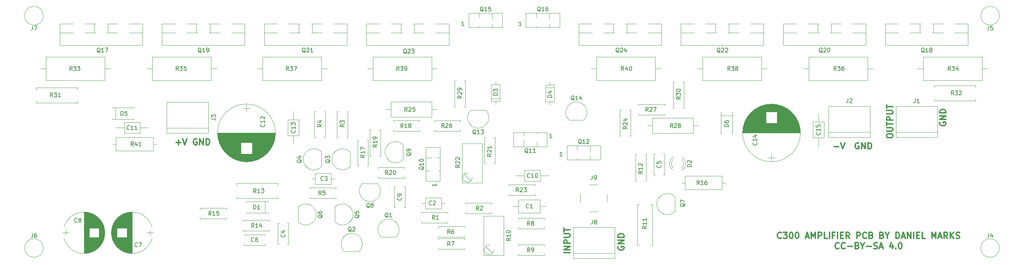
<source format=gbr>
G04 #@! TF.FileFunction,Legend,Top*
%FSLAX46Y46*%
G04 Gerber Fmt 4.6, Leading zero omitted, Abs format (unit mm)*
G04 Created by KiCad (PCBNEW 4.0.7) date 08/18/20 12:45:41*
%MOMM*%
%LPD*%
G01*
G04 APERTURE LIST*
%ADD10C,0.100000*%
%ADD11C,0.300000*%
%ADD12C,0.150000*%
%ADD13C,0.120000*%
G04 APERTURE END LIST*
D10*
D11*
X172000000Y-102642857D02*
X171928571Y-102785714D01*
X171928571Y-103000000D01*
X172000000Y-103214285D01*
X172142857Y-103357143D01*
X172285714Y-103428571D01*
X172571429Y-103500000D01*
X172785714Y-103500000D01*
X173071429Y-103428571D01*
X173214286Y-103357143D01*
X173357143Y-103214285D01*
X173428571Y-103000000D01*
X173428571Y-102857143D01*
X173357143Y-102642857D01*
X173285714Y-102571428D01*
X172785714Y-102571428D01*
X172785714Y-102857143D01*
X173428571Y-101928571D02*
X171928571Y-101928571D01*
X173428571Y-101071428D01*
X171928571Y-101071428D01*
X173428571Y-100357142D02*
X171928571Y-100357142D01*
X171928571Y-99999999D01*
X172000000Y-99785714D01*
X172142857Y-99642856D01*
X172285714Y-99571428D01*
X172571429Y-99499999D01*
X172785714Y-99499999D01*
X173071429Y-99571428D01*
X173214286Y-99642856D01*
X173357143Y-99785714D01*
X173428571Y-99999999D01*
X173428571Y-100357142D01*
X160178571Y-104142857D02*
X158678571Y-104142857D01*
X160178571Y-103428571D02*
X158678571Y-103428571D01*
X160178571Y-102571428D01*
X158678571Y-102571428D01*
X160178571Y-101857142D02*
X158678571Y-101857142D01*
X158678571Y-101285714D01*
X158750000Y-101142856D01*
X158821429Y-101071428D01*
X158964286Y-100999999D01*
X159178571Y-100999999D01*
X159321429Y-101071428D01*
X159392857Y-101142856D01*
X159464286Y-101285714D01*
X159464286Y-101857142D01*
X158678571Y-100357142D02*
X159892857Y-100357142D01*
X160035714Y-100285714D01*
X160107143Y-100214285D01*
X160178571Y-100071428D01*
X160178571Y-99785714D01*
X160107143Y-99642856D01*
X160035714Y-99571428D01*
X159892857Y-99499999D01*
X158678571Y-99499999D01*
X158678571Y-98999999D02*
X158678571Y-98142856D01*
X160178571Y-98571427D02*
X158678571Y-98571427D01*
X211892858Y-100510714D02*
X211821429Y-100582143D01*
X211607143Y-100653571D01*
X211464286Y-100653571D01*
X211250001Y-100582143D01*
X211107143Y-100439286D01*
X211035715Y-100296429D01*
X210964286Y-100010714D01*
X210964286Y-99796429D01*
X211035715Y-99510714D01*
X211107143Y-99367857D01*
X211250001Y-99225000D01*
X211464286Y-99153571D01*
X211607143Y-99153571D01*
X211821429Y-99225000D01*
X211892858Y-99296429D01*
X212392858Y-99153571D02*
X213321429Y-99153571D01*
X212821429Y-99725000D01*
X213035715Y-99725000D01*
X213178572Y-99796429D01*
X213250001Y-99867857D01*
X213321429Y-100010714D01*
X213321429Y-100367857D01*
X213250001Y-100510714D01*
X213178572Y-100582143D01*
X213035715Y-100653571D01*
X212607143Y-100653571D01*
X212464286Y-100582143D01*
X212392858Y-100510714D01*
X214250000Y-99153571D02*
X214392857Y-99153571D01*
X214535714Y-99225000D01*
X214607143Y-99296429D01*
X214678572Y-99439286D01*
X214750000Y-99725000D01*
X214750000Y-100082143D01*
X214678572Y-100367857D01*
X214607143Y-100510714D01*
X214535714Y-100582143D01*
X214392857Y-100653571D01*
X214250000Y-100653571D01*
X214107143Y-100582143D01*
X214035714Y-100510714D01*
X213964286Y-100367857D01*
X213892857Y-100082143D01*
X213892857Y-99725000D01*
X213964286Y-99439286D01*
X214035714Y-99296429D01*
X214107143Y-99225000D01*
X214250000Y-99153571D01*
X215678571Y-99153571D02*
X215821428Y-99153571D01*
X215964285Y-99225000D01*
X216035714Y-99296429D01*
X216107143Y-99439286D01*
X216178571Y-99725000D01*
X216178571Y-100082143D01*
X216107143Y-100367857D01*
X216035714Y-100510714D01*
X215964285Y-100582143D01*
X215821428Y-100653571D01*
X215678571Y-100653571D01*
X215535714Y-100582143D01*
X215464285Y-100510714D01*
X215392857Y-100367857D01*
X215321428Y-100082143D01*
X215321428Y-99725000D01*
X215392857Y-99439286D01*
X215464285Y-99296429D01*
X215535714Y-99225000D01*
X215678571Y-99153571D01*
X217892856Y-100225000D02*
X218607142Y-100225000D01*
X217749999Y-100653571D02*
X218249999Y-99153571D01*
X218749999Y-100653571D01*
X219249999Y-100653571D02*
X219249999Y-99153571D01*
X219749999Y-100225000D01*
X220249999Y-99153571D01*
X220249999Y-100653571D01*
X220964285Y-100653571D02*
X220964285Y-99153571D01*
X221535713Y-99153571D01*
X221678571Y-99225000D01*
X221749999Y-99296429D01*
X221821428Y-99439286D01*
X221821428Y-99653571D01*
X221749999Y-99796429D01*
X221678571Y-99867857D01*
X221535713Y-99939286D01*
X220964285Y-99939286D01*
X223178571Y-100653571D02*
X222464285Y-100653571D01*
X222464285Y-99153571D01*
X223678571Y-100653571D02*
X223678571Y-99153571D01*
X224892857Y-99867857D02*
X224392857Y-99867857D01*
X224392857Y-100653571D02*
X224392857Y-99153571D01*
X225107143Y-99153571D01*
X225678571Y-100653571D02*
X225678571Y-99153571D01*
X226392857Y-99867857D02*
X226892857Y-99867857D01*
X227107143Y-100653571D02*
X226392857Y-100653571D01*
X226392857Y-99153571D01*
X227107143Y-99153571D01*
X228607143Y-100653571D02*
X228107143Y-99939286D01*
X227750000Y-100653571D02*
X227750000Y-99153571D01*
X228321428Y-99153571D01*
X228464286Y-99225000D01*
X228535714Y-99296429D01*
X228607143Y-99439286D01*
X228607143Y-99653571D01*
X228535714Y-99796429D01*
X228464286Y-99867857D01*
X228321428Y-99939286D01*
X227750000Y-99939286D01*
X230392857Y-100653571D02*
X230392857Y-99153571D01*
X230964285Y-99153571D01*
X231107143Y-99225000D01*
X231178571Y-99296429D01*
X231250000Y-99439286D01*
X231250000Y-99653571D01*
X231178571Y-99796429D01*
X231107143Y-99867857D01*
X230964285Y-99939286D01*
X230392857Y-99939286D01*
X232750000Y-100510714D02*
X232678571Y-100582143D01*
X232464285Y-100653571D01*
X232321428Y-100653571D01*
X232107143Y-100582143D01*
X231964285Y-100439286D01*
X231892857Y-100296429D01*
X231821428Y-100010714D01*
X231821428Y-99796429D01*
X231892857Y-99510714D01*
X231964285Y-99367857D01*
X232107143Y-99225000D01*
X232321428Y-99153571D01*
X232464285Y-99153571D01*
X232678571Y-99225000D01*
X232750000Y-99296429D01*
X233892857Y-99867857D02*
X234107143Y-99939286D01*
X234178571Y-100010714D01*
X234250000Y-100153571D01*
X234250000Y-100367857D01*
X234178571Y-100510714D01*
X234107143Y-100582143D01*
X233964285Y-100653571D01*
X233392857Y-100653571D01*
X233392857Y-99153571D01*
X233892857Y-99153571D01*
X234035714Y-99225000D01*
X234107143Y-99296429D01*
X234178571Y-99439286D01*
X234178571Y-99582143D01*
X234107143Y-99725000D01*
X234035714Y-99796429D01*
X233892857Y-99867857D01*
X233392857Y-99867857D01*
X236535714Y-99867857D02*
X236750000Y-99939286D01*
X236821428Y-100010714D01*
X236892857Y-100153571D01*
X236892857Y-100367857D01*
X236821428Y-100510714D01*
X236750000Y-100582143D01*
X236607142Y-100653571D01*
X236035714Y-100653571D01*
X236035714Y-99153571D01*
X236535714Y-99153571D01*
X236678571Y-99225000D01*
X236750000Y-99296429D01*
X236821428Y-99439286D01*
X236821428Y-99582143D01*
X236750000Y-99725000D01*
X236678571Y-99796429D01*
X236535714Y-99867857D01*
X236035714Y-99867857D01*
X237821428Y-99939286D02*
X237821428Y-100653571D01*
X237321428Y-99153571D02*
X237821428Y-99939286D01*
X238321428Y-99153571D01*
X239964285Y-100653571D02*
X239964285Y-99153571D01*
X240321428Y-99153571D01*
X240535713Y-99225000D01*
X240678571Y-99367857D01*
X240749999Y-99510714D01*
X240821428Y-99796429D01*
X240821428Y-100010714D01*
X240749999Y-100296429D01*
X240678571Y-100439286D01*
X240535713Y-100582143D01*
X240321428Y-100653571D01*
X239964285Y-100653571D01*
X241392856Y-100225000D02*
X242107142Y-100225000D01*
X241249999Y-100653571D02*
X241749999Y-99153571D01*
X242249999Y-100653571D01*
X242749999Y-100653571D02*
X242749999Y-99153571D01*
X243607142Y-100653571D01*
X243607142Y-99153571D01*
X244321428Y-100653571D02*
X244321428Y-99153571D01*
X245035714Y-99867857D02*
X245535714Y-99867857D01*
X245750000Y-100653571D02*
X245035714Y-100653571D01*
X245035714Y-99153571D01*
X245750000Y-99153571D01*
X247107143Y-100653571D02*
X246392857Y-100653571D01*
X246392857Y-99153571D01*
X248750000Y-100653571D02*
X248750000Y-99153571D01*
X249250000Y-100225000D01*
X249750000Y-99153571D01*
X249750000Y-100653571D01*
X250392857Y-100225000D02*
X251107143Y-100225000D01*
X250250000Y-100653571D02*
X250750000Y-99153571D01*
X251250000Y-100653571D01*
X252607143Y-100653571D02*
X252107143Y-99939286D01*
X251750000Y-100653571D02*
X251750000Y-99153571D01*
X252321428Y-99153571D01*
X252464286Y-99225000D01*
X252535714Y-99296429D01*
X252607143Y-99439286D01*
X252607143Y-99653571D01*
X252535714Y-99796429D01*
X252464286Y-99867857D01*
X252321428Y-99939286D01*
X251750000Y-99939286D01*
X253250000Y-100653571D02*
X253250000Y-99153571D01*
X254107143Y-100653571D02*
X253464286Y-99796429D01*
X254107143Y-99153571D02*
X253250000Y-100010714D01*
X254678571Y-100582143D02*
X254892857Y-100653571D01*
X255250000Y-100653571D01*
X255392857Y-100582143D01*
X255464286Y-100510714D01*
X255535714Y-100367857D01*
X255535714Y-100225000D01*
X255464286Y-100082143D01*
X255392857Y-100010714D01*
X255250000Y-99939286D01*
X254964286Y-99867857D01*
X254821428Y-99796429D01*
X254750000Y-99725000D01*
X254678571Y-99582143D01*
X254678571Y-99439286D01*
X254750000Y-99296429D01*
X254821428Y-99225000D01*
X254964286Y-99153571D01*
X255321428Y-99153571D01*
X255535714Y-99225000D01*
X226000001Y-103060714D02*
X225928572Y-103132143D01*
X225714286Y-103203571D01*
X225571429Y-103203571D01*
X225357144Y-103132143D01*
X225214286Y-102989286D01*
X225142858Y-102846429D01*
X225071429Y-102560714D01*
X225071429Y-102346429D01*
X225142858Y-102060714D01*
X225214286Y-101917857D01*
X225357144Y-101775000D01*
X225571429Y-101703571D01*
X225714286Y-101703571D01*
X225928572Y-101775000D01*
X226000001Y-101846429D01*
X227500001Y-103060714D02*
X227428572Y-103132143D01*
X227214286Y-103203571D01*
X227071429Y-103203571D01*
X226857144Y-103132143D01*
X226714286Y-102989286D01*
X226642858Y-102846429D01*
X226571429Y-102560714D01*
X226571429Y-102346429D01*
X226642858Y-102060714D01*
X226714286Y-101917857D01*
X226857144Y-101775000D01*
X227071429Y-101703571D01*
X227214286Y-101703571D01*
X227428572Y-101775000D01*
X227500001Y-101846429D01*
X228142858Y-102632143D02*
X229285715Y-102632143D01*
X230500001Y-102417857D02*
X230714287Y-102489286D01*
X230785715Y-102560714D01*
X230857144Y-102703571D01*
X230857144Y-102917857D01*
X230785715Y-103060714D01*
X230714287Y-103132143D01*
X230571429Y-103203571D01*
X230000001Y-103203571D01*
X230000001Y-101703571D01*
X230500001Y-101703571D01*
X230642858Y-101775000D01*
X230714287Y-101846429D01*
X230785715Y-101989286D01*
X230785715Y-102132143D01*
X230714287Y-102275000D01*
X230642858Y-102346429D01*
X230500001Y-102417857D01*
X230000001Y-102417857D01*
X231785715Y-102489286D02*
X231785715Y-103203571D01*
X231285715Y-101703571D02*
X231785715Y-102489286D01*
X232285715Y-101703571D01*
X232785715Y-102632143D02*
X233928572Y-102632143D01*
X234571429Y-103132143D02*
X234785715Y-103203571D01*
X235142858Y-103203571D01*
X235285715Y-103132143D01*
X235357144Y-103060714D01*
X235428572Y-102917857D01*
X235428572Y-102775000D01*
X235357144Y-102632143D01*
X235285715Y-102560714D01*
X235142858Y-102489286D01*
X234857144Y-102417857D01*
X234714286Y-102346429D01*
X234642858Y-102275000D01*
X234571429Y-102132143D01*
X234571429Y-101989286D01*
X234642858Y-101846429D01*
X234714286Y-101775000D01*
X234857144Y-101703571D01*
X235214286Y-101703571D01*
X235428572Y-101775000D01*
X236000000Y-102775000D02*
X236714286Y-102775000D01*
X235857143Y-103203571D02*
X236357143Y-101703571D01*
X236857143Y-103203571D01*
X239142857Y-102203571D02*
X239142857Y-103203571D01*
X238785714Y-101632143D02*
X238428571Y-102703571D01*
X239357143Y-102703571D01*
X239928571Y-103060714D02*
X239999999Y-103132143D01*
X239928571Y-103203571D01*
X239857142Y-103132143D01*
X239928571Y-103060714D01*
X239928571Y-103203571D01*
X240928571Y-101703571D02*
X241071428Y-101703571D01*
X241214285Y-101775000D01*
X241285714Y-101846429D01*
X241357143Y-101989286D01*
X241428571Y-102275000D01*
X241428571Y-102632143D01*
X241357143Y-102917857D01*
X241285714Y-103060714D01*
X241214285Y-103132143D01*
X241071428Y-103203571D01*
X240928571Y-103203571D01*
X240785714Y-103132143D01*
X240714285Y-103060714D01*
X240642857Y-102917857D01*
X240571428Y-102632143D01*
X240571428Y-102275000D01*
X240642857Y-101989286D01*
X240714285Y-101846429D01*
X240785714Y-101775000D01*
X240928571Y-101703571D01*
D12*
X127452381Y-87214285D02*
X127452381Y-87785714D01*
X127452381Y-87500000D02*
X126452381Y-87500000D01*
X126595238Y-87595238D01*
X126690476Y-87690476D01*
X126738095Y-87785714D01*
X148285715Y-48452381D02*
X147714286Y-48452381D01*
X148000000Y-48452381D02*
X148000000Y-47452381D01*
X147904762Y-47595238D01*
X147809524Y-47690476D01*
X147714286Y-47738095D01*
X134285715Y-48452381D02*
X133714286Y-48452381D01*
X134000000Y-48452381D02*
X134000000Y-47452381D01*
X133904762Y-47595238D01*
X133809524Y-47690476D01*
X133714286Y-47738095D01*
X158285715Y-80452381D02*
X157714286Y-80452381D01*
X158000000Y-80452381D02*
X158000000Y-79452381D01*
X157904762Y-79595238D01*
X157809524Y-79690476D01*
X157714286Y-79738095D01*
X155785715Y-75952381D02*
X155214286Y-75952381D01*
X155500000Y-75952381D02*
X155500000Y-74952381D01*
X155404762Y-75095238D01*
X155309524Y-75190476D01*
X155214286Y-75238095D01*
D11*
X230857143Y-77250000D02*
X230714286Y-77178571D01*
X230500000Y-77178571D01*
X230285715Y-77250000D01*
X230142857Y-77392857D01*
X230071429Y-77535714D01*
X230000000Y-77821429D01*
X230000000Y-78035714D01*
X230071429Y-78321429D01*
X230142857Y-78464286D01*
X230285715Y-78607143D01*
X230500000Y-78678571D01*
X230642857Y-78678571D01*
X230857143Y-78607143D01*
X230928572Y-78535714D01*
X230928572Y-78035714D01*
X230642857Y-78035714D01*
X231571429Y-78678571D02*
X231571429Y-77178571D01*
X232428572Y-78678571D01*
X232428572Y-77178571D01*
X233142858Y-78678571D02*
X233142858Y-77178571D01*
X233500001Y-77178571D01*
X233714286Y-77250000D01*
X233857144Y-77392857D01*
X233928572Y-77535714D01*
X234000001Y-77821429D01*
X234000001Y-78035714D01*
X233928572Y-78321429D01*
X233857144Y-78464286D01*
X233714286Y-78607143D01*
X233500001Y-78678571D01*
X233142858Y-78678571D01*
X68857143Y-76250000D02*
X68714286Y-76178571D01*
X68500000Y-76178571D01*
X68285715Y-76250000D01*
X68142857Y-76392857D01*
X68071429Y-76535714D01*
X68000000Y-76821429D01*
X68000000Y-77035714D01*
X68071429Y-77321429D01*
X68142857Y-77464286D01*
X68285715Y-77607143D01*
X68500000Y-77678571D01*
X68642857Y-77678571D01*
X68857143Y-77607143D01*
X68928572Y-77535714D01*
X68928572Y-77035714D01*
X68642857Y-77035714D01*
X69571429Y-77678571D02*
X69571429Y-76178571D01*
X70428572Y-77678571D01*
X70428572Y-76178571D01*
X71142858Y-77678571D02*
X71142858Y-76178571D01*
X71500001Y-76178571D01*
X71714286Y-76250000D01*
X71857144Y-76392857D01*
X71928572Y-76535714D01*
X72000001Y-76821429D01*
X72000001Y-77035714D01*
X71928572Y-77321429D01*
X71857144Y-77464286D01*
X71714286Y-77607143D01*
X71500001Y-77678571D01*
X71142858Y-77678571D01*
X224785715Y-78107143D02*
X225928572Y-78107143D01*
X226428572Y-77178571D02*
X226928572Y-78678571D01*
X227428572Y-77178571D01*
X63785715Y-77107143D02*
X64928572Y-77107143D01*
X64357143Y-77678571D02*
X64357143Y-76535714D01*
X65428572Y-76178571D02*
X65928572Y-77678571D01*
X66428572Y-76178571D01*
X250750000Y-72142857D02*
X250678571Y-72285714D01*
X250678571Y-72500000D01*
X250750000Y-72714285D01*
X250892857Y-72857143D01*
X251035714Y-72928571D01*
X251321429Y-73000000D01*
X251535714Y-73000000D01*
X251821429Y-72928571D01*
X251964286Y-72857143D01*
X252107143Y-72714285D01*
X252178571Y-72500000D01*
X252178571Y-72357143D01*
X252107143Y-72142857D01*
X252035714Y-72071428D01*
X251535714Y-72071428D01*
X251535714Y-72357143D01*
X252178571Y-71428571D02*
X250678571Y-71428571D01*
X252178571Y-70571428D01*
X250678571Y-70571428D01*
X252178571Y-69857142D02*
X250678571Y-69857142D01*
X250678571Y-69499999D01*
X250750000Y-69285714D01*
X250892857Y-69142856D01*
X251035714Y-69071428D01*
X251321429Y-68999999D01*
X251535714Y-68999999D01*
X251821429Y-69071428D01*
X251964286Y-69142856D01*
X252107143Y-69285714D01*
X252178571Y-69499999D01*
X252178571Y-69857142D01*
X237678571Y-75607143D02*
X237678571Y-75321429D01*
X237750000Y-75178571D01*
X237892857Y-75035714D01*
X238178571Y-74964286D01*
X238678571Y-74964286D01*
X238964286Y-75035714D01*
X239107143Y-75178571D01*
X239178571Y-75321429D01*
X239178571Y-75607143D01*
X239107143Y-75750000D01*
X238964286Y-75892857D01*
X238678571Y-75964286D01*
X238178571Y-75964286D01*
X237892857Y-75892857D01*
X237750000Y-75750000D01*
X237678571Y-75607143D01*
X237678571Y-74321428D02*
X238892857Y-74321428D01*
X239035714Y-74250000D01*
X239107143Y-74178571D01*
X239178571Y-74035714D01*
X239178571Y-73750000D01*
X239107143Y-73607142D01*
X239035714Y-73535714D01*
X238892857Y-73464285D01*
X237678571Y-73464285D01*
X237678571Y-72964285D02*
X237678571Y-72107142D01*
X239178571Y-72535713D02*
X237678571Y-72535713D01*
X239178571Y-71607142D02*
X237678571Y-71607142D01*
X237678571Y-71035714D01*
X237750000Y-70892856D01*
X237821429Y-70821428D01*
X237964286Y-70749999D01*
X238178571Y-70749999D01*
X238321429Y-70821428D01*
X238392857Y-70892856D01*
X238464286Y-71035714D01*
X238464286Y-71607142D01*
X237678571Y-70107142D02*
X238892857Y-70107142D01*
X239035714Y-70035714D01*
X239107143Y-69964285D01*
X239178571Y-69821428D01*
X239178571Y-69535714D01*
X239107143Y-69392856D01*
X239035714Y-69321428D01*
X238892857Y-69249999D01*
X237678571Y-69249999D01*
X237678571Y-68749999D02*
X237678571Y-67892856D01*
X239178571Y-68321427D02*
X237678571Y-68321427D01*
D13*
X149420000Y-45380000D02*
X157660000Y-45380000D01*
X149420000Y-48870000D02*
X157660000Y-48870000D01*
X149420000Y-45380000D02*
X149420000Y-48870000D01*
X157660000Y-45380000D02*
X157660000Y-48870000D01*
X151940000Y-45380000D02*
X151940000Y-46450000D01*
X151940000Y-48550000D02*
X151940000Y-48870000D01*
X155141000Y-45380000D02*
X155141000Y-46960000D01*
X155141000Y-48040000D02*
X155141000Y-48870000D01*
X183400000Y-69980000D02*
X183400000Y-70310000D01*
X183400000Y-70310000D02*
X176980000Y-70310000D01*
X176980000Y-70310000D02*
X176980000Y-69980000D01*
X183400000Y-68020000D02*
X183400000Y-67690000D01*
X183400000Y-67690000D02*
X176980000Y-67690000D01*
X176980000Y-67690000D02*
X176980000Y-68020000D01*
X126390000Y-70860000D02*
X126390000Y-67140000D01*
X126390000Y-67140000D02*
X116370000Y-67140000D01*
X116370000Y-67140000D02*
X116370000Y-70860000D01*
X116370000Y-70860000D02*
X126390000Y-70860000D01*
X127620000Y-69000000D02*
X126390000Y-69000000D01*
X115140000Y-69000000D02*
X116370000Y-69000000D01*
X154580000Y-78120000D02*
X146340000Y-78120000D01*
X154580000Y-74630000D02*
X146340000Y-74630000D01*
X154580000Y-78120000D02*
X154580000Y-74630000D01*
X146340000Y-78120000D02*
X146340000Y-74630000D01*
X152060000Y-78120000D02*
X152060000Y-77050000D01*
X152060000Y-74950000D02*
X152060000Y-74630000D01*
X148859000Y-78120000D02*
X148859000Y-76540000D01*
X148859000Y-75460000D02*
X148859000Y-74630000D01*
X147640000Y-91140000D02*
X147640000Y-94360000D01*
X147640000Y-94360000D02*
X152860000Y-94360000D01*
X152860000Y-94360000D02*
X152860000Y-91140000D01*
X152860000Y-91140000D02*
X147640000Y-91140000D01*
X146230000Y-92750000D02*
X147640000Y-92750000D01*
X154270000Y-92750000D02*
X152860000Y-92750000D01*
X128710000Y-93360000D02*
X128710000Y-90640000D01*
X128710000Y-90640000D02*
X124790000Y-90640000D01*
X124790000Y-90640000D02*
X124790000Y-93360000D01*
X124790000Y-93360000D02*
X128710000Y-93360000D01*
X129520000Y-92000000D02*
X128710000Y-92000000D01*
X123980000Y-92000000D02*
X124790000Y-92000000D01*
X97790000Y-84640000D02*
X97790000Y-87360000D01*
X97790000Y-87360000D02*
X101710000Y-87360000D01*
X101710000Y-87360000D02*
X101710000Y-84640000D01*
X101710000Y-84640000D02*
X97790000Y-84640000D01*
X96980000Y-86000000D02*
X97790000Y-86000000D01*
X102520000Y-86000000D02*
X101710000Y-86000000D01*
X88690000Y-102060000D02*
X88690000Y-96940000D01*
X91310000Y-102060000D02*
X91310000Y-96940000D01*
X88690000Y-102060000D02*
X89004000Y-102060000D01*
X90996000Y-102060000D02*
X91310000Y-102060000D01*
X88690000Y-96940000D02*
X89004000Y-96940000D01*
X90996000Y-96940000D02*
X91310000Y-96940000D01*
X183310000Y-79940000D02*
X183310000Y-85060000D01*
X180690000Y-79940000D02*
X180690000Y-85060000D01*
X183310000Y-79940000D02*
X182996000Y-79940000D01*
X181004000Y-79940000D02*
X180690000Y-79940000D01*
X183310000Y-85060000D02*
X182996000Y-85060000D01*
X181004000Y-85060000D02*
X180690000Y-85060000D01*
X85560000Y-102310000D02*
X80440000Y-102310000D01*
X85560000Y-99690000D02*
X80440000Y-99690000D01*
X85560000Y-102310000D02*
X85560000Y-101996000D01*
X85560000Y-100004000D02*
X85560000Y-99690000D01*
X80440000Y-102310000D02*
X80440000Y-101996000D01*
X80440000Y-100004000D02*
X80440000Y-99690000D01*
X48101563Y-100633264D02*
G75*
G03X57899357Y-100630000I4898437J1383264D01*
G01*
X48101563Y-97866736D02*
G75*
G02X57899357Y-97870000I4898437J-1383264D01*
G01*
X48101563Y-97866736D02*
G75*
G03X48100643Y-100630000I4898437J-1383264D01*
G01*
X53000000Y-104300000D02*
X53000000Y-94200000D01*
X52960000Y-104300000D02*
X52960000Y-94200000D01*
X52920000Y-104300000D02*
X52920000Y-94200000D01*
X52880000Y-104299000D02*
X52880000Y-94201000D01*
X52840000Y-104298000D02*
X52840000Y-94202000D01*
X52800000Y-104297000D02*
X52800000Y-94203000D01*
X52760000Y-104295000D02*
X52760000Y-94205000D01*
X52720000Y-104293000D02*
X52720000Y-94207000D01*
X52680000Y-104290000D02*
X52680000Y-94210000D01*
X52640000Y-104288000D02*
X52640000Y-94212000D01*
X52600000Y-104285000D02*
X52600000Y-94215000D01*
X52560000Y-104281000D02*
X52560000Y-94219000D01*
X52520000Y-104278000D02*
X52520000Y-94222000D01*
X52480000Y-104274000D02*
X52480000Y-94226000D01*
X52440000Y-104270000D02*
X52440000Y-94230000D01*
X52400000Y-104265000D02*
X52400000Y-94235000D01*
X52360000Y-104260000D02*
X52360000Y-94240000D01*
X52320000Y-104255000D02*
X52320000Y-94245000D01*
X52279000Y-104249000D02*
X52279000Y-94251000D01*
X52239000Y-104243000D02*
X52239000Y-94257000D01*
X52199000Y-104237000D02*
X52199000Y-94263000D01*
X52159000Y-104231000D02*
X52159000Y-94269000D01*
X52119000Y-104224000D02*
X52119000Y-94276000D01*
X52079000Y-104217000D02*
X52079000Y-94283000D01*
X52039000Y-104209000D02*
X52039000Y-94291000D01*
X51999000Y-104201000D02*
X51999000Y-94299000D01*
X51959000Y-104193000D02*
X51959000Y-94307000D01*
X51919000Y-104185000D02*
X51919000Y-94315000D01*
X51879000Y-104176000D02*
X51879000Y-94324000D01*
X51839000Y-104167000D02*
X51839000Y-94333000D01*
X51799000Y-104157000D02*
X51799000Y-94343000D01*
X51759000Y-104147000D02*
X51759000Y-94353000D01*
X51719000Y-104137000D02*
X51719000Y-94363000D01*
X51679000Y-104126000D02*
X51679000Y-100431000D01*
X51679000Y-98069000D02*
X51679000Y-94374000D01*
X51639000Y-104115000D02*
X51639000Y-100431000D01*
X51639000Y-98069000D02*
X51639000Y-94385000D01*
X51599000Y-104104000D02*
X51599000Y-100431000D01*
X51599000Y-98069000D02*
X51599000Y-94396000D01*
X51559000Y-104093000D02*
X51559000Y-100431000D01*
X51559000Y-98069000D02*
X51559000Y-94407000D01*
X51519000Y-104081000D02*
X51519000Y-100431000D01*
X51519000Y-98069000D02*
X51519000Y-94419000D01*
X51479000Y-104068000D02*
X51479000Y-100431000D01*
X51479000Y-98069000D02*
X51479000Y-94432000D01*
X51439000Y-104056000D02*
X51439000Y-100431000D01*
X51439000Y-98069000D02*
X51439000Y-94444000D01*
X51399000Y-104042000D02*
X51399000Y-100431000D01*
X51399000Y-98069000D02*
X51399000Y-94458000D01*
X51359000Y-104029000D02*
X51359000Y-100431000D01*
X51359000Y-98069000D02*
X51359000Y-94471000D01*
X51319000Y-104015000D02*
X51319000Y-100431000D01*
X51319000Y-98069000D02*
X51319000Y-94485000D01*
X51279000Y-104001000D02*
X51279000Y-100431000D01*
X51279000Y-98069000D02*
X51279000Y-94499000D01*
X51239000Y-103987000D02*
X51239000Y-100431000D01*
X51239000Y-98069000D02*
X51239000Y-94513000D01*
X51199000Y-103972000D02*
X51199000Y-100431000D01*
X51199000Y-98069000D02*
X51199000Y-94528000D01*
X51159000Y-103956000D02*
X51159000Y-100431000D01*
X51159000Y-98069000D02*
X51159000Y-94544000D01*
X51119000Y-103941000D02*
X51119000Y-100431000D01*
X51119000Y-98069000D02*
X51119000Y-94559000D01*
X51079000Y-103924000D02*
X51079000Y-100431000D01*
X51079000Y-98069000D02*
X51079000Y-94576000D01*
X51039000Y-103908000D02*
X51039000Y-100431000D01*
X51039000Y-98069000D02*
X51039000Y-94592000D01*
X50999000Y-103891000D02*
X50999000Y-100431000D01*
X50999000Y-98069000D02*
X50999000Y-94609000D01*
X50959000Y-103874000D02*
X50959000Y-100431000D01*
X50959000Y-98069000D02*
X50959000Y-94626000D01*
X50919000Y-103856000D02*
X50919000Y-100431000D01*
X50919000Y-98069000D02*
X50919000Y-94644000D01*
X50879000Y-103838000D02*
X50879000Y-100431000D01*
X50879000Y-98069000D02*
X50879000Y-94662000D01*
X50839000Y-103819000D02*
X50839000Y-100431000D01*
X50839000Y-98069000D02*
X50839000Y-94681000D01*
X50799000Y-103800000D02*
X50799000Y-100431000D01*
X50799000Y-98069000D02*
X50799000Y-94700000D01*
X50759000Y-103781000D02*
X50759000Y-100431000D01*
X50759000Y-98069000D02*
X50759000Y-94719000D01*
X50719000Y-103761000D02*
X50719000Y-100431000D01*
X50719000Y-98069000D02*
X50719000Y-94739000D01*
X50679000Y-103741000D02*
X50679000Y-100431000D01*
X50679000Y-98069000D02*
X50679000Y-94759000D01*
X50639000Y-103720000D02*
X50639000Y-100431000D01*
X50639000Y-98069000D02*
X50639000Y-94780000D01*
X50599000Y-103699000D02*
X50599000Y-100431000D01*
X50599000Y-98069000D02*
X50599000Y-94801000D01*
X50559000Y-103678000D02*
X50559000Y-100431000D01*
X50559000Y-98069000D02*
X50559000Y-94822000D01*
X50519000Y-103655000D02*
X50519000Y-100431000D01*
X50519000Y-98069000D02*
X50519000Y-94845000D01*
X50479000Y-103633000D02*
X50479000Y-100431000D01*
X50479000Y-98069000D02*
X50479000Y-94867000D01*
X50439000Y-103610000D02*
X50439000Y-100431000D01*
X50439000Y-98069000D02*
X50439000Y-94890000D01*
X50399000Y-103586000D02*
X50399000Y-100431000D01*
X50399000Y-98069000D02*
X50399000Y-94914000D01*
X50359000Y-103562000D02*
X50359000Y-100431000D01*
X50359000Y-98069000D02*
X50359000Y-94938000D01*
X50319000Y-103538000D02*
X50319000Y-100431000D01*
X50319000Y-98069000D02*
X50319000Y-94962000D01*
X50279000Y-103513000D02*
X50279000Y-100431000D01*
X50279000Y-98069000D02*
X50279000Y-94987000D01*
X50239000Y-103487000D02*
X50239000Y-100431000D01*
X50239000Y-98069000D02*
X50239000Y-95013000D01*
X50199000Y-103461000D02*
X50199000Y-100431000D01*
X50199000Y-98069000D02*
X50199000Y-95039000D01*
X50159000Y-103435000D02*
X50159000Y-100431000D01*
X50159000Y-98069000D02*
X50159000Y-95065000D01*
X50119000Y-103407000D02*
X50119000Y-100431000D01*
X50119000Y-98069000D02*
X50119000Y-95093000D01*
X50079000Y-103380000D02*
X50079000Y-100431000D01*
X50079000Y-98069000D02*
X50079000Y-95120000D01*
X50039000Y-103351000D02*
X50039000Y-100431000D01*
X50039000Y-98069000D02*
X50039000Y-95149000D01*
X49999000Y-103322000D02*
X49999000Y-100431000D01*
X49999000Y-98069000D02*
X49999000Y-95178000D01*
X49959000Y-103293000D02*
X49959000Y-100431000D01*
X49959000Y-98069000D02*
X49959000Y-95207000D01*
X49919000Y-103263000D02*
X49919000Y-100431000D01*
X49919000Y-98069000D02*
X49919000Y-95237000D01*
X49879000Y-103232000D02*
X49879000Y-100431000D01*
X49879000Y-98069000D02*
X49879000Y-95268000D01*
X49839000Y-103201000D02*
X49839000Y-100431000D01*
X49839000Y-98069000D02*
X49839000Y-95299000D01*
X49799000Y-103169000D02*
X49799000Y-100431000D01*
X49799000Y-98069000D02*
X49799000Y-95331000D01*
X49759000Y-103136000D02*
X49759000Y-100431000D01*
X49759000Y-98069000D02*
X49759000Y-95364000D01*
X49719000Y-103103000D02*
X49719000Y-100431000D01*
X49719000Y-98069000D02*
X49719000Y-95397000D01*
X49679000Y-103069000D02*
X49679000Y-100431000D01*
X49679000Y-98069000D02*
X49679000Y-95431000D01*
X49639000Y-103034000D02*
X49639000Y-100431000D01*
X49639000Y-98069000D02*
X49639000Y-95466000D01*
X49599000Y-102998000D02*
X49599000Y-100431000D01*
X49599000Y-98069000D02*
X49599000Y-95502000D01*
X49559000Y-102962000D02*
X49559000Y-100431000D01*
X49559000Y-98069000D02*
X49559000Y-95538000D01*
X49519000Y-102925000D02*
X49519000Y-100431000D01*
X49519000Y-98069000D02*
X49519000Y-95575000D01*
X49479000Y-102887000D02*
X49479000Y-100431000D01*
X49479000Y-98069000D02*
X49479000Y-95613000D01*
X49439000Y-102848000D02*
X49439000Y-100431000D01*
X49439000Y-98069000D02*
X49439000Y-95652000D01*
X49399000Y-102809000D02*
X49399000Y-100431000D01*
X49399000Y-98069000D02*
X49399000Y-95691000D01*
X49359000Y-102768000D02*
X49359000Y-100431000D01*
X49359000Y-98069000D02*
X49359000Y-95732000D01*
X49319000Y-102727000D02*
X49319000Y-95773000D01*
X49279000Y-102685000D02*
X49279000Y-95815000D01*
X49239000Y-102641000D02*
X49239000Y-95859000D01*
X49199000Y-102597000D02*
X49199000Y-95903000D01*
X49159000Y-102552000D02*
X49159000Y-95948000D01*
X49119000Y-102505000D02*
X49119000Y-95995000D01*
X49079000Y-102457000D02*
X49079000Y-96043000D01*
X49039000Y-102408000D02*
X49039000Y-96092000D01*
X48999000Y-102358000D02*
X48999000Y-96142000D01*
X48959000Y-102307000D02*
X48959000Y-96193000D01*
X48919000Y-102254000D02*
X48919000Y-96246000D01*
X48879000Y-102199000D02*
X48879000Y-96301000D01*
X48839000Y-102144000D02*
X48839000Y-96356000D01*
X48799000Y-102086000D02*
X48799000Y-96414000D01*
X48759000Y-102027000D02*
X48759000Y-96473000D01*
X48719000Y-101965000D02*
X48719000Y-96535000D01*
X48679000Y-101902000D02*
X48679000Y-96598000D01*
X48639000Y-101837000D02*
X48639000Y-96663000D01*
X48599000Y-101769000D02*
X48599000Y-96731000D01*
X48559000Y-101699000D02*
X48559000Y-96801000D01*
X48519000Y-101627000D02*
X48519000Y-96873000D01*
X48479000Y-101551000D02*
X48479000Y-96949000D01*
X48439000Y-101472000D02*
X48439000Y-97028000D01*
X48399000Y-101390000D02*
X48399000Y-97110000D01*
X48359000Y-101303000D02*
X48359000Y-97197000D01*
X48319000Y-101212000D02*
X48319000Y-97288000D01*
X48279000Y-101116000D02*
X48279000Y-97384000D01*
X48239000Y-101013000D02*
X48239000Y-97487000D01*
X48199000Y-100904000D02*
X48199000Y-97596000D01*
X48159000Y-100786000D02*
X48159000Y-97714000D01*
X48119000Y-100657000D02*
X48119000Y-97843000D01*
X48079000Y-100515000D02*
X48079000Y-97985000D01*
X48039000Y-100354000D02*
X48039000Y-98146000D01*
X47999000Y-100163000D02*
X47999000Y-98337000D01*
X47959000Y-99922000D02*
X47959000Y-98578000D01*
X47919000Y-99529000D02*
X47919000Y-98971000D01*
X58200000Y-99250000D02*
X56700000Y-99250000D01*
X57450000Y-100000000D02*
X57450000Y-98500000D01*
X46148437Y-97866736D02*
G75*
G03X36350643Y-97870000I-4898437J-1383264D01*
G01*
X46148437Y-100633264D02*
G75*
G02X36350643Y-100630000I-4898437J1383264D01*
G01*
X46148437Y-100633264D02*
G75*
G03X46149357Y-97870000I-4898437J1383264D01*
G01*
X41250000Y-94200000D02*
X41250000Y-104300000D01*
X41290000Y-94200000D02*
X41290000Y-104300000D01*
X41330000Y-94200000D02*
X41330000Y-104300000D01*
X41370000Y-94201000D02*
X41370000Y-104299000D01*
X41410000Y-94202000D02*
X41410000Y-104298000D01*
X41450000Y-94203000D02*
X41450000Y-104297000D01*
X41490000Y-94205000D02*
X41490000Y-104295000D01*
X41530000Y-94207000D02*
X41530000Y-104293000D01*
X41570000Y-94210000D02*
X41570000Y-104290000D01*
X41610000Y-94212000D02*
X41610000Y-104288000D01*
X41650000Y-94215000D02*
X41650000Y-104285000D01*
X41690000Y-94219000D02*
X41690000Y-104281000D01*
X41730000Y-94222000D02*
X41730000Y-104278000D01*
X41770000Y-94226000D02*
X41770000Y-104274000D01*
X41810000Y-94230000D02*
X41810000Y-104270000D01*
X41850000Y-94235000D02*
X41850000Y-104265000D01*
X41890000Y-94240000D02*
X41890000Y-104260000D01*
X41930000Y-94245000D02*
X41930000Y-104255000D01*
X41971000Y-94251000D02*
X41971000Y-104249000D01*
X42011000Y-94257000D02*
X42011000Y-104243000D01*
X42051000Y-94263000D02*
X42051000Y-104237000D01*
X42091000Y-94269000D02*
X42091000Y-104231000D01*
X42131000Y-94276000D02*
X42131000Y-104224000D01*
X42171000Y-94283000D02*
X42171000Y-104217000D01*
X42211000Y-94291000D02*
X42211000Y-104209000D01*
X42251000Y-94299000D02*
X42251000Y-104201000D01*
X42291000Y-94307000D02*
X42291000Y-104193000D01*
X42331000Y-94315000D02*
X42331000Y-104185000D01*
X42371000Y-94324000D02*
X42371000Y-104176000D01*
X42411000Y-94333000D02*
X42411000Y-104167000D01*
X42451000Y-94343000D02*
X42451000Y-104157000D01*
X42491000Y-94353000D02*
X42491000Y-104147000D01*
X42531000Y-94363000D02*
X42531000Y-104137000D01*
X42571000Y-94374000D02*
X42571000Y-98069000D01*
X42571000Y-100431000D02*
X42571000Y-104126000D01*
X42611000Y-94385000D02*
X42611000Y-98069000D01*
X42611000Y-100431000D02*
X42611000Y-104115000D01*
X42651000Y-94396000D02*
X42651000Y-98069000D01*
X42651000Y-100431000D02*
X42651000Y-104104000D01*
X42691000Y-94407000D02*
X42691000Y-98069000D01*
X42691000Y-100431000D02*
X42691000Y-104093000D01*
X42731000Y-94419000D02*
X42731000Y-98069000D01*
X42731000Y-100431000D02*
X42731000Y-104081000D01*
X42771000Y-94432000D02*
X42771000Y-98069000D01*
X42771000Y-100431000D02*
X42771000Y-104068000D01*
X42811000Y-94444000D02*
X42811000Y-98069000D01*
X42811000Y-100431000D02*
X42811000Y-104056000D01*
X42851000Y-94458000D02*
X42851000Y-98069000D01*
X42851000Y-100431000D02*
X42851000Y-104042000D01*
X42891000Y-94471000D02*
X42891000Y-98069000D01*
X42891000Y-100431000D02*
X42891000Y-104029000D01*
X42931000Y-94485000D02*
X42931000Y-98069000D01*
X42931000Y-100431000D02*
X42931000Y-104015000D01*
X42971000Y-94499000D02*
X42971000Y-98069000D01*
X42971000Y-100431000D02*
X42971000Y-104001000D01*
X43011000Y-94513000D02*
X43011000Y-98069000D01*
X43011000Y-100431000D02*
X43011000Y-103987000D01*
X43051000Y-94528000D02*
X43051000Y-98069000D01*
X43051000Y-100431000D02*
X43051000Y-103972000D01*
X43091000Y-94544000D02*
X43091000Y-98069000D01*
X43091000Y-100431000D02*
X43091000Y-103956000D01*
X43131000Y-94559000D02*
X43131000Y-98069000D01*
X43131000Y-100431000D02*
X43131000Y-103941000D01*
X43171000Y-94576000D02*
X43171000Y-98069000D01*
X43171000Y-100431000D02*
X43171000Y-103924000D01*
X43211000Y-94592000D02*
X43211000Y-98069000D01*
X43211000Y-100431000D02*
X43211000Y-103908000D01*
X43251000Y-94609000D02*
X43251000Y-98069000D01*
X43251000Y-100431000D02*
X43251000Y-103891000D01*
X43291000Y-94626000D02*
X43291000Y-98069000D01*
X43291000Y-100431000D02*
X43291000Y-103874000D01*
X43331000Y-94644000D02*
X43331000Y-98069000D01*
X43331000Y-100431000D02*
X43331000Y-103856000D01*
X43371000Y-94662000D02*
X43371000Y-98069000D01*
X43371000Y-100431000D02*
X43371000Y-103838000D01*
X43411000Y-94681000D02*
X43411000Y-98069000D01*
X43411000Y-100431000D02*
X43411000Y-103819000D01*
X43451000Y-94700000D02*
X43451000Y-98069000D01*
X43451000Y-100431000D02*
X43451000Y-103800000D01*
X43491000Y-94719000D02*
X43491000Y-98069000D01*
X43491000Y-100431000D02*
X43491000Y-103781000D01*
X43531000Y-94739000D02*
X43531000Y-98069000D01*
X43531000Y-100431000D02*
X43531000Y-103761000D01*
X43571000Y-94759000D02*
X43571000Y-98069000D01*
X43571000Y-100431000D02*
X43571000Y-103741000D01*
X43611000Y-94780000D02*
X43611000Y-98069000D01*
X43611000Y-100431000D02*
X43611000Y-103720000D01*
X43651000Y-94801000D02*
X43651000Y-98069000D01*
X43651000Y-100431000D02*
X43651000Y-103699000D01*
X43691000Y-94822000D02*
X43691000Y-98069000D01*
X43691000Y-100431000D02*
X43691000Y-103678000D01*
X43731000Y-94845000D02*
X43731000Y-98069000D01*
X43731000Y-100431000D02*
X43731000Y-103655000D01*
X43771000Y-94867000D02*
X43771000Y-98069000D01*
X43771000Y-100431000D02*
X43771000Y-103633000D01*
X43811000Y-94890000D02*
X43811000Y-98069000D01*
X43811000Y-100431000D02*
X43811000Y-103610000D01*
X43851000Y-94914000D02*
X43851000Y-98069000D01*
X43851000Y-100431000D02*
X43851000Y-103586000D01*
X43891000Y-94938000D02*
X43891000Y-98069000D01*
X43891000Y-100431000D02*
X43891000Y-103562000D01*
X43931000Y-94962000D02*
X43931000Y-98069000D01*
X43931000Y-100431000D02*
X43931000Y-103538000D01*
X43971000Y-94987000D02*
X43971000Y-98069000D01*
X43971000Y-100431000D02*
X43971000Y-103513000D01*
X44011000Y-95013000D02*
X44011000Y-98069000D01*
X44011000Y-100431000D02*
X44011000Y-103487000D01*
X44051000Y-95039000D02*
X44051000Y-98069000D01*
X44051000Y-100431000D02*
X44051000Y-103461000D01*
X44091000Y-95065000D02*
X44091000Y-98069000D01*
X44091000Y-100431000D02*
X44091000Y-103435000D01*
X44131000Y-95093000D02*
X44131000Y-98069000D01*
X44131000Y-100431000D02*
X44131000Y-103407000D01*
X44171000Y-95120000D02*
X44171000Y-98069000D01*
X44171000Y-100431000D02*
X44171000Y-103380000D01*
X44211000Y-95149000D02*
X44211000Y-98069000D01*
X44211000Y-100431000D02*
X44211000Y-103351000D01*
X44251000Y-95178000D02*
X44251000Y-98069000D01*
X44251000Y-100431000D02*
X44251000Y-103322000D01*
X44291000Y-95207000D02*
X44291000Y-98069000D01*
X44291000Y-100431000D02*
X44291000Y-103293000D01*
X44331000Y-95237000D02*
X44331000Y-98069000D01*
X44331000Y-100431000D02*
X44331000Y-103263000D01*
X44371000Y-95268000D02*
X44371000Y-98069000D01*
X44371000Y-100431000D02*
X44371000Y-103232000D01*
X44411000Y-95299000D02*
X44411000Y-98069000D01*
X44411000Y-100431000D02*
X44411000Y-103201000D01*
X44451000Y-95331000D02*
X44451000Y-98069000D01*
X44451000Y-100431000D02*
X44451000Y-103169000D01*
X44491000Y-95364000D02*
X44491000Y-98069000D01*
X44491000Y-100431000D02*
X44491000Y-103136000D01*
X44531000Y-95397000D02*
X44531000Y-98069000D01*
X44531000Y-100431000D02*
X44531000Y-103103000D01*
X44571000Y-95431000D02*
X44571000Y-98069000D01*
X44571000Y-100431000D02*
X44571000Y-103069000D01*
X44611000Y-95466000D02*
X44611000Y-98069000D01*
X44611000Y-100431000D02*
X44611000Y-103034000D01*
X44651000Y-95502000D02*
X44651000Y-98069000D01*
X44651000Y-100431000D02*
X44651000Y-102998000D01*
X44691000Y-95538000D02*
X44691000Y-98069000D01*
X44691000Y-100431000D02*
X44691000Y-102962000D01*
X44731000Y-95575000D02*
X44731000Y-98069000D01*
X44731000Y-100431000D02*
X44731000Y-102925000D01*
X44771000Y-95613000D02*
X44771000Y-98069000D01*
X44771000Y-100431000D02*
X44771000Y-102887000D01*
X44811000Y-95652000D02*
X44811000Y-98069000D01*
X44811000Y-100431000D02*
X44811000Y-102848000D01*
X44851000Y-95691000D02*
X44851000Y-98069000D01*
X44851000Y-100431000D02*
X44851000Y-102809000D01*
X44891000Y-95732000D02*
X44891000Y-98069000D01*
X44891000Y-100431000D02*
X44891000Y-102768000D01*
X44931000Y-95773000D02*
X44931000Y-102727000D01*
X44971000Y-95815000D02*
X44971000Y-102685000D01*
X45011000Y-95859000D02*
X45011000Y-102641000D01*
X45051000Y-95903000D02*
X45051000Y-102597000D01*
X45091000Y-95948000D02*
X45091000Y-102552000D01*
X45131000Y-95995000D02*
X45131000Y-102505000D01*
X45171000Y-96043000D02*
X45171000Y-102457000D01*
X45211000Y-96092000D02*
X45211000Y-102408000D01*
X45251000Y-96142000D02*
X45251000Y-102358000D01*
X45291000Y-96193000D02*
X45291000Y-102307000D01*
X45331000Y-96246000D02*
X45331000Y-102254000D01*
X45371000Y-96301000D02*
X45371000Y-102199000D01*
X45411000Y-96356000D02*
X45411000Y-102144000D01*
X45451000Y-96414000D02*
X45451000Y-102086000D01*
X45491000Y-96473000D02*
X45491000Y-102027000D01*
X45531000Y-96535000D02*
X45531000Y-101965000D01*
X45571000Y-96598000D02*
X45571000Y-101902000D01*
X45611000Y-96663000D02*
X45611000Y-101837000D01*
X45651000Y-96731000D02*
X45651000Y-101769000D01*
X45691000Y-96801000D02*
X45691000Y-101699000D01*
X45731000Y-96873000D02*
X45731000Y-101627000D01*
X45771000Y-96949000D02*
X45771000Y-101551000D01*
X45811000Y-97028000D02*
X45811000Y-101472000D01*
X45851000Y-97110000D02*
X45851000Y-101390000D01*
X45891000Y-97197000D02*
X45891000Y-101303000D01*
X45931000Y-97288000D02*
X45931000Y-101212000D01*
X45971000Y-97384000D02*
X45971000Y-101116000D01*
X46011000Y-97487000D02*
X46011000Y-101013000D01*
X46051000Y-97596000D02*
X46051000Y-100904000D01*
X46091000Y-97714000D02*
X46091000Y-100786000D01*
X46131000Y-97843000D02*
X46131000Y-100657000D01*
X46171000Y-97985000D02*
X46171000Y-100515000D01*
X46211000Y-98146000D02*
X46211000Y-100354000D01*
X46251000Y-98337000D02*
X46251000Y-100163000D01*
X46291000Y-98578000D02*
X46291000Y-99922000D01*
X46331000Y-98971000D02*
X46331000Y-99529000D01*
X36050000Y-99250000D02*
X37550000Y-99250000D01*
X36800000Y-98500000D02*
X36800000Y-100000000D01*
X117190000Y-93060000D02*
X117190000Y-87940000D01*
X119810000Y-93060000D02*
X119810000Y-87940000D01*
X117190000Y-93060000D02*
X117504000Y-93060000D01*
X119496000Y-93060000D02*
X119810000Y-93060000D01*
X117190000Y-87940000D02*
X117504000Y-87940000D01*
X119496000Y-87940000D02*
X119810000Y-87940000D01*
X152960000Y-86610000D02*
X152960000Y-83890000D01*
X152960000Y-83890000D02*
X149040000Y-83890000D01*
X149040000Y-83890000D02*
X149040000Y-86610000D01*
X149040000Y-86610000D02*
X152960000Y-86610000D01*
X155020000Y-85250000D02*
X152960000Y-85250000D01*
X146980000Y-85250000D02*
X149040000Y-85250000D01*
X51040000Y-72140000D02*
X51040000Y-74860000D01*
X51040000Y-74860000D02*
X54960000Y-74860000D01*
X54960000Y-74860000D02*
X54960000Y-72140000D01*
X54960000Y-72140000D02*
X51040000Y-72140000D01*
X48980000Y-73500000D02*
X51040000Y-73500000D01*
X57020000Y-73500000D02*
X54960000Y-73500000D01*
X88090000Y-74750000D02*
G75*
G03X88090000Y-74750000I-7090000J0D01*
G01*
X88050000Y-74750000D02*
X73950000Y-74750000D01*
X88050000Y-74790000D02*
X73950000Y-74790000D01*
X88050000Y-74830000D02*
X73950000Y-74830000D01*
X88049000Y-74870000D02*
X73951000Y-74870000D01*
X88049000Y-74910000D02*
X73951000Y-74910000D01*
X88048000Y-74950000D02*
X73952000Y-74950000D01*
X88046000Y-74990000D02*
X73954000Y-74990000D01*
X88045000Y-75030000D02*
X73955000Y-75030000D01*
X88043000Y-75070000D02*
X73957000Y-75070000D01*
X88041000Y-75110000D02*
X73959000Y-75110000D01*
X88039000Y-75150000D02*
X73961000Y-75150000D01*
X88037000Y-75190000D02*
X73963000Y-75190000D01*
X88034000Y-75230000D02*
X73966000Y-75230000D01*
X88031000Y-75270000D02*
X73969000Y-75270000D01*
X88028000Y-75310000D02*
X73972000Y-75310000D01*
X88025000Y-75350000D02*
X73975000Y-75350000D01*
X88022000Y-75390000D02*
X73978000Y-75390000D01*
X88018000Y-75430000D02*
X73982000Y-75430000D01*
X88014000Y-75471000D02*
X73986000Y-75471000D01*
X88010000Y-75511000D02*
X73990000Y-75511000D01*
X88005000Y-75551000D02*
X73995000Y-75551000D01*
X88001000Y-75591000D02*
X73999000Y-75591000D01*
X87996000Y-75631000D02*
X74004000Y-75631000D01*
X87991000Y-75671000D02*
X74009000Y-75671000D01*
X87985000Y-75711000D02*
X74015000Y-75711000D01*
X87980000Y-75751000D02*
X74020000Y-75751000D01*
X87974000Y-75791000D02*
X74026000Y-75791000D01*
X87968000Y-75831000D02*
X74032000Y-75831000D01*
X87961000Y-75871000D02*
X74039000Y-75871000D01*
X87955000Y-75911000D02*
X74045000Y-75911000D01*
X87948000Y-75951000D02*
X74052000Y-75951000D01*
X87941000Y-75991000D02*
X74059000Y-75991000D01*
X87934000Y-76031000D02*
X74066000Y-76031000D01*
X87927000Y-76071000D02*
X74073000Y-76071000D01*
X87919000Y-76111000D02*
X74081000Y-76111000D01*
X87911000Y-76151000D02*
X74089000Y-76151000D01*
X87903000Y-76191000D02*
X74097000Y-76191000D01*
X87894000Y-76231000D02*
X74106000Y-76231000D01*
X87886000Y-76271000D02*
X74114000Y-76271000D01*
X87877000Y-76311000D02*
X74123000Y-76311000D01*
X87868000Y-76351000D02*
X74132000Y-76351000D01*
X87858000Y-76391000D02*
X74142000Y-76391000D01*
X87849000Y-76431000D02*
X74151000Y-76431000D01*
X87839000Y-76471000D02*
X74161000Y-76471000D01*
X87829000Y-76511000D02*
X74171000Y-76511000D01*
X87818000Y-76551000D02*
X74182000Y-76551000D01*
X87808000Y-76591000D02*
X74192000Y-76591000D01*
X87797000Y-76631000D02*
X74203000Y-76631000D01*
X87786000Y-76671000D02*
X74214000Y-76671000D01*
X87774000Y-76711000D02*
X74226000Y-76711000D01*
X87763000Y-76751000D02*
X74237000Y-76751000D01*
X87751000Y-76791000D02*
X74249000Y-76791000D01*
X87739000Y-76831000D02*
X74261000Y-76831000D01*
X87726000Y-76871000D02*
X74274000Y-76871000D01*
X87713000Y-76911000D02*
X74287000Y-76911000D01*
X87701000Y-76951000D02*
X74299000Y-76951000D01*
X87687000Y-76991000D02*
X74313000Y-76991000D01*
X87674000Y-77031000D02*
X74326000Y-77031000D01*
X87660000Y-77071000D02*
X74340000Y-77071000D01*
X87646000Y-77111000D02*
X74354000Y-77111000D01*
X87632000Y-77151000D02*
X82380000Y-77151000D01*
X79620000Y-77151000D02*
X74368000Y-77151000D01*
X87617000Y-77191000D02*
X82380000Y-77191000D01*
X79620000Y-77191000D02*
X74383000Y-77191000D01*
X87603000Y-77231000D02*
X82380000Y-77231000D01*
X79620000Y-77231000D02*
X74397000Y-77231000D01*
X87588000Y-77271000D02*
X82380000Y-77271000D01*
X79620000Y-77271000D02*
X74412000Y-77271000D01*
X87572000Y-77311000D02*
X82380000Y-77311000D01*
X79620000Y-77311000D02*
X74428000Y-77311000D01*
X87557000Y-77351000D02*
X82380000Y-77351000D01*
X79620000Y-77351000D02*
X74443000Y-77351000D01*
X87541000Y-77391000D02*
X82380000Y-77391000D01*
X79620000Y-77391000D02*
X74459000Y-77391000D01*
X87524000Y-77431000D02*
X82380000Y-77431000D01*
X79620000Y-77431000D02*
X74476000Y-77431000D01*
X87508000Y-77471000D02*
X82380000Y-77471000D01*
X79620000Y-77471000D02*
X74492000Y-77471000D01*
X87491000Y-77511000D02*
X82380000Y-77511000D01*
X79620000Y-77511000D02*
X74509000Y-77511000D01*
X87474000Y-77551000D02*
X82380000Y-77551000D01*
X79620000Y-77551000D02*
X74526000Y-77551000D01*
X87457000Y-77591000D02*
X82380000Y-77591000D01*
X79620000Y-77591000D02*
X74543000Y-77591000D01*
X87439000Y-77631000D02*
X82380000Y-77631000D01*
X79620000Y-77631000D02*
X74561000Y-77631000D01*
X87421000Y-77671000D02*
X82380000Y-77671000D01*
X79620000Y-77671000D02*
X74579000Y-77671000D01*
X87403000Y-77711000D02*
X82380000Y-77711000D01*
X79620000Y-77711000D02*
X74597000Y-77711000D01*
X87385000Y-77751000D02*
X82380000Y-77751000D01*
X79620000Y-77751000D02*
X74615000Y-77751000D01*
X87366000Y-77791000D02*
X82380000Y-77791000D01*
X79620000Y-77791000D02*
X74634000Y-77791000D01*
X87347000Y-77831000D02*
X82380000Y-77831000D01*
X79620000Y-77831000D02*
X74653000Y-77831000D01*
X87327000Y-77871000D02*
X82380000Y-77871000D01*
X79620000Y-77871000D02*
X74673000Y-77871000D01*
X87307000Y-77911000D02*
X82380000Y-77911000D01*
X79620000Y-77911000D02*
X74693000Y-77911000D01*
X87287000Y-77951000D02*
X82380000Y-77951000D01*
X79620000Y-77951000D02*
X74713000Y-77951000D01*
X87267000Y-77991000D02*
X82380000Y-77991000D01*
X79620000Y-77991000D02*
X74733000Y-77991000D01*
X87246000Y-78031000D02*
X82380000Y-78031000D01*
X79620000Y-78031000D02*
X74754000Y-78031000D01*
X87225000Y-78071000D02*
X82380000Y-78071000D01*
X79620000Y-78071000D02*
X74775000Y-78071000D01*
X87204000Y-78111000D02*
X82380000Y-78111000D01*
X79620000Y-78111000D02*
X74796000Y-78111000D01*
X87182000Y-78151000D02*
X82380000Y-78151000D01*
X79620000Y-78151000D02*
X74818000Y-78151000D01*
X87160000Y-78191000D02*
X82380000Y-78191000D01*
X79620000Y-78191000D02*
X74840000Y-78191000D01*
X87138000Y-78231000D02*
X82380000Y-78231000D01*
X79620000Y-78231000D02*
X74862000Y-78231000D01*
X87115000Y-78271000D02*
X82380000Y-78271000D01*
X79620000Y-78271000D02*
X74885000Y-78271000D01*
X87092000Y-78311000D02*
X82380000Y-78311000D01*
X79620000Y-78311000D02*
X74908000Y-78311000D01*
X87069000Y-78351000D02*
X82380000Y-78351000D01*
X79620000Y-78351000D02*
X74931000Y-78351000D01*
X87045000Y-78391000D02*
X82380000Y-78391000D01*
X79620000Y-78391000D02*
X74955000Y-78391000D01*
X87021000Y-78431000D02*
X82380000Y-78431000D01*
X79620000Y-78431000D02*
X74979000Y-78431000D01*
X86996000Y-78471000D02*
X82380000Y-78471000D01*
X79620000Y-78471000D02*
X75004000Y-78471000D01*
X86971000Y-78511000D02*
X82380000Y-78511000D01*
X79620000Y-78511000D02*
X75029000Y-78511000D01*
X86946000Y-78551000D02*
X82380000Y-78551000D01*
X79620000Y-78551000D02*
X75054000Y-78551000D01*
X86921000Y-78591000D02*
X82380000Y-78591000D01*
X79620000Y-78591000D02*
X75079000Y-78591000D01*
X86895000Y-78631000D02*
X82380000Y-78631000D01*
X79620000Y-78631000D02*
X75105000Y-78631000D01*
X86868000Y-78671000D02*
X82380000Y-78671000D01*
X79620000Y-78671000D02*
X75132000Y-78671000D01*
X86842000Y-78711000D02*
X82380000Y-78711000D01*
X79620000Y-78711000D02*
X75158000Y-78711000D01*
X86814000Y-78751000D02*
X82380000Y-78751000D01*
X79620000Y-78751000D02*
X75186000Y-78751000D01*
X86787000Y-78791000D02*
X82380000Y-78791000D01*
X79620000Y-78791000D02*
X75213000Y-78791000D01*
X86759000Y-78831000D02*
X82380000Y-78831000D01*
X79620000Y-78831000D02*
X75241000Y-78831000D01*
X86731000Y-78871000D02*
X82380000Y-78871000D01*
X79620000Y-78871000D02*
X75269000Y-78871000D01*
X86702000Y-78911000D02*
X82380000Y-78911000D01*
X79620000Y-78911000D02*
X75298000Y-78911000D01*
X86673000Y-78951000D02*
X82380000Y-78951000D01*
X79620000Y-78951000D02*
X75327000Y-78951000D01*
X86643000Y-78991000D02*
X82380000Y-78991000D01*
X79620000Y-78991000D02*
X75357000Y-78991000D01*
X86613000Y-79031000D02*
X82380000Y-79031000D01*
X79620000Y-79031000D02*
X75387000Y-79031000D01*
X86582000Y-79071000D02*
X82380000Y-79071000D01*
X79620000Y-79071000D02*
X75418000Y-79071000D01*
X86551000Y-79111000D02*
X82380000Y-79111000D01*
X79620000Y-79111000D02*
X75449000Y-79111000D01*
X86520000Y-79151000D02*
X82380000Y-79151000D01*
X79620000Y-79151000D02*
X75480000Y-79151000D01*
X86488000Y-79191000D02*
X82380000Y-79191000D01*
X79620000Y-79191000D02*
X75512000Y-79191000D01*
X86456000Y-79231000D02*
X82380000Y-79231000D01*
X79620000Y-79231000D02*
X75544000Y-79231000D01*
X86423000Y-79271000D02*
X82380000Y-79271000D01*
X79620000Y-79271000D02*
X75577000Y-79271000D01*
X86390000Y-79311000D02*
X82380000Y-79311000D01*
X79620000Y-79311000D02*
X75610000Y-79311000D01*
X86356000Y-79351000D02*
X82380000Y-79351000D01*
X79620000Y-79351000D02*
X75644000Y-79351000D01*
X86321000Y-79391000D02*
X82380000Y-79391000D01*
X79620000Y-79391000D02*
X75679000Y-79391000D01*
X86286000Y-79431000D02*
X82380000Y-79431000D01*
X79620000Y-79431000D02*
X75714000Y-79431000D01*
X86251000Y-79471000D02*
X82380000Y-79471000D01*
X79620000Y-79471000D02*
X75749000Y-79471000D01*
X86215000Y-79511000D02*
X82380000Y-79511000D01*
X79620000Y-79511000D02*
X75785000Y-79511000D01*
X86179000Y-79551000D02*
X82380000Y-79551000D01*
X79620000Y-79551000D02*
X75821000Y-79551000D01*
X86141000Y-79591000D02*
X82380000Y-79591000D01*
X79620000Y-79591000D02*
X75859000Y-79591000D01*
X86104000Y-79631000D02*
X82380000Y-79631000D01*
X79620000Y-79631000D02*
X75896000Y-79631000D01*
X86066000Y-79671000D02*
X82380000Y-79671000D01*
X79620000Y-79671000D02*
X75934000Y-79671000D01*
X86027000Y-79711000D02*
X82380000Y-79711000D01*
X79620000Y-79711000D02*
X75973000Y-79711000D01*
X85987000Y-79751000D02*
X82380000Y-79751000D01*
X79620000Y-79751000D02*
X76013000Y-79751000D01*
X85947000Y-79791000D02*
X82380000Y-79791000D01*
X79620000Y-79791000D02*
X76053000Y-79791000D01*
X85906000Y-79831000D02*
X82380000Y-79831000D01*
X79620000Y-79831000D02*
X76094000Y-79831000D01*
X85865000Y-79871000D02*
X82380000Y-79871000D01*
X79620000Y-79871000D02*
X76135000Y-79871000D01*
X85823000Y-79911000D02*
X76177000Y-79911000D01*
X85780000Y-79951000D02*
X76220000Y-79951000D01*
X85737000Y-79991000D02*
X76263000Y-79991000D01*
X85692000Y-80031000D02*
X76308000Y-80031000D01*
X85647000Y-80071000D02*
X76353000Y-80071000D01*
X85601000Y-80111000D02*
X76399000Y-80111000D01*
X85555000Y-80151000D02*
X76445000Y-80151000D01*
X85507000Y-80191000D02*
X76493000Y-80191000D01*
X85459000Y-80231000D02*
X76541000Y-80231000D01*
X85410000Y-80271000D02*
X76590000Y-80271000D01*
X85360000Y-80311000D02*
X76640000Y-80311000D01*
X85309000Y-80351000D02*
X76691000Y-80351000D01*
X85257000Y-80391000D02*
X76743000Y-80391000D01*
X85204000Y-80431000D02*
X76796000Y-80431000D01*
X85150000Y-80471000D02*
X76850000Y-80471000D01*
X85095000Y-80511000D02*
X76905000Y-80511000D01*
X85038000Y-80551000D02*
X76962000Y-80551000D01*
X84981000Y-80591000D02*
X77019000Y-80591000D01*
X84922000Y-80631000D02*
X77078000Y-80631000D01*
X84862000Y-80671000D02*
X77138000Y-80671000D01*
X84801000Y-80711000D02*
X77199000Y-80711000D01*
X84738000Y-80751000D02*
X77262000Y-80751000D01*
X84674000Y-80791000D02*
X77326000Y-80791000D01*
X84608000Y-80831000D02*
X77392000Y-80831000D01*
X84540000Y-80871000D02*
X77460000Y-80871000D01*
X84471000Y-80911000D02*
X77529000Y-80911000D01*
X84400000Y-80951000D02*
X77600000Y-80951000D01*
X84327000Y-80991000D02*
X77673000Y-80991000D01*
X84251000Y-81031000D02*
X77749000Y-81031000D01*
X84174000Y-81071000D02*
X77826000Y-81071000D01*
X84094000Y-81111000D02*
X77906000Y-81111000D01*
X84011000Y-81151000D02*
X77989000Y-81151000D01*
X83926000Y-81191000D02*
X78074000Y-81191000D01*
X83838000Y-81231000D02*
X78162000Y-81231000D01*
X83746000Y-81271000D02*
X78254000Y-81271000D01*
X83650000Y-81311000D02*
X78350000Y-81311000D01*
X83550000Y-81351000D02*
X78450000Y-81351000D01*
X83446000Y-81391000D02*
X78554000Y-81391000D01*
X83337000Y-81431000D02*
X78663000Y-81431000D01*
X83221000Y-81471000D02*
X78779000Y-81471000D01*
X83098000Y-81511000D02*
X78902000Y-81511000D01*
X82968000Y-81551000D02*
X79032000Y-81551000D01*
X82827000Y-81591000D02*
X79173000Y-81591000D01*
X82673000Y-81631000D02*
X79327000Y-81631000D01*
X82504000Y-81671000D02*
X79496000Y-81671000D01*
X82312000Y-81711000D02*
X79688000Y-81711000D01*
X82087000Y-81751000D02*
X79913000Y-81751000D01*
X81801000Y-81791000D02*
X80199000Y-81791000D01*
X81337000Y-81831000D02*
X80663000Y-81831000D01*
X81000000Y-67800000D02*
X81000000Y-69600000D01*
X81900000Y-68700000D02*
X80100000Y-68700000D01*
X93860000Y-71540000D02*
X91140000Y-71540000D01*
X91140000Y-71540000D02*
X91140000Y-75460000D01*
X91140000Y-75460000D02*
X93860000Y-75460000D01*
X93860000Y-75460000D02*
X93860000Y-71540000D01*
X92500000Y-69480000D02*
X92500000Y-71540000D01*
X92500000Y-77520000D02*
X92500000Y-75460000D01*
X216590000Y-74750000D02*
G75*
G03X216590000Y-74750000I-7090000J0D01*
G01*
X202450000Y-74750000D02*
X216550000Y-74750000D01*
X202450000Y-74710000D02*
X216550000Y-74710000D01*
X202450000Y-74670000D02*
X216550000Y-74670000D01*
X202451000Y-74630000D02*
X216549000Y-74630000D01*
X202451000Y-74590000D02*
X216549000Y-74590000D01*
X202452000Y-74550000D02*
X216548000Y-74550000D01*
X202454000Y-74510000D02*
X216546000Y-74510000D01*
X202455000Y-74470000D02*
X216545000Y-74470000D01*
X202457000Y-74430000D02*
X216543000Y-74430000D01*
X202459000Y-74390000D02*
X216541000Y-74390000D01*
X202461000Y-74350000D02*
X216539000Y-74350000D01*
X202463000Y-74310000D02*
X216537000Y-74310000D01*
X202466000Y-74270000D02*
X216534000Y-74270000D01*
X202469000Y-74230000D02*
X216531000Y-74230000D01*
X202472000Y-74190000D02*
X216528000Y-74190000D01*
X202475000Y-74150000D02*
X216525000Y-74150000D01*
X202478000Y-74110000D02*
X216522000Y-74110000D01*
X202482000Y-74070000D02*
X216518000Y-74070000D01*
X202486000Y-74029000D02*
X216514000Y-74029000D01*
X202490000Y-73989000D02*
X216510000Y-73989000D01*
X202495000Y-73949000D02*
X216505000Y-73949000D01*
X202499000Y-73909000D02*
X216501000Y-73909000D01*
X202504000Y-73869000D02*
X216496000Y-73869000D01*
X202509000Y-73829000D02*
X216491000Y-73829000D01*
X202515000Y-73789000D02*
X216485000Y-73789000D01*
X202520000Y-73749000D02*
X216480000Y-73749000D01*
X202526000Y-73709000D02*
X216474000Y-73709000D01*
X202532000Y-73669000D02*
X216468000Y-73669000D01*
X202539000Y-73629000D02*
X216461000Y-73629000D01*
X202545000Y-73589000D02*
X216455000Y-73589000D01*
X202552000Y-73549000D02*
X216448000Y-73549000D01*
X202559000Y-73509000D02*
X216441000Y-73509000D01*
X202566000Y-73469000D02*
X216434000Y-73469000D01*
X202573000Y-73429000D02*
X216427000Y-73429000D01*
X202581000Y-73389000D02*
X216419000Y-73389000D01*
X202589000Y-73349000D02*
X216411000Y-73349000D01*
X202597000Y-73309000D02*
X216403000Y-73309000D01*
X202606000Y-73269000D02*
X216394000Y-73269000D01*
X202614000Y-73229000D02*
X216386000Y-73229000D01*
X202623000Y-73189000D02*
X216377000Y-73189000D01*
X202632000Y-73149000D02*
X216368000Y-73149000D01*
X202642000Y-73109000D02*
X216358000Y-73109000D01*
X202651000Y-73069000D02*
X216349000Y-73069000D01*
X202661000Y-73029000D02*
X216339000Y-73029000D01*
X202671000Y-72989000D02*
X216329000Y-72989000D01*
X202682000Y-72949000D02*
X216318000Y-72949000D01*
X202692000Y-72909000D02*
X216308000Y-72909000D01*
X202703000Y-72869000D02*
X216297000Y-72869000D01*
X202714000Y-72829000D02*
X216286000Y-72829000D01*
X202726000Y-72789000D02*
X216274000Y-72789000D01*
X202737000Y-72749000D02*
X216263000Y-72749000D01*
X202749000Y-72709000D02*
X216251000Y-72709000D01*
X202761000Y-72669000D02*
X216239000Y-72669000D01*
X202774000Y-72629000D02*
X216226000Y-72629000D01*
X202787000Y-72589000D02*
X216213000Y-72589000D01*
X202799000Y-72549000D02*
X216201000Y-72549000D01*
X202813000Y-72509000D02*
X216187000Y-72509000D01*
X202826000Y-72469000D02*
X216174000Y-72469000D01*
X202840000Y-72429000D02*
X216160000Y-72429000D01*
X202854000Y-72389000D02*
X216146000Y-72389000D01*
X202868000Y-72349000D02*
X208120000Y-72349000D01*
X210880000Y-72349000D02*
X216132000Y-72349000D01*
X202883000Y-72309000D02*
X208120000Y-72309000D01*
X210880000Y-72309000D02*
X216117000Y-72309000D01*
X202897000Y-72269000D02*
X208120000Y-72269000D01*
X210880000Y-72269000D02*
X216103000Y-72269000D01*
X202912000Y-72229000D02*
X208120000Y-72229000D01*
X210880000Y-72229000D02*
X216088000Y-72229000D01*
X202928000Y-72189000D02*
X208120000Y-72189000D01*
X210880000Y-72189000D02*
X216072000Y-72189000D01*
X202943000Y-72149000D02*
X208120000Y-72149000D01*
X210880000Y-72149000D02*
X216057000Y-72149000D01*
X202959000Y-72109000D02*
X208120000Y-72109000D01*
X210880000Y-72109000D02*
X216041000Y-72109000D01*
X202976000Y-72069000D02*
X208120000Y-72069000D01*
X210880000Y-72069000D02*
X216024000Y-72069000D01*
X202992000Y-72029000D02*
X208120000Y-72029000D01*
X210880000Y-72029000D02*
X216008000Y-72029000D01*
X203009000Y-71989000D02*
X208120000Y-71989000D01*
X210880000Y-71989000D02*
X215991000Y-71989000D01*
X203026000Y-71949000D02*
X208120000Y-71949000D01*
X210880000Y-71949000D02*
X215974000Y-71949000D01*
X203043000Y-71909000D02*
X208120000Y-71909000D01*
X210880000Y-71909000D02*
X215957000Y-71909000D01*
X203061000Y-71869000D02*
X208120000Y-71869000D01*
X210880000Y-71869000D02*
X215939000Y-71869000D01*
X203079000Y-71829000D02*
X208120000Y-71829000D01*
X210880000Y-71829000D02*
X215921000Y-71829000D01*
X203097000Y-71789000D02*
X208120000Y-71789000D01*
X210880000Y-71789000D02*
X215903000Y-71789000D01*
X203115000Y-71749000D02*
X208120000Y-71749000D01*
X210880000Y-71749000D02*
X215885000Y-71749000D01*
X203134000Y-71709000D02*
X208120000Y-71709000D01*
X210880000Y-71709000D02*
X215866000Y-71709000D01*
X203153000Y-71669000D02*
X208120000Y-71669000D01*
X210880000Y-71669000D02*
X215847000Y-71669000D01*
X203173000Y-71629000D02*
X208120000Y-71629000D01*
X210880000Y-71629000D02*
X215827000Y-71629000D01*
X203193000Y-71589000D02*
X208120000Y-71589000D01*
X210880000Y-71589000D02*
X215807000Y-71589000D01*
X203213000Y-71549000D02*
X208120000Y-71549000D01*
X210880000Y-71549000D02*
X215787000Y-71549000D01*
X203233000Y-71509000D02*
X208120000Y-71509000D01*
X210880000Y-71509000D02*
X215767000Y-71509000D01*
X203254000Y-71469000D02*
X208120000Y-71469000D01*
X210880000Y-71469000D02*
X215746000Y-71469000D01*
X203275000Y-71429000D02*
X208120000Y-71429000D01*
X210880000Y-71429000D02*
X215725000Y-71429000D01*
X203296000Y-71389000D02*
X208120000Y-71389000D01*
X210880000Y-71389000D02*
X215704000Y-71389000D01*
X203318000Y-71349000D02*
X208120000Y-71349000D01*
X210880000Y-71349000D02*
X215682000Y-71349000D01*
X203340000Y-71309000D02*
X208120000Y-71309000D01*
X210880000Y-71309000D02*
X215660000Y-71309000D01*
X203362000Y-71269000D02*
X208120000Y-71269000D01*
X210880000Y-71269000D02*
X215638000Y-71269000D01*
X203385000Y-71229000D02*
X208120000Y-71229000D01*
X210880000Y-71229000D02*
X215615000Y-71229000D01*
X203408000Y-71189000D02*
X208120000Y-71189000D01*
X210880000Y-71189000D02*
X215592000Y-71189000D01*
X203431000Y-71149000D02*
X208120000Y-71149000D01*
X210880000Y-71149000D02*
X215569000Y-71149000D01*
X203455000Y-71109000D02*
X208120000Y-71109000D01*
X210880000Y-71109000D02*
X215545000Y-71109000D01*
X203479000Y-71069000D02*
X208120000Y-71069000D01*
X210880000Y-71069000D02*
X215521000Y-71069000D01*
X203504000Y-71029000D02*
X208120000Y-71029000D01*
X210880000Y-71029000D02*
X215496000Y-71029000D01*
X203529000Y-70989000D02*
X208120000Y-70989000D01*
X210880000Y-70989000D02*
X215471000Y-70989000D01*
X203554000Y-70949000D02*
X208120000Y-70949000D01*
X210880000Y-70949000D02*
X215446000Y-70949000D01*
X203579000Y-70909000D02*
X208120000Y-70909000D01*
X210880000Y-70909000D02*
X215421000Y-70909000D01*
X203605000Y-70869000D02*
X208120000Y-70869000D01*
X210880000Y-70869000D02*
X215395000Y-70869000D01*
X203632000Y-70829000D02*
X208120000Y-70829000D01*
X210880000Y-70829000D02*
X215368000Y-70829000D01*
X203658000Y-70789000D02*
X208120000Y-70789000D01*
X210880000Y-70789000D02*
X215342000Y-70789000D01*
X203686000Y-70749000D02*
X208120000Y-70749000D01*
X210880000Y-70749000D02*
X215314000Y-70749000D01*
X203713000Y-70709000D02*
X208120000Y-70709000D01*
X210880000Y-70709000D02*
X215287000Y-70709000D01*
X203741000Y-70669000D02*
X208120000Y-70669000D01*
X210880000Y-70669000D02*
X215259000Y-70669000D01*
X203769000Y-70629000D02*
X208120000Y-70629000D01*
X210880000Y-70629000D02*
X215231000Y-70629000D01*
X203798000Y-70589000D02*
X208120000Y-70589000D01*
X210880000Y-70589000D02*
X215202000Y-70589000D01*
X203827000Y-70549000D02*
X208120000Y-70549000D01*
X210880000Y-70549000D02*
X215173000Y-70549000D01*
X203857000Y-70509000D02*
X208120000Y-70509000D01*
X210880000Y-70509000D02*
X215143000Y-70509000D01*
X203887000Y-70469000D02*
X208120000Y-70469000D01*
X210880000Y-70469000D02*
X215113000Y-70469000D01*
X203918000Y-70429000D02*
X208120000Y-70429000D01*
X210880000Y-70429000D02*
X215082000Y-70429000D01*
X203949000Y-70389000D02*
X208120000Y-70389000D01*
X210880000Y-70389000D02*
X215051000Y-70389000D01*
X203980000Y-70349000D02*
X208120000Y-70349000D01*
X210880000Y-70349000D02*
X215020000Y-70349000D01*
X204012000Y-70309000D02*
X208120000Y-70309000D01*
X210880000Y-70309000D02*
X214988000Y-70309000D01*
X204044000Y-70269000D02*
X208120000Y-70269000D01*
X210880000Y-70269000D02*
X214956000Y-70269000D01*
X204077000Y-70229000D02*
X208120000Y-70229000D01*
X210880000Y-70229000D02*
X214923000Y-70229000D01*
X204110000Y-70189000D02*
X208120000Y-70189000D01*
X210880000Y-70189000D02*
X214890000Y-70189000D01*
X204144000Y-70149000D02*
X208120000Y-70149000D01*
X210880000Y-70149000D02*
X214856000Y-70149000D01*
X204179000Y-70109000D02*
X208120000Y-70109000D01*
X210880000Y-70109000D02*
X214821000Y-70109000D01*
X204214000Y-70069000D02*
X208120000Y-70069000D01*
X210880000Y-70069000D02*
X214786000Y-70069000D01*
X204249000Y-70029000D02*
X208120000Y-70029000D01*
X210880000Y-70029000D02*
X214751000Y-70029000D01*
X204285000Y-69989000D02*
X208120000Y-69989000D01*
X210880000Y-69989000D02*
X214715000Y-69989000D01*
X204321000Y-69949000D02*
X208120000Y-69949000D01*
X210880000Y-69949000D02*
X214679000Y-69949000D01*
X204359000Y-69909000D02*
X208120000Y-69909000D01*
X210880000Y-69909000D02*
X214641000Y-69909000D01*
X204396000Y-69869000D02*
X208120000Y-69869000D01*
X210880000Y-69869000D02*
X214604000Y-69869000D01*
X204434000Y-69829000D02*
X208120000Y-69829000D01*
X210880000Y-69829000D02*
X214566000Y-69829000D01*
X204473000Y-69789000D02*
X208120000Y-69789000D01*
X210880000Y-69789000D02*
X214527000Y-69789000D01*
X204513000Y-69749000D02*
X208120000Y-69749000D01*
X210880000Y-69749000D02*
X214487000Y-69749000D01*
X204553000Y-69709000D02*
X208120000Y-69709000D01*
X210880000Y-69709000D02*
X214447000Y-69709000D01*
X204594000Y-69669000D02*
X208120000Y-69669000D01*
X210880000Y-69669000D02*
X214406000Y-69669000D01*
X204635000Y-69629000D02*
X208120000Y-69629000D01*
X210880000Y-69629000D02*
X214365000Y-69629000D01*
X204677000Y-69589000D02*
X214323000Y-69589000D01*
X204720000Y-69549000D02*
X214280000Y-69549000D01*
X204763000Y-69509000D02*
X214237000Y-69509000D01*
X204808000Y-69469000D02*
X214192000Y-69469000D01*
X204853000Y-69429000D02*
X214147000Y-69429000D01*
X204899000Y-69389000D02*
X214101000Y-69389000D01*
X204945000Y-69349000D02*
X214055000Y-69349000D01*
X204993000Y-69309000D02*
X214007000Y-69309000D01*
X205041000Y-69269000D02*
X213959000Y-69269000D01*
X205090000Y-69229000D02*
X213910000Y-69229000D01*
X205140000Y-69189000D02*
X213860000Y-69189000D01*
X205191000Y-69149000D02*
X213809000Y-69149000D01*
X205243000Y-69109000D02*
X213757000Y-69109000D01*
X205296000Y-69069000D02*
X213704000Y-69069000D01*
X205350000Y-69029000D02*
X213650000Y-69029000D01*
X205405000Y-68989000D02*
X213595000Y-68989000D01*
X205462000Y-68949000D02*
X213538000Y-68949000D01*
X205519000Y-68909000D02*
X213481000Y-68909000D01*
X205578000Y-68869000D02*
X213422000Y-68869000D01*
X205638000Y-68829000D02*
X213362000Y-68829000D01*
X205699000Y-68789000D02*
X213301000Y-68789000D01*
X205762000Y-68749000D02*
X213238000Y-68749000D01*
X205826000Y-68709000D02*
X213174000Y-68709000D01*
X205892000Y-68669000D02*
X213108000Y-68669000D01*
X205960000Y-68629000D02*
X213040000Y-68629000D01*
X206029000Y-68589000D02*
X212971000Y-68589000D01*
X206100000Y-68549000D02*
X212900000Y-68549000D01*
X206173000Y-68509000D02*
X212827000Y-68509000D01*
X206249000Y-68469000D02*
X212751000Y-68469000D01*
X206326000Y-68429000D02*
X212674000Y-68429000D01*
X206406000Y-68389000D02*
X212594000Y-68389000D01*
X206489000Y-68349000D02*
X212511000Y-68349000D01*
X206574000Y-68309000D02*
X212426000Y-68309000D01*
X206662000Y-68269000D02*
X212338000Y-68269000D01*
X206754000Y-68229000D02*
X212246000Y-68229000D01*
X206850000Y-68189000D02*
X212150000Y-68189000D01*
X206950000Y-68149000D02*
X212050000Y-68149000D01*
X207054000Y-68109000D02*
X211946000Y-68109000D01*
X207163000Y-68069000D02*
X211837000Y-68069000D01*
X207279000Y-68029000D02*
X211721000Y-68029000D01*
X207402000Y-67989000D02*
X211598000Y-67989000D01*
X207532000Y-67949000D02*
X211468000Y-67949000D01*
X207673000Y-67909000D02*
X211327000Y-67909000D01*
X207827000Y-67869000D02*
X211173000Y-67869000D01*
X207996000Y-67829000D02*
X211004000Y-67829000D01*
X208188000Y-67789000D02*
X210812000Y-67789000D01*
X208413000Y-67749000D02*
X210587000Y-67749000D01*
X208699000Y-67709000D02*
X210301000Y-67709000D01*
X209163000Y-67669000D02*
X209837000Y-67669000D01*
X209500000Y-81700000D02*
X209500000Y-79900000D01*
X208600000Y-80800000D02*
X210400000Y-80800000D01*
X222360000Y-72040000D02*
X219640000Y-72040000D01*
X219640000Y-72040000D02*
X219640000Y-75960000D01*
X219640000Y-75960000D02*
X222360000Y-75960000D01*
X222360000Y-75960000D02*
X222360000Y-72040000D01*
X221000000Y-69980000D02*
X221000000Y-72040000D01*
X221000000Y-78020000D02*
X221000000Y-75960000D01*
X86350000Y-94280000D02*
X86350000Y-94410000D01*
X86350000Y-94410000D02*
X81030000Y-94410000D01*
X81030000Y-94410000D02*
X81030000Y-94280000D01*
X86350000Y-91720000D02*
X86350000Y-91590000D01*
X86350000Y-91590000D02*
X81030000Y-91590000D01*
X81030000Y-91590000D02*
X81030000Y-91720000D01*
X85510000Y-94410000D02*
X85510000Y-91590000D01*
X187578608Y-83942335D02*
G75*
G03X187735516Y-80710000I-1078608J1672335D01*
G01*
X185421392Y-83942335D02*
G75*
G02X185264484Y-80710000I1078608J1672335D01*
G01*
X187579837Y-83311130D02*
G75*
G03X187580000Y-81229039I-1079837J1041130D01*
G01*
X185420163Y-83311130D02*
G75*
G02X185420000Y-81229039I1079837J1041130D01*
G01*
X187736000Y-80710000D02*
X187580000Y-80710000D01*
X185420000Y-80710000D02*
X185264000Y-80710000D01*
X140940000Y-67000000D02*
X143060000Y-67000000D01*
X143060000Y-67000000D02*
X143060000Y-62880000D01*
X143060000Y-62880000D02*
X140940000Y-62880000D01*
X140940000Y-62880000D02*
X140940000Y-67000000D01*
X142000000Y-67770000D02*
X142000000Y-67000000D01*
X142000000Y-62110000D02*
X142000000Y-62880000D01*
X140940000Y-66340000D02*
X143060000Y-66340000D01*
X156310000Y-63000000D02*
X154190000Y-63000000D01*
X154190000Y-63000000D02*
X154190000Y-67120000D01*
X154190000Y-67120000D02*
X156310000Y-67120000D01*
X156310000Y-67120000D02*
X156310000Y-63000000D01*
X155250000Y-62230000D02*
X155250000Y-63000000D01*
X155250000Y-67890000D02*
X155250000Y-67120000D01*
X156310000Y-63660000D02*
X154190000Y-63660000D01*
X48150000Y-68720000D02*
X48150000Y-68590000D01*
X48150000Y-68590000D02*
X53470000Y-68590000D01*
X53470000Y-68590000D02*
X53470000Y-68720000D01*
X48150000Y-71280000D02*
X48150000Y-71410000D01*
X48150000Y-71410000D02*
X53470000Y-71410000D01*
X53470000Y-71410000D02*
X53470000Y-71280000D01*
X48990000Y-68590000D02*
X48990000Y-71410000D01*
X199780000Y-69650000D02*
X199910000Y-69650000D01*
X199910000Y-69650000D02*
X199910000Y-74970000D01*
X199910000Y-74970000D02*
X199780000Y-74970000D01*
X197220000Y-69650000D02*
X197090000Y-69650000D01*
X197090000Y-69650000D02*
X197090000Y-74970000D01*
X197090000Y-74970000D02*
X197220000Y-74970000D01*
X199910000Y-70490000D02*
X197090000Y-70490000D01*
X113970000Y-100350000D02*
X117570000Y-100350000D01*
X113931522Y-100338478D02*
G75*
G02X115770000Y-95900000I1838478J1838478D01*
G01*
X117608478Y-100338478D02*
G75*
G03X115770000Y-95900000I-1838478J1838478D01*
G01*
X104970000Y-103850000D02*
X108570000Y-103850000D01*
X104931522Y-103838478D02*
G75*
G02X106770000Y-99400000I1838478J1838478D01*
G01*
X108608478Y-103838478D02*
G75*
G03X106770000Y-99400000I-1838478J1838478D01*
G01*
X106350000Y-83030000D02*
X106350000Y-79430000D01*
X106338478Y-83068478D02*
G75*
G02X101900000Y-81230000I-1838478J1838478D01*
G01*
X106338478Y-79391522D02*
G75*
G03X101900000Y-81230000I-1838478J-1838478D01*
G01*
X99350000Y-83030000D02*
X99350000Y-79430000D01*
X99338478Y-83068478D02*
G75*
G02X94900000Y-81230000I-1838478J1838478D01*
G01*
X99338478Y-79391522D02*
G75*
G03X94900000Y-81230000I-1838478J-1838478D01*
G01*
X102650000Y-92970000D02*
X102650000Y-96570000D01*
X102661522Y-92931522D02*
G75*
G02X107100000Y-94770000I1838478J-1838478D01*
G01*
X102661522Y-96608478D02*
G75*
G03X107100000Y-94770000I1838478J1838478D01*
G01*
X93650000Y-92970000D02*
X93650000Y-96570000D01*
X93661522Y-92931522D02*
G75*
G02X98100000Y-94770000I1838478J-1838478D01*
G01*
X93661522Y-96608478D02*
G75*
G03X98100000Y-94770000I1838478J1838478D01*
G01*
X185850000Y-94030000D02*
X185850000Y-90430000D01*
X185838478Y-94068478D02*
G75*
G02X181400000Y-92230000I-1838478J1838478D01*
G01*
X185838478Y-90391522D02*
G75*
G03X181400000Y-92230000I-1838478J-1838478D01*
G01*
X113030000Y-87150000D02*
X109430000Y-87150000D01*
X113068478Y-87161522D02*
G75*
G02X111230000Y-91600000I-1838478J-1838478D01*
G01*
X109391522Y-87161522D02*
G75*
G03X111230000Y-91600000I1838478J-1838478D01*
G01*
X119350000Y-81280000D02*
X119350000Y-77680000D01*
X119338478Y-81318478D02*
G75*
G02X114900000Y-79480000I-1838478J1838478D01*
G01*
X119338478Y-77641522D02*
G75*
G03X114900000Y-79480000I-1838478J-1838478D01*
G01*
X124880000Y-86580000D02*
X124880000Y-78340000D01*
X128370000Y-86580000D02*
X128370000Y-78340000D01*
X124880000Y-86580000D02*
X128370000Y-86580000D01*
X124880000Y-78340000D02*
X128370000Y-78340000D01*
X124880000Y-84060000D02*
X125950000Y-84060000D01*
X128050000Y-84060000D02*
X128370000Y-84060000D01*
X124880000Y-80859000D02*
X126460000Y-80859000D01*
X127540000Y-80859000D02*
X128370000Y-80859000D01*
X159420000Y-77880000D02*
X167660000Y-77880000D01*
X159420000Y-81370000D02*
X167660000Y-81370000D01*
X159420000Y-77880000D02*
X159420000Y-81370000D01*
X167660000Y-77880000D02*
X167660000Y-81370000D01*
X161940000Y-77880000D02*
X161940000Y-78950000D01*
X161940000Y-81050000D02*
X161940000Y-81370000D01*
X165141000Y-77880000D02*
X165141000Y-79460000D01*
X165141000Y-80540000D02*
X165141000Y-81370000D01*
X139530000Y-69150000D02*
X135930000Y-69150000D01*
X139568478Y-69161522D02*
G75*
G02X137730000Y-73600000I-1838478J-1838478D01*
G01*
X135891522Y-69161522D02*
G75*
G03X137730000Y-73600000I1838478J-1838478D01*
G01*
X159970000Y-71600000D02*
X163570000Y-71600000D01*
X159931522Y-71588478D02*
G75*
G02X161770000Y-67150000I1838478J1838478D01*
G01*
X163608478Y-71588478D02*
G75*
G03X161770000Y-67150000I-1838478J1838478D01*
G01*
X135420000Y-45380000D02*
X143660000Y-45380000D01*
X135420000Y-48870000D02*
X143660000Y-48870000D01*
X135420000Y-45380000D02*
X135420000Y-48870000D01*
X143660000Y-45380000D02*
X143660000Y-48870000D01*
X137940000Y-45380000D02*
X137940000Y-46450000D01*
X137940000Y-48550000D02*
X137940000Y-48870000D01*
X141141000Y-45380000D02*
X141141000Y-46960000D01*
X141141000Y-48040000D02*
X141141000Y-48870000D01*
X123850000Y-94520000D02*
X123850000Y-94190000D01*
X123850000Y-94190000D02*
X130270000Y-94190000D01*
X130270000Y-94190000D02*
X130270000Y-94520000D01*
X123850000Y-96480000D02*
X123850000Y-96810000D01*
X123850000Y-96810000D02*
X130270000Y-96810000D01*
X130270000Y-96810000D02*
X130270000Y-96480000D01*
X134600000Y-92270000D02*
X134600000Y-91940000D01*
X134600000Y-91940000D02*
X141020000Y-91940000D01*
X141020000Y-91940000D02*
X141020000Y-92270000D01*
X134600000Y-94230000D02*
X134600000Y-94560000D01*
X134600000Y-94560000D02*
X141020000Y-94560000D01*
X141020000Y-94560000D02*
X141020000Y-94230000D01*
X103520000Y-75900000D02*
X103190000Y-75900000D01*
X103190000Y-75900000D02*
X103190000Y-69480000D01*
X103190000Y-69480000D02*
X103520000Y-69480000D01*
X105480000Y-75900000D02*
X105810000Y-75900000D01*
X105810000Y-75900000D02*
X105810000Y-69480000D01*
X105810000Y-69480000D02*
X105480000Y-69480000D01*
X98020000Y-75900000D02*
X97690000Y-75900000D01*
X97690000Y-75900000D02*
X97690000Y-69480000D01*
X97690000Y-69480000D02*
X98020000Y-69480000D01*
X99980000Y-75900000D02*
X100310000Y-75900000D01*
X100310000Y-75900000D02*
X100310000Y-69480000D01*
X100310000Y-69480000D02*
X99980000Y-69480000D01*
X102900000Y-90480000D02*
X102900000Y-90810000D01*
X102900000Y-90810000D02*
X96480000Y-90810000D01*
X96480000Y-90810000D02*
X96480000Y-90480000D01*
X102900000Y-88520000D02*
X102900000Y-88190000D01*
X102900000Y-88190000D02*
X96480000Y-88190000D01*
X96480000Y-88190000D02*
X96480000Y-88520000D01*
X134400000Y-99980000D02*
X134400000Y-100310000D01*
X134400000Y-100310000D02*
X127980000Y-100310000D01*
X127980000Y-100310000D02*
X127980000Y-99980000D01*
X134400000Y-98020000D02*
X134400000Y-97690000D01*
X134400000Y-97690000D02*
X127980000Y-97690000D01*
X127980000Y-97690000D02*
X127980000Y-98020000D01*
X134400000Y-102980000D02*
X134400000Y-103310000D01*
X134400000Y-103310000D02*
X127980000Y-103310000D01*
X127980000Y-103310000D02*
X127980000Y-102980000D01*
X134400000Y-101020000D02*
X134400000Y-100690000D01*
X134400000Y-100690000D02*
X127980000Y-100690000D01*
X127980000Y-100690000D02*
X127980000Y-101020000D01*
X153900000Y-97980000D02*
X153900000Y-98310000D01*
X153900000Y-98310000D02*
X147480000Y-98310000D01*
X147480000Y-98310000D02*
X147480000Y-97980000D01*
X153900000Y-96020000D02*
X153900000Y-95690000D01*
X153900000Y-95690000D02*
X147480000Y-95690000D01*
X147480000Y-95690000D02*
X147480000Y-96020000D01*
X153900000Y-104480000D02*
X153900000Y-104810000D01*
X153900000Y-104810000D02*
X147480000Y-104810000D01*
X147480000Y-104810000D02*
X147480000Y-104480000D01*
X153900000Y-102520000D02*
X153900000Y-102190000D01*
X153900000Y-102190000D02*
X147480000Y-102190000D01*
X147480000Y-102190000D02*
X147480000Y-102520000D01*
X141504296Y-103414691D02*
G75*
G02X139195000Y-103455000I-1154296J-40309D01*
G01*
X139195948Y-103475121D02*
G75*
G02X140590000Y-102326000I1154052J20121D01*
G01*
X143970000Y-95135000D02*
X143970000Y-104785000D01*
X139019000Y-95135000D02*
X139019000Y-104785000D01*
X143970000Y-95135000D02*
X139019000Y-95135000D01*
X143970000Y-104785000D02*
X139019000Y-104785000D01*
X141084000Y-104331000D02*
X139474000Y-102720000D01*
X141225000Y-104191000D02*
X139615000Y-102579000D01*
X179880000Y-92340000D02*
X180360000Y-92340000D01*
X180360000Y-92340000D02*
X180360000Y-102360000D01*
X180360000Y-102360000D02*
X179880000Y-102360000D01*
X177120000Y-92340000D02*
X176640000Y-92340000D01*
X176640000Y-92340000D02*
X176640000Y-102360000D01*
X176640000Y-102360000D02*
X177120000Y-102360000D01*
X178480000Y-80100000D02*
X178810000Y-80100000D01*
X178810000Y-80100000D02*
X178810000Y-86520000D01*
X178810000Y-86520000D02*
X178480000Y-86520000D01*
X176520000Y-80100000D02*
X176190000Y-80100000D01*
X176190000Y-80100000D02*
X176190000Y-86520000D01*
X176190000Y-86520000D02*
X176520000Y-86520000D01*
X88660000Y-90380000D02*
X88660000Y-90860000D01*
X88660000Y-90860000D02*
X78640000Y-90860000D01*
X78640000Y-90860000D02*
X78640000Y-90380000D01*
X88660000Y-87620000D02*
X88660000Y-87140000D01*
X88660000Y-87140000D02*
X78640000Y-87140000D01*
X78640000Y-87140000D02*
X78640000Y-87620000D01*
X80100000Y-96520000D02*
X80100000Y-96190000D01*
X80100000Y-96190000D02*
X86520000Y-96190000D01*
X86520000Y-96190000D02*
X86520000Y-96520000D01*
X80100000Y-98480000D02*
X80100000Y-98810000D01*
X80100000Y-98810000D02*
X86520000Y-98810000D01*
X86520000Y-98810000D02*
X86520000Y-98480000D01*
X69600000Y-93520000D02*
X69600000Y-93190000D01*
X69600000Y-93190000D02*
X76020000Y-93190000D01*
X76020000Y-93190000D02*
X76020000Y-93520000D01*
X69600000Y-95480000D02*
X69600000Y-95810000D01*
X69600000Y-95810000D02*
X76020000Y-95810000D01*
X76020000Y-95810000D02*
X76020000Y-95480000D01*
X188290000Y-85340000D02*
X188290000Y-88660000D01*
X188290000Y-88660000D02*
X197410000Y-88660000D01*
X197410000Y-88660000D02*
X197410000Y-85340000D01*
X197410000Y-85340000D02*
X188290000Y-85340000D01*
X187480000Y-87000000D02*
X188290000Y-87000000D01*
X198220000Y-87000000D02*
X197410000Y-87000000D01*
X108520000Y-82900000D02*
X108190000Y-82900000D01*
X108190000Y-82900000D02*
X108190000Y-76480000D01*
X108190000Y-76480000D02*
X108520000Y-76480000D01*
X110480000Y-82900000D02*
X110810000Y-82900000D01*
X110810000Y-82900000D02*
X110810000Y-76480000D01*
X110810000Y-76480000D02*
X110480000Y-76480000D01*
X123400000Y-73980000D02*
X123400000Y-74310000D01*
X123400000Y-74310000D02*
X116980000Y-74310000D01*
X116980000Y-74310000D02*
X116980000Y-73980000D01*
X123400000Y-72020000D02*
X123400000Y-71690000D01*
X123400000Y-71690000D02*
X116980000Y-71690000D01*
X116980000Y-71690000D02*
X116980000Y-72020000D01*
X111520000Y-80400000D02*
X111190000Y-80400000D01*
X111190000Y-80400000D02*
X111190000Y-73980000D01*
X111190000Y-73980000D02*
X111520000Y-73980000D01*
X113480000Y-80400000D02*
X113810000Y-80400000D01*
X113810000Y-80400000D02*
X113810000Y-73980000D01*
X113810000Y-73980000D02*
X113480000Y-73980000D01*
X119650000Y-85480000D02*
X119650000Y-85810000D01*
X119650000Y-85810000D02*
X113230000Y-85810000D01*
X113230000Y-85810000D02*
X113230000Y-85480000D01*
X119650000Y-83520000D02*
X119650000Y-83190000D01*
X119650000Y-83190000D02*
X113230000Y-83190000D01*
X113230000Y-83190000D02*
X113230000Y-83520000D01*
X141480000Y-75850000D02*
X141810000Y-75850000D01*
X141810000Y-75850000D02*
X141810000Y-82270000D01*
X141810000Y-82270000D02*
X141480000Y-82270000D01*
X139520000Y-75850000D02*
X139190000Y-75850000D01*
X139190000Y-75850000D02*
X139190000Y-82270000D01*
X139190000Y-82270000D02*
X139520000Y-82270000D01*
X136254296Y-85664691D02*
G75*
G02X133945000Y-85705000I-1154296J-40309D01*
G01*
X133945948Y-85725121D02*
G75*
G02X135340000Y-84576000I1154052J20121D01*
G01*
X138720000Y-77385000D02*
X138720000Y-87035000D01*
X133769000Y-77385000D02*
X133769000Y-87035000D01*
X138720000Y-77385000D02*
X133769000Y-77385000D01*
X138720000Y-87035000D02*
X133769000Y-87035000D01*
X135834000Y-86581000D02*
X134224000Y-84970000D01*
X135975000Y-86441000D02*
X134365000Y-84829000D01*
X151650000Y-89730000D02*
X151650000Y-90060000D01*
X151650000Y-90060000D02*
X145230000Y-90060000D01*
X145230000Y-90060000D02*
X145230000Y-89730000D01*
X151650000Y-87770000D02*
X151650000Y-87440000D01*
X151650000Y-87440000D02*
X145230000Y-87440000D01*
X145230000Y-87440000D02*
X145230000Y-87770000D01*
X174730000Y-69100000D02*
X175060000Y-69100000D01*
X175060000Y-69100000D02*
X175060000Y-75520000D01*
X175060000Y-75520000D02*
X174730000Y-75520000D01*
X172770000Y-69100000D02*
X172440000Y-69100000D01*
X172440000Y-69100000D02*
X172440000Y-75520000D01*
X172440000Y-75520000D02*
X172770000Y-75520000D01*
X133400000Y-73980000D02*
X133400000Y-74310000D01*
X133400000Y-74310000D02*
X126980000Y-74310000D01*
X126980000Y-74310000D02*
X126980000Y-73980000D01*
X133400000Y-72020000D02*
X133400000Y-71690000D01*
X133400000Y-71690000D02*
X126980000Y-71690000D01*
X126980000Y-71690000D02*
X126980000Y-72020000D01*
X190390000Y-74860000D02*
X190390000Y-71140000D01*
X190390000Y-71140000D02*
X180370000Y-71140000D01*
X180370000Y-71140000D02*
X180370000Y-74860000D01*
X180370000Y-74860000D02*
X190390000Y-74860000D01*
X191620000Y-73000000D02*
X190390000Y-73000000D01*
X179140000Y-73000000D02*
X180370000Y-73000000D01*
X132270000Y-68400000D02*
X131940000Y-68400000D01*
X131940000Y-68400000D02*
X131940000Y-61980000D01*
X131940000Y-61980000D02*
X132270000Y-61980000D01*
X134230000Y-68400000D02*
X134560000Y-68400000D01*
X134560000Y-68400000D02*
X134560000Y-61980000D01*
X134560000Y-61980000D02*
X134230000Y-61980000D01*
X185770000Y-68650000D02*
X185440000Y-68650000D01*
X185440000Y-68650000D02*
X185440000Y-62230000D01*
X185440000Y-62230000D02*
X185770000Y-62230000D01*
X187730000Y-68650000D02*
X188060000Y-68650000D01*
X188060000Y-68650000D02*
X188060000Y-62230000D01*
X188060000Y-62230000D02*
X187730000Y-62230000D01*
X29590000Y-64120000D02*
X29590000Y-63640000D01*
X29590000Y-63640000D02*
X39610000Y-63640000D01*
X39610000Y-63640000D02*
X39610000Y-64120000D01*
X29590000Y-66880000D02*
X29590000Y-67360000D01*
X29590000Y-67360000D02*
X39610000Y-67360000D01*
X39610000Y-67360000D02*
X39610000Y-66880000D01*
X259410000Y-66380000D02*
X259410000Y-66860000D01*
X259410000Y-66860000D02*
X249390000Y-66860000D01*
X249390000Y-66860000D02*
X249390000Y-66380000D01*
X259410000Y-63620000D02*
X259410000Y-63140000D01*
X259410000Y-63140000D02*
X249390000Y-63140000D01*
X249390000Y-63140000D02*
X249390000Y-63620000D01*
X58210000Y-79160000D02*
X58210000Y-75840000D01*
X58210000Y-75840000D02*
X49090000Y-75840000D01*
X49090000Y-75840000D02*
X49090000Y-79160000D01*
X49090000Y-79160000D02*
X58210000Y-79160000D01*
X59020000Y-77500000D02*
X58210000Y-77500000D01*
X48280000Y-77500000D02*
X49090000Y-77500000D01*
X35330000Y-47979000D02*
X38600000Y-47979000D01*
X41400000Y-47979000D02*
X44051000Y-47979000D01*
X46850000Y-47979000D02*
X49500000Y-47979000D01*
X52300000Y-47979000D02*
X55570000Y-47979000D01*
X35330000Y-53220000D02*
X55570000Y-53220000D01*
X35330000Y-47979000D02*
X35330000Y-53220000D01*
X55570000Y-47979000D02*
X55570000Y-53220000D01*
X35330000Y-50220000D02*
X38600000Y-50220000D01*
X41400000Y-50220000D02*
X44051000Y-50220000D01*
X46850000Y-50220000D02*
X49500000Y-50220000D01*
X52300000Y-50220000D02*
X55570000Y-50220000D01*
X43800000Y-47979000D02*
X43800000Y-50220000D01*
X47100000Y-47979000D02*
X47100000Y-50220000D01*
X237330000Y-47979000D02*
X240600000Y-47979000D01*
X243400000Y-47979000D02*
X246051000Y-47979000D01*
X248850000Y-47979000D02*
X251500000Y-47979000D01*
X254300000Y-47979000D02*
X257570000Y-47979000D01*
X237330000Y-53220000D02*
X257570000Y-53220000D01*
X237330000Y-47979000D02*
X237330000Y-53220000D01*
X257570000Y-47979000D02*
X257570000Y-53220000D01*
X237330000Y-50220000D02*
X240600000Y-50220000D01*
X243400000Y-50220000D02*
X246051000Y-50220000D01*
X248850000Y-50220000D02*
X251500000Y-50220000D01*
X254300000Y-50220000D02*
X257570000Y-50220000D01*
X245800000Y-47979000D02*
X245800000Y-50220000D01*
X249100000Y-47979000D02*
X249100000Y-50220000D01*
X60330000Y-47979000D02*
X63600000Y-47979000D01*
X66400000Y-47979000D02*
X69051000Y-47979000D01*
X71850000Y-47979000D02*
X74500000Y-47979000D01*
X77300000Y-47979000D02*
X80570000Y-47979000D01*
X60330000Y-53220000D02*
X80570000Y-53220000D01*
X60330000Y-47979000D02*
X60330000Y-53220000D01*
X80570000Y-47979000D02*
X80570000Y-53220000D01*
X60330000Y-50220000D02*
X63600000Y-50220000D01*
X66400000Y-50220000D02*
X69051000Y-50220000D01*
X71850000Y-50220000D02*
X74500000Y-50220000D01*
X77300000Y-50220000D02*
X80570000Y-50220000D01*
X68800000Y-47979000D02*
X68800000Y-50220000D01*
X72100000Y-47979000D02*
X72100000Y-50220000D01*
X212330000Y-47979000D02*
X215600000Y-47979000D01*
X218400000Y-47979000D02*
X221051000Y-47979000D01*
X223850000Y-47979000D02*
X226500000Y-47979000D01*
X229300000Y-47979000D02*
X232570000Y-47979000D01*
X212330000Y-53220000D02*
X232570000Y-53220000D01*
X212330000Y-47979000D02*
X212330000Y-53220000D01*
X232570000Y-47979000D02*
X232570000Y-53220000D01*
X212330000Y-50220000D02*
X215600000Y-50220000D01*
X218400000Y-50220000D02*
X221051000Y-50220000D01*
X223850000Y-50220000D02*
X226500000Y-50220000D01*
X229300000Y-50220000D02*
X232570000Y-50220000D01*
X220800000Y-47979000D02*
X220800000Y-50220000D01*
X224100000Y-47979000D02*
X224100000Y-50220000D01*
X85330000Y-47979000D02*
X88600000Y-47979000D01*
X91400000Y-47979000D02*
X94051000Y-47979000D01*
X96850000Y-47979000D02*
X99500000Y-47979000D01*
X102300000Y-47979000D02*
X105570000Y-47979000D01*
X85330000Y-53220000D02*
X105570000Y-53220000D01*
X85330000Y-47979000D02*
X85330000Y-53220000D01*
X105570000Y-47979000D02*
X105570000Y-53220000D01*
X85330000Y-50220000D02*
X88600000Y-50220000D01*
X91400000Y-50220000D02*
X94051000Y-50220000D01*
X96850000Y-50220000D02*
X99500000Y-50220000D01*
X102300000Y-50220000D02*
X105570000Y-50220000D01*
X93800000Y-47979000D02*
X93800000Y-50220000D01*
X97100000Y-47979000D02*
X97100000Y-50220000D01*
X187330000Y-47979000D02*
X190600000Y-47979000D01*
X193400000Y-47979000D02*
X196051000Y-47979000D01*
X198850000Y-47979000D02*
X201500000Y-47979000D01*
X204300000Y-47979000D02*
X207570000Y-47979000D01*
X187330000Y-53220000D02*
X207570000Y-53220000D01*
X187330000Y-47979000D02*
X187330000Y-53220000D01*
X207570000Y-47979000D02*
X207570000Y-53220000D01*
X187330000Y-50220000D02*
X190600000Y-50220000D01*
X193400000Y-50220000D02*
X196051000Y-50220000D01*
X198850000Y-50220000D02*
X201500000Y-50220000D01*
X204300000Y-50220000D02*
X207570000Y-50220000D01*
X195800000Y-47979000D02*
X195800000Y-50220000D01*
X199100000Y-47979000D02*
X199100000Y-50220000D01*
X110330000Y-47979000D02*
X113600000Y-47979000D01*
X116400000Y-47979000D02*
X119051000Y-47979000D01*
X121850000Y-47979000D02*
X124500000Y-47979000D01*
X127300000Y-47979000D02*
X130570000Y-47979000D01*
X110330000Y-53220000D02*
X130570000Y-53220000D01*
X110330000Y-47979000D02*
X110330000Y-53220000D01*
X130570000Y-47979000D02*
X130570000Y-53220000D01*
X110330000Y-50220000D02*
X113600000Y-50220000D01*
X116400000Y-50220000D02*
X119051000Y-50220000D01*
X121850000Y-50220000D02*
X124500000Y-50220000D01*
X127300000Y-50220000D02*
X130570000Y-50220000D01*
X118800000Y-47979000D02*
X118800000Y-50220000D01*
X122100000Y-47979000D02*
X122100000Y-50220000D01*
X162330000Y-47979000D02*
X165600000Y-47979000D01*
X168400000Y-47979000D02*
X171051000Y-47979000D01*
X173850000Y-47979000D02*
X176500000Y-47979000D01*
X179300000Y-47979000D02*
X182570000Y-47979000D01*
X162330000Y-53220000D02*
X182570000Y-53220000D01*
X162330000Y-47979000D02*
X162330000Y-53220000D01*
X182570000Y-47979000D02*
X182570000Y-53220000D01*
X162330000Y-50220000D02*
X165600000Y-50220000D01*
X168400000Y-50220000D02*
X171051000Y-50220000D01*
X173850000Y-50220000D02*
X176500000Y-50220000D01*
X179300000Y-50220000D02*
X182570000Y-50220000D01*
X170800000Y-47979000D02*
X170800000Y-50220000D01*
X174100000Y-47979000D02*
X174100000Y-50220000D01*
X31950000Y-56090000D02*
X31950000Y-61910000D01*
X31950000Y-61910000D02*
X46370000Y-61910000D01*
X46370000Y-61910000D02*
X46370000Y-56090000D01*
X46370000Y-56090000D02*
X31950000Y-56090000D01*
X30580000Y-59000000D02*
X31950000Y-59000000D01*
X47740000Y-59000000D02*
X46370000Y-59000000D01*
X261050000Y-61910000D02*
X261050000Y-56090000D01*
X261050000Y-56090000D02*
X246630000Y-56090000D01*
X246630000Y-56090000D02*
X246630000Y-61910000D01*
X246630000Y-61910000D02*
X261050000Y-61910000D01*
X262420000Y-59000000D02*
X261050000Y-59000000D01*
X245260000Y-59000000D02*
X246630000Y-59000000D01*
X57950000Y-56090000D02*
X57950000Y-61910000D01*
X57950000Y-61910000D02*
X72370000Y-61910000D01*
X72370000Y-61910000D02*
X72370000Y-56090000D01*
X72370000Y-56090000D02*
X57950000Y-56090000D01*
X56580000Y-59000000D02*
X57950000Y-59000000D01*
X73740000Y-59000000D02*
X72370000Y-59000000D01*
X233050000Y-61910000D02*
X233050000Y-56090000D01*
X233050000Y-56090000D02*
X218630000Y-56090000D01*
X218630000Y-56090000D02*
X218630000Y-61910000D01*
X218630000Y-61910000D02*
X233050000Y-61910000D01*
X234420000Y-59000000D02*
X233050000Y-59000000D01*
X217260000Y-59000000D02*
X218630000Y-59000000D01*
X84950000Y-56090000D02*
X84950000Y-61910000D01*
X84950000Y-61910000D02*
X99370000Y-61910000D01*
X99370000Y-61910000D02*
X99370000Y-56090000D01*
X99370000Y-56090000D02*
X84950000Y-56090000D01*
X83580000Y-59000000D02*
X84950000Y-59000000D01*
X100740000Y-59000000D02*
X99370000Y-59000000D01*
X207050000Y-61910000D02*
X207050000Y-56090000D01*
X207050000Y-56090000D02*
X192630000Y-56090000D01*
X192630000Y-56090000D02*
X192630000Y-61910000D01*
X192630000Y-61910000D02*
X207050000Y-61910000D01*
X208420000Y-59000000D02*
X207050000Y-59000000D01*
X191260000Y-59000000D02*
X192630000Y-59000000D01*
X111950000Y-56090000D02*
X111950000Y-61910000D01*
X111950000Y-61910000D02*
X126370000Y-61910000D01*
X126370000Y-61910000D02*
X126370000Y-56090000D01*
X126370000Y-56090000D02*
X111950000Y-56090000D01*
X110580000Y-59000000D02*
X111950000Y-59000000D01*
X127740000Y-59000000D02*
X126370000Y-59000000D01*
X181050000Y-61910000D02*
X181050000Y-56090000D01*
X181050000Y-56090000D02*
X166630000Y-56090000D01*
X166630000Y-56090000D02*
X166630000Y-61910000D01*
X166630000Y-61910000D02*
X181050000Y-61910000D01*
X182420000Y-59000000D02*
X181050000Y-59000000D01*
X165260000Y-59000000D02*
X166630000Y-59000000D01*
X250120000Y-74540000D02*
X239960000Y-74540000D01*
X250120000Y-75810000D02*
X250120000Y-68190000D01*
X250120000Y-68190000D02*
X239960000Y-68190000D01*
X239960000Y-68190000D02*
X239960000Y-75810000D01*
X239960000Y-75810000D02*
X250120000Y-75810000D01*
X233620000Y-74540000D02*
X223460000Y-74540000D01*
X233620000Y-75810000D02*
X233620000Y-68190000D01*
X233620000Y-68190000D02*
X223460000Y-68190000D01*
X223460000Y-68190000D02*
X223460000Y-75810000D01*
X223460000Y-75810000D02*
X233620000Y-75810000D01*
X71620000Y-73540000D02*
X61460000Y-73540000D01*
X71620000Y-74810000D02*
X71620000Y-67190000D01*
X71620000Y-67190000D02*
X61460000Y-67190000D01*
X61460000Y-67190000D02*
X61460000Y-74810000D01*
X61460000Y-74810000D02*
X71620000Y-74810000D01*
X265286000Y-103000000D02*
G75*
G03X265286000Y-103000000I-2286000J0D01*
G01*
X265286000Y-46000000D02*
G75*
G03X265286000Y-46000000I-2286000J0D01*
G01*
X31286000Y-103000000D02*
G75*
G03X31286000Y-103000000I-2286000J0D01*
G01*
X31286000Y-46000000D02*
G75*
G03X31286000Y-46000000I-2286000J0D01*
G01*
X171120000Y-104290000D02*
X160960000Y-104290000D01*
X171120000Y-105560000D02*
X171120000Y-97940000D01*
X171120000Y-97940000D02*
X160960000Y-97940000D01*
X160960000Y-97940000D02*
X160960000Y-105560000D01*
X160960000Y-105560000D02*
X171120000Y-105560000D01*
X165000000Y-87450000D02*
X167000000Y-87450000D01*
X165000000Y-94050000D02*
X167000000Y-94050000D01*
X169300000Y-89750000D02*
X169300000Y-91750000D01*
X162700000Y-89750000D02*
X162700000Y-91750000D01*
D12*
X152968572Y-44927619D02*
X152873334Y-44880000D01*
X152778096Y-44784762D01*
X152635239Y-44641905D01*
X152540000Y-44594286D01*
X152444762Y-44594286D01*
X152492381Y-44832381D02*
X152397143Y-44784762D01*
X152301905Y-44689524D01*
X152254286Y-44499048D01*
X152254286Y-44165714D01*
X152301905Y-43975238D01*
X152397143Y-43880000D01*
X152492381Y-43832381D01*
X152682858Y-43832381D01*
X152778096Y-43880000D01*
X152873334Y-43975238D01*
X152920953Y-44165714D01*
X152920953Y-44499048D01*
X152873334Y-44689524D01*
X152778096Y-44784762D01*
X152682858Y-44832381D01*
X152492381Y-44832381D01*
X153873334Y-44832381D02*
X153301905Y-44832381D01*
X153587619Y-44832381D02*
X153587619Y-43832381D01*
X153492381Y-43975238D01*
X153397143Y-44070476D01*
X153301905Y-44118095D01*
X154730477Y-43832381D02*
X154540000Y-43832381D01*
X154444762Y-43880000D01*
X154397143Y-43927619D01*
X154301905Y-44070476D01*
X154254286Y-44260952D01*
X154254286Y-44641905D01*
X154301905Y-44737143D01*
X154349524Y-44784762D01*
X154444762Y-44832381D01*
X154635239Y-44832381D01*
X154730477Y-44784762D01*
X154778096Y-44737143D01*
X154825715Y-44641905D01*
X154825715Y-44403810D01*
X154778096Y-44308571D01*
X154730477Y-44260952D01*
X154635239Y-44213333D01*
X154444762Y-44213333D01*
X154349524Y-44260952D01*
X154301905Y-44308571D01*
X154254286Y-44403810D01*
X179357143Y-69452381D02*
X179023809Y-68976190D01*
X178785714Y-69452381D02*
X178785714Y-68452381D01*
X179166667Y-68452381D01*
X179261905Y-68500000D01*
X179309524Y-68547619D01*
X179357143Y-68642857D01*
X179357143Y-68785714D01*
X179309524Y-68880952D01*
X179261905Y-68928571D01*
X179166667Y-68976190D01*
X178785714Y-68976190D01*
X179738095Y-68547619D02*
X179785714Y-68500000D01*
X179880952Y-68452381D01*
X180119048Y-68452381D01*
X180214286Y-68500000D01*
X180261905Y-68547619D01*
X180309524Y-68642857D01*
X180309524Y-68738095D01*
X180261905Y-68880952D01*
X179690476Y-69452381D01*
X180309524Y-69452381D01*
X180642857Y-68452381D02*
X181309524Y-68452381D01*
X180880952Y-69452381D01*
X120357143Y-69452381D02*
X120023809Y-68976190D01*
X119785714Y-69452381D02*
X119785714Y-68452381D01*
X120166667Y-68452381D01*
X120261905Y-68500000D01*
X120309524Y-68547619D01*
X120357143Y-68642857D01*
X120357143Y-68785714D01*
X120309524Y-68880952D01*
X120261905Y-68928571D01*
X120166667Y-68976190D01*
X119785714Y-68976190D01*
X120738095Y-68547619D02*
X120785714Y-68500000D01*
X120880952Y-68452381D01*
X121119048Y-68452381D01*
X121214286Y-68500000D01*
X121261905Y-68547619D01*
X121309524Y-68642857D01*
X121309524Y-68738095D01*
X121261905Y-68880952D01*
X120690476Y-69452381D01*
X121309524Y-69452381D01*
X122214286Y-68452381D02*
X121738095Y-68452381D01*
X121690476Y-68928571D01*
X121738095Y-68880952D01*
X121833333Y-68833333D01*
X122071429Y-68833333D01*
X122166667Y-68880952D01*
X122214286Y-68928571D01*
X122261905Y-69023810D01*
X122261905Y-69261905D01*
X122214286Y-69357143D01*
X122166667Y-69404762D01*
X122071429Y-69452381D01*
X121833333Y-69452381D01*
X121738095Y-69404762D01*
X121690476Y-69357143D01*
X149888572Y-79667619D02*
X149793334Y-79620000D01*
X149698096Y-79524762D01*
X149555239Y-79381905D01*
X149460000Y-79334286D01*
X149364762Y-79334286D01*
X149412381Y-79572381D02*
X149317143Y-79524762D01*
X149221905Y-79429524D01*
X149174286Y-79239048D01*
X149174286Y-78905714D01*
X149221905Y-78715238D01*
X149317143Y-78620000D01*
X149412381Y-78572381D01*
X149602858Y-78572381D01*
X149698096Y-78620000D01*
X149793334Y-78715238D01*
X149840953Y-78905714D01*
X149840953Y-79239048D01*
X149793334Y-79429524D01*
X149698096Y-79524762D01*
X149602858Y-79572381D01*
X149412381Y-79572381D01*
X150793334Y-79572381D02*
X150221905Y-79572381D01*
X150507619Y-79572381D02*
X150507619Y-78572381D01*
X150412381Y-78715238D01*
X150317143Y-78810476D01*
X150221905Y-78858095D01*
X151745715Y-79572381D02*
X151174286Y-79572381D01*
X151460000Y-79572381D02*
X151460000Y-78572381D01*
X151364762Y-78715238D01*
X151269524Y-78810476D01*
X151174286Y-78858095D01*
X150083334Y-93107143D02*
X150035715Y-93154762D01*
X149892858Y-93202381D01*
X149797620Y-93202381D01*
X149654762Y-93154762D01*
X149559524Y-93059524D01*
X149511905Y-92964286D01*
X149464286Y-92773810D01*
X149464286Y-92630952D01*
X149511905Y-92440476D01*
X149559524Y-92345238D01*
X149654762Y-92250000D01*
X149797620Y-92202381D01*
X149892858Y-92202381D01*
X150035715Y-92250000D01*
X150083334Y-92297619D01*
X151035715Y-93202381D02*
X150464286Y-93202381D01*
X150750000Y-93202381D02*
X150750000Y-92202381D01*
X150654762Y-92345238D01*
X150559524Y-92440476D01*
X150464286Y-92488095D01*
X126333334Y-92357143D02*
X126285715Y-92404762D01*
X126142858Y-92452381D01*
X126047620Y-92452381D01*
X125904762Y-92404762D01*
X125809524Y-92309524D01*
X125761905Y-92214286D01*
X125714286Y-92023810D01*
X125714286Y-91880952D01*
X125761905Y-91690476D01*
X125809524Y-91595238D01*
X125904762Y-91500000D01*
X126047620Y-91452381D01*
X126142858Y-91452381D01*
X126285715Y-91500000D01*
X126333334Y-91547619D01*
X126714286Y-91547619D02*
X126761905Y-91500000D01*
X126857143Y-91452381D01*
X127095239Y-91452381D01*
X127190477Y-91500000D01*
X127238096Y-91547619D01*
X127285715Y-91642857D01*
X127285715Y-91738095D01*
X127238096Y-91880952D01*
X126666667Y-92452381D01*
X127285715Y-92452381D01*
X99833334Y-86357143D02*
X99785715Y-86404762D01*
X99642858Y-86452381D01*
X99547620Y-86452381D01*
X99404762Y-86404762D01*
X99309524Y-86309524D01*
X99261905Y-86214286D01*
X99214286Y-86023810D01*
X99214286Y-85880952D01*
X99261905Y-85690476D01*
X99309524Y-85595238D01*
X99404762Y-85500000D01*
X99547620Y-85452381D01*
X99642858Y-85452381D01*
X99785715Y-85500000D01*
X99833334Y-85547619D01*
X100166667Y-85452381D02*
X100785715Y-85452381D01*
X100452381Y-85833333D01*
X100595239Y-85833333D01*
X100690477Y-85880952D01*
X100738096Y-85928571D01*
X100785715Y-86023810D01*
X100785715Y-86261905D01*
X100738096Y-86357143D01*
X100690477Y-86404762D01*
X100595239Y-86452381D01*
X100309524Y-86452381D01*
X100214286Y-86404762D01*
X100166667Y-86357143D01*
X90357143Y-99666666D02*
X90404762Y-99714285D01*
X90452381Y-99857142D01*
X90452381Y-99952380D01*
X90404762Y-100095238D01*
X90309524Y-100190476D01*
X90214286Y-100238095D01*
X90023810Y-100285714D01*
X89880952Y-100285714D01*
X89690476Y-100238095D01*
X89595238Y-100190476D01*
X89500000Y-100095238D01*
X89452381Y-99952380D01*
X89452381Y-99857142D01*
X89500000Y-99714285D01*
X89547619Y-99666666D01*
X89785714Y-98809523D02*
X90452381Y-98809523D01*
X89404762Y-99047619D02*
X90119048Y-99285714D01*
X90119048Y-98666666D01*
X182357143Y-82666666D02*
X182404762Y-82714285D01*
X182452381Y-82857142D01*
X182452381Y-82952380D01*
X182404762Y-83095238D01*
X182309524Y-83190476D01*
X182214286Y-83238095D01*
X182023810Y-83285714D01*
X181880952Y-83285714D01*
X181690476Y-83238095D01*
X181595238Y-83190476D01*
X181500000Y-83095238D01*
X181452381Y-82952380D01*
X181452381Y-82857142D01*
X181500000Y-82714285D01*
X181547619Y-82666666D01*
X181452381Y-81761904D02*
X181452381Y-82238095D01*
X181928571Y-82285714D01*
X181880952Y-82238095D01*
X181833333Y-82142857D01*
X181833333Y-81904761D01*
X181880952Y-81809523D01*
X181928571Y-81761904D01*
X182023810Y-81714285D01*
X182261905Y-81714285D01*
X182357143Y-81761904D01*
X182404762Y-81809523D01*
X182452381Y-81904761D01*
X182452381Y-82142857D01*
X182404762Y-82238095D01*
X182357143Y-82285714D01*
X82833334Y-101357143D02*
X82785715Y-101404762D01*
X82642858Y-101452381D01*
X82547620Y-101452381D01*
X82404762Y-101404762D01*
X82309524Y-101309524D01*
X82261905Y-101214286D01*
X82214286Y-101023810D01*
X82214286Y-100880952D01*
X82261905Y-100690476D01*
X82309524Y-100595238D01*
X82404762Y-100500000D01*
X82547620Y-100452381D01*
X82642858Y-100452381D01*
X82785715Y-100500000D01*
X82833334Y-100547619D01*
X83690477Y-100452381D02*
X83500000Y-100452381D01*
X83404762Y-100500000D01*
X83357143Y-100547619D01*
X83261905Y-100690476D01*
X83214286Y-100880952D01*
X83214286Y-101261905D01*
X83261905Y-101357143D01*
X83309524Y-101404762D01*
X83404762Y-101452381D01*
X83595239Y-101452381D01*
X83690477Y-101404762D01*
X83738096Y-101357143D01*
X83785715Y-101261905D01*
X83785715Y-101023810D01*
X83738096Y-100928571D01*
X83690477Y-100880952D01*
X83595239Y-100833333D01*
X83404762Y-100833333D01*
X83309524Y-100880952D01*
X83261905Y-100928571D01*
X83214286Y-101023810D01*
X54333334Y-102607143D02*
X54285715Y-102654762D01*
X54142858Y-102702381D01*
X54047620Y-102702381D01*
X53904762Y-102654762D01*
X53809524Y-102559524D01*
X53761905Y-102464286D01*
X53714286Y-102273810D01*
X53714286Y-102130952D01*
X53761905Y-101940476D01*
X53809524Y-101845238D01*
X53904762Y-101750000D01*
X54047620Y-101702381D01*
X54142858Y-101702381D01*
X54285715Y-101750000D01*
X54333334Y-101797619D01*
X54666667Y-101702381D02*
X55333334Y-101702381D01*
X54904762Y-102702381D01*
X39583334Y-96607143D02*
X39535715Y-96654762D01*
X39392858Y-96702381D01*
X39297620Y-96702381D01*
X39154762Y-96654762D01*
X39059524Y-96559524D01*
X39011905Y-96464286D01*
X38964286Y-96273810D01*
X38964286Y-96130952D01*
X39011905Y-95940476D01*
X39059524Y-95845238D01*
X39154762Y-95750000D01*
X39297620Y-95702381D01*
X39392858Y-95702381D01*
X39535715Y-95750000D01*
X39583334Y-95797619D01*
X40154762Y-96130952D02*
X40059524Y-96083333D01*
X40011905Y-96035714D01*
X39964286Y-95940476D01*
X39964286Y-95892857D01*
X40011905Y-95797619D01*
X40059524Y-95750000D01*
X40154762Y-95702381D01*
X40345239Y-95702381D01*
X40440477Y-95750000D01*
X40488096Y-95797619D01*
X40535715Y-95892857D01*
X40535715Y-95940476D01*
X40488096Y-96035714D01*
X40440477Y-96083333D01*
X40345239Y-96130952D01*
X40154762Y-96130952D01*
X40059524Y-96178571D01*
X40011905Y-96226190D01*
X39964286Y-96321429D01*
X39964286Y-96511905D01*
X40011905Y-96607143D01*
X40059524Y-96654762D01*
X40154762Y-96702381D01*
X40345239Y-96702381D01*
X40440477Y-96654762D01*
X40488096Y-96607143D01*
X40535715Y-96511905D01*
X40535715Y-96321429D01*
X40488096Y-96226190D01*
X40440477Y-96178571D01*
X40345239Y-96130952D01*
X118857143Y-90666666D02*
X118904762Y-90714285D01*
X118952381Y-90857142D01*
X118952381Y-90952380D01*
X118904762Y-91095238D01*
X118809524Y-91190476D01*
X118714286Y-91238095D01*
X118523810Y-91285714D01*
X118380952Y-91285714D01*
X118190476Y-91238095D01*
X118095238Y-91190476D01*
X118000000Y-91095238D01*
X117952381Y-90952380D01*
X117952381Y-90857142D01*
X118000000Y-90714285D01*
X118047619Y-90666666D01*
X118952381Y-90190476D02*
X118952381Y-90000000D01*
X118904762Y-89904761D01*
X118857143Y-89857142D01*
X118714286Y-89761904D01*
X118523810Y-89714285D01*
X118142857Y-89714285D01*
X118047619Y-89761904D01*
X118000000Y-89809523D01*
X117952381Y-89904761D01*
X117952381Y-90095238D01*
X118000000Y-90190476D01*
X118047619Y-90238095D01*
X118142857Y-90285714D01*
X118380952Y-90285714D01*
X118476190Y-90238095D01*
X118523810Y-90190476D01*
X118571429Y-90095238D01*
X118571429Y-89904761D01*
X118523810Y-89809523D01*
X118476190Y-89761904D01*
X118380952Y-89714285D01*
X150357143Y-85607143D02*
X150309524Y-85654762D01*
X150166667Y-85702381D01*
X150071429Y-85702381D01*
X149928571Y-85654762D01*
X149833333Y-85559524D01*
X149785714Y-85464286D01*
X149738095Y-85273810D01*
X149738095Y-85130952D01*
X149785714Y-84940476D01*
X149833333Y-84845238D01*
X149928571Y-84750000D01*
X150071429Y-84702381D01*
X150166667Y-84702381D01*
X150309524Y-84750000D01*
X150357143Y-84797619D01*
X151309524Y-85702381D02*
X150738095Y-85702381D01*
X151023809Y-85702381D02*
X151023809Y-84702381D01*
X150928571Y-84845238D01*
X150833333Y-84940476D01*
X150738095Y-84988095D01*
X151928571Y-84702381D02*
X152023810Y-84702381D01*
X152119048Y-84750000D01*
X152166667Y-84797619D01*
X152214286Y-84892857D01*
X152261905Y-85083333D01*
X152261905Y-85321429D01*
X152214286Y-85511905D01*
X152166667Y-85607143D01*
X152119048Y-85654762D01*
X152023810Y-85702381D01*
X151928571Y-85702381D01*
X151833333Y-85654762D01*
X151785714Y-85607143D01*
X151738095Y-85511905D01*
X151690476Y-85321429D01*
X151690476Y-85083333D01*
X151738095Y-84892857D01*
X151785714Y-84797619D01*
X151833333Y-84750000D01*
X151928571Y-84702381D01*
X52357143Y-73857143D02*
X52309524Y-73904762D01*
X52166667Y-73952381D01*
X52071429Y-73952381D01*
X51928571Y-73904762D01*
X51833333Y-73809524D01*
X51785714Y-73714286D01*
X51738095Y-73523810D01*
X51738095Y-73380952D01*
X51785714Y-73190476D01*
X51833333Y-73095238D01*
X51928571Y-73000000D01*
X52071429Y-72952381D01*
X52166667Y-72952381D01*
X52309524Y-73000000D01*
X52357143Y-73047619D01*
X53309524Y-73952381D02*
X52738095Y-73952381D01*
X53023809Y-73952381D02*
X53023809Y-72952381D01*
X52928571Y-73095238D01*
X52833333Y-73190476D01*
X52738095Y-73238095D01*
X54261905Y-73952381D02*
X53690476Y-73952381D01*
X53976190Y-73952381D02*
X53976190Y-72952381D01*
X53880952Y-73095238D01*
X53785714Y-73190476D01*
X53690476Y-73238095D01*
X85357143Y-72642857D02*
X85404762Y-72690476D01*
X85452381Y-72833333D01*
X85452381Y-72928571D01*
X85404762Y-73071429D01*
X85309524Y-73166667D01*
X85214286Y-73214286D01*
X85023810Y-73261905D01*
X84880952Y-73261905D01*
X84690476Y-73214286D01*
X84595238Y-73166667D01*
X84500000Y-73071429D01*
X84452381Y-72928571D01*
X84452381Y-72833333D01*
X84500000Y-72690476D01*
X84547619Y-72642857D01*
X85452381Y-71690476D02*
X85452381Y-72261905D01*
X85452381Y-71976191D02*
X84452381Y-71976191D01*
X84595238Y-72071429D01*
X84690476Y-72166667D01*
X84738095Y-72261905D01*
X84547619Y-71309524D02*
X84500000Y-71261905D01*
X84452381Y-71166667D01*
X84452381Y-70928571D01*
X84500000Y-70833333D01*
X84547619Y-70785714D01*
X84642857Y-70738095D01*
X84738095Y-70738095D01*
X84880952Y-70785714D01*
X85452381Y-71357143D01*
X85452381Y-70738095D01*
X92857143Y-74142857D02*
X92904762Y-74190476D01*
X92952381Y-74333333D01*
X92952381Y-74428571D01*
X92904762Y-74571429D01*
X92809524Y-74666667D01*
X92714286Y-74714286D01*
X92523810Y-74761905D01*
X92380952Y-74761905D01*
X92190476Y-74714286D01*
X92095238Y-74666667D01*
X92000000Y-74571429D01*
X91952381Y-74428571D01*
X91952381Y-74333333D01*
X92000000Y-74190476D01*
X92047619Y-74142857D01*
X92952381Y-73190476D02*
X92952381Y-73761905D01*
X92952381Y-73476191D02*
X91952381Y-73476191D01*
X92095238Y-73571429D01*
X92190476Y-73666667D01*
X92238095Y-73761905D01*
X91952381Y-72857143D02*
X91952381Y-72238095D01*
X92333333Y-72571429D01*
X92333333Y-72428571D01*
X92380952Y-72333333D01*
X92428571Y-72285714D01*
X92523810Y-72238095D01*
X92761905Y-72238095D01*
X92857143Y-72285714D01*
X92904762Y-72333333D01*
X92952381Y-72428571D01*
X92952381Y-72714286D01*
X92904762Y-72809524D01*
X92857143Y-72857143D01*
X205857143Y-77142857D02*
X205904762Y-77190476D01*
X205952381Y-77333333D01*
X205952381Y-77428571D01*
X205904762Y-77571429D01*
X205809524Y-77666667D01*
X205714286Y-77714286D01*
X205523810Y-77761905D01*
X205380952Y-77761905D01*
X205190476Y-77714286D01*
X205095238Y-77666667D01*
X205000000Y-77571429D01*
X204952381Y-77428571D01*
X204952381Y-77333333D01*
X205000000Y-77190476D01*
X205047619Y-77142857D01*
X205952381Y-76190476D02*
X205952381Y-76761905D01*
X205952381Y-76476191D02*
X204952381Y-76476191D01*
X205095238Y-76571429D01*
X205190476Y-76666667D01*
X205238095Y-76761905D01*
X205285714Y-75333333D02*
X205952381Y-75333333D01*
X204904762Y-75571429D02*
X205619048Y-75809524D01*
X205619048Y-75190476D01*
X221357143Y-74642857D02*
X221404762Y-74690476D01*
X221452381Y-74833333D01*
X221452381Y-74928571D01*
X221404762Y-75071429D01*
X221309524Y-75166667D01*
X221214286Y-75214286D01*
X221023810Y-75261905D01*
X220880952Y-75261905D01*
X220690476Y-75214286D01*
X220595238Y-75166667D01*
X220500000Y-75071429D01*
X220452381Y-74928571D01*
X220452381Y-74833333D01*
X220500000Y-74690476D01*
X220547619Y-74642857D01*
X221452381Y-73690476D02*
X221452381Y-74261905D01*
X221452381Y-73976191D02*
X220452381Y-73976191D01*
X220595238Y-74071429D01*
X220690476Y-74166667D01*
X220738095Y-74261905D01*
X220452381Y-72785714D02*
X220452381Y-73261905D01*
X220928571Y-73309524D01*
X220880952Y-73261905D01*
X220833333Y-73166667D01*
X220833333Y-72928571D01*
X220880952Y-72833333D01*
X220928571Y-72785714D01*
X221023810Y-72738095D01*
X221261905Y-72738095D01*
X221357143Y-72785714D01*
X221404762Y-72833333D01*
X221452381Y-72928571D01*
X221452381Y-73166667D01*
X221404762Y-73261905D01*
X221357143Y-73309524D01*
X82761905Y-93452381D02*
X82761905Y-92452381D01*
X83000000Y-92452381D01*
X83142858Y-92500000D01*
X83238096Y-92595238D01*
X83285715Y-92690476D01*
X83333334Y-92880952D01*
X83333334Y-93023810D01*
X83285715Y-93214286D01*
X83238096Y-93309524D01*
X83142858Y-93404762D01*
X83000000Y-93452381D01*
X82761905Y-93452381D01*
X84285715Y-93452381D02*
X83714286Y-93452381D01*
X84000000Y-93452381D02*
X84000000Y-92452381D01*
X83904762Y-92595238D01*
X83809524Y-92690476D01*
X83714286Y-92738095D01*
X189912381Y-83008095D02*
X188912381Y-83008095D01*
X188912381Y-82770000D01*
X188960000Y-82627142D01*
X189055238Y-82531904D01*
X189150476Y-82484285D01*
X189340952Y-82436666D01*
X189483810Y-82436666D01*
X189674286Y-82484285D01*
X189769524Y-82531904D01*
X189864762Y-82627142D01*
X189912381Y-82770000D01*
X189912381Y-83008095D01*
X189007619Y-82055714D02*
X188960000Y-82008095D01*
X188912381Y-81912857D01*
X188912381Y-81674761D01*
X188960000Y-81579523D01*
X189007619Y-81531904D01*
X189102857Y-81484285D01*
X189198095Y-81484285D01*
X189340952Y-81531904D01*
X189912381Y-82103333D01*
X189912381Y-81484285D01*
X142452381Y-65488095D02*
X141452381Y-65488095D01*
X141452381Y-65250000D01*
X141500000Y-65107142D01*
X141595238Y-65011904D01*
X141690476Y-64964285D01*
X141880952Y-64916666D01*
X142023810Y-64916666D01*
X142214286Y-64964285D01*
X142309524Y-65011904D01*
X142404762Y-65107142D01*
X142452381Y-65250000D01*
X142452381Y-65488095D01*
X141452381Y-64583333D02*
X141452381Y-63964285D01*
X141833333Y-64297619D01*
X141833333Y-64154761D01*
X141880952Y-64059523D01*
X141928571Y-64011904D01*
X142023810Y-63964285D01*
X142261905Y-63964285D01*
X142357143Y-64011904D01*
X142404762Y-64059523D01*
X142452381Y-64154761D01*
X142452381Y-64440476D01*
X142404762Y-64535714D01*
X142357143Y-64583333D01*
X155702381Y-65988095D02*
X154702381Y-65988095D01*
X154702381Y-65750000D01*
X154750000Y-65607142D01*
X154845238Y-65511904D01*
X154940476Y-65464285D01*
X155130952Y-65416666D01*
X155273810Y-65416666D01*
X155464286Y-65464285D01*
X155559524Y-65511904D01*
X155654762Y-65607142D01*
X155702381Y-65750000D01*
X155702381Y-65988095D01*
X155035714Y-64559523D02*
X155702381Y-64559523D01*
X154654762Y-64797619D02*
X155369048Y-65035714D01*
X155369048Y-64416666D01*
X50261905Y-70452381D02*
X50261905Y-69452381D01*
X50500000Y-69452381D01*
X50642858Y-69500000D01*
X50738096Y-69595238D01*
X50785715Y-69690476D01*
X50833334Y-69880952D01*
X50833334Y-70023810D01*
X50785715Y-70214286D01*
X50738096Y-70309524D01*
X50642858Y-70404762D01*
X50500000Y-70452381D01*
X50261905Y-70452381D01*
X51738096Y-69452381D02*
X51261905Y-69452381D01*
X51214286Y-69928571D01*
X51261905Y-69880952D01*
X51357143Y-69833333D01*
X51595239Y-69833333D01*
X51690477Y-69880952D01*
X51738096Y-69928571D01*
X51785715Y-70023810D01*
X51785715Y-70261905D01*
X51738096Y-70357143D01*
X51690477Y-70404762D01*
X51595239Y-70452381D01*
X51357143Y-70452381D01*
X51261905Y-70404762D01*
X51214286Y-70357143D01*
X198952381Y-73238095D02*
X197952381Y-73238095D01*
X197952381Y-73000000D01*
X198000000Y-72857142D01*
X198095238Y-72761904D01*
X198190476Y-72714285D01*
X198380952Y-72666666D01*
X198523810Y-72666666D01*
X198714286Y-72714285D01*
X198809524Y-72761904D01*
X198904762Y-72857142D01*
X198952381Y-73000000D01*
X198952381Y-73238095D01*
X197952381Y-71809523D02*
X197952381Y-72000000D01*
X198000000Y-72095238D01*
X198047619Y-72142857D01*
X198190476Y-72238095D01*
X198380952Y-72285714D01*
X198761905Y-72285714D01*
X198857143Y-72238095D01*
X198904762Y-72190476D01*
X198952381Y-72095238D01*
X198952381Y-71904761D01*
X198904762Y-71809523D01*
X198857143Y-71761904D01*
X198761905Y-71714285D01*
X198523810Y-71714285D01*
X198428571Y-71761904D01*
X198380952Y-71809523D01*
X198333333Y-71904761D01*
X198333333Y-72095238D01*
X198380952Y-72190476D01*
X198428571Y-72238095D01*
X198523810Y-72285714D01*
X115674762Y-95487619D02*
X115579524Y-95440000D01*
X115484286Y-95344762D01*
X115341429Y-95201905D01*
X115246190Y-95154286D01*
X115150952Y-95154286D01*
X115198571Y-95392381D02*
X115103333Y-95344762D01*
X115008095Y-95249524D01*
X114960476Y-95059048D01*
X114960476Y-94725714D01*
X115008095Y-94535238D01*
X115103333Y-94440000D01*
X115198571Y-94392381D01*
X115389048Y-94392381D01*
X115484286Y-94440000D01*
X115579524Y-94535238D01*
X115627143Y-94725714D01*
X115627143Y-95059048D01*
X115579524Y-95249524D01*
X115484286Y-95344762D01*
X115389048Y-95392381D01*
X115198571Y-95392381D01*
X116579524Y-95392381D02*
X116008095Y-95392381D01*
X116293809Y-95392381D02*
X116293809Y-94392381D01*
X116198571Y-94535238D01*
X116103333Y-94630476D01*
X116008095Y-94678095D01*
X106674762Y-98987619D02*
X106579524Y-98940000D01*
X106484286Y-98844762D01*
X106341429Y-98701905D01*
X106246190Y-98654286D01*
X106150952Y-98654286D01*
X106198571Y-98892381D02*
X106103333Y-98844762D01*
X106008095Y-98749524D01*
X105960476Y-98559048D01*
X105960476Y-98225714D01*
X106008095Y-98035238D01*
X106103333Y-97940000D01*
X106198571Y-97892381D01*
X106389048Y-97892381D01*
X106484286Y-97940000D01*
X106579524Y-98035238D01*
X106627143Y-98225714D01*
X106627143Y-98559048D01*
X106579524Y-98749524D01*
X106484286Y-98844762D01*
X106389048Y-98892381D01*
X106198571Y-98892381D01*
X107008095Y-97987619D02*
X107055714Y-97940000D01*
X107150952Y-97892381D01*
X107389048Y-97892381D01*
X107484286Y-97940000D01*
X107531905Y-97987619D01*
X107579524Y-98082857D01*
X107579524Y-98178095D01*
X107531905Y-98320952D01*
X106960476Y-98892381D01*
X107579524Y-98892381D01*
X101487619Y-81325238D02*
X101440000Y-81420476D01*
X101344762Y-81515714D01*
X101201905Y-81658571D01*
X101154286Y-81753810D01*
X101154286Y-81849048D01*
X101392381Y-81801429D02*
X101344762Y-81896667D01*
X101249524Y-81991905D01*
X101059048Y-82039524D01*
X100725714Y-82039524D01*
X100535238Y-81991905D01*
X100440000Y-81896667D01*
X100392381Y-81801429D01*
X100392381Y-81610952D01*
X100440000Y-81515714D01*
X100535238Y-81420476D01*
X100725714Y-81372857D01*
X101059048Y-81372857D01*
X101249524Y-81420476D01*
X101344762Y-81515714D01*
X101392381Y-81610952D01*
X101392381Y-81801429D01*
X100392381Y-81039524D02*
X100392381Y-80420476D01*
X100773333Y-80753810D01*
X100773333Y-80610952D01*
X100820952Y-80515714D01*
X100868571Y-80468095D01*
X100963810Y-80420476D01*
X101201905Y-80420476D01*
X101297143Y-80468095D01*
X101344762Y-80515714D01*
X101392381Y-80610952D01*
X101392381Y-80896667D01*
X101344762Y-80991905D01*
X101297143Y-81039524D01*
X94487619Y-81325238D02*
X94440000Y-81420476D01*
X94344762Y-81515714D01*
X94201905Y-81658571D01*
X94154286Y-81753810D01*
X94154286Y-81849048D01*
X94392381Y-81801429D02*
X94344762Y-81896667D01*
X94249524Y-81991905D01*
X94059048Y-82039524D01*
X93725714Y-82039524D01*
X93535238Y-81991905D01*
X93440000Y-81896667D01*
X93392381Y-81801429D01*
X93392381Y-81610952D01*
X93440000Y-81515714D01*
X93535238Y-81420476D01*
X93725714Y-81372857D01*
X94059048Y-81372857D01*
X94249524Y-81420476D01*
X94344762Y-81515714D01*
X94392381Y-81610952D01*
X94392381Y-81801429D01*
X93725714Y-80515714D02*
X94392381Y-80515714D01*
X93344762Y-80753810D02*
X94059048Y-80991905D01*
X94059048Y-80372857D01*
X108607619Y-94865238D02*
X108560000Y-94960476D01*
X108464762Y-95055714D01*
X108321905Y-95198571D01*
X108274286Y-95293810D01*
X108274286Y-95389048D01*
X108512381Y-95341429D02*
X108464762Y-95436667D01*
X108369524Y-95531905D01*
X108179048Y-95579524D01*
X107845714Y-95579524D01*
X107655238Y-95531905D01*
X107560000Y-95436667D01*
X107512381Y-95341429D01*
X107512381Y-95150952D01*
X107560000Y-95055714D01*
X107655238Y-94960476D01*
X107845714Y-94912857D01*
X108179048Y-94912857D01*
X108369524Y-94960476D01*
X108464762Y-95055714D01*
X108512381Y-95150952D01*
X108512381Y-95341429D01*
X107512381Y-94008095D02*
X107512381Y-94484286D01*
X107988571Y-94531905D01*
X107940952Y-94484286D01*
X107893333Y-94389048D01*
X107893333Y-94150952D01*
X107940952Y-94055714D01*
X107988571Y-94008095D01*
X108083810Y-93960476D01*
X108321905Y-93960476D01*
X108417143Y-94008095D01*
X108464762Y-94055714D01*
X108512381Y-94150952D01*
X108512381Y-94389048D01*
X108464762Y-94484286D01*
X108417143Y-94531905D01*
X99607619Y-94865238D02*
X99560000Y-94960476D01*
X99464762Y-95055714D01*
X99321905Y-95198571D01*
X99274286Y-95293810D01*
X99274286Y-95389048D01*
X99512381Y-95341429D02*
X99464762Y-95436667D01*
X99369524Y-95531905D01*
X99179048Y-95579524D01*
X98845714Y-95579524D01*
X98655238Y-95531905D01*
X98560000Y-95436667D01*
X98512381Y-95341429D01*
X98512381Y-95150952D01*
X98560000Y-95055714D01*
X98655238Y-94960476D01*
X98845714Y-94912857D01*
X99179048Y-94912857D01*
X99369524Y-94960476D01*
X99464762Y-95055714D01*
X99512381Y-95150952D01*
X99512381Y-95341429D01*
X98512381Y-94055714D02*
X98512381Y-94246191D01*
X98560000Y-94341429D01*
X98607619Y-94389048D01*
X98750476Y-94484286D01*
X98940952Y-94531905D01*
X99321905Y-94531905D01*
X99417143Y-94484286D01*
X99464762Y-94436667D01*
X99512381Y-94341429D01*
X99512381Y-94150952D01*
X99464762Y-94055714D01*
X99417143Y-94008095D01*
X99321905Y-93960476D01*
X99083810Y-93960476D01*
X98988571Y-94008095D01*
X98940952Y-94055714D01*
X98893333Y-94150952D01*
X98893333Y-94341429D01*
X98940952Y-94436667D01*
X98988571Y-94484286D01*
X99083810Y-94531905D01*
X188297619Y-92095238D02*
X188250000Y-92190476D01*
X188154762Y-92285714D01*
X188011905Y-92428571D01*
X187964286Y-92523810D01*
X187964286Y-92619048D01*
X188202381Y-92571429D02*
X188154762Y-92666667D01*
X188059524Y-92761905D01*
X187869048Y-92809524D01*
X187535714Y-92809524D01*
X187345238Y-92761905D01*
X187250000Y-92666667D01*
X187202381Y-92571429D01*
X187202381Y-92380952D01*
X187250000Y-92285714D01*
X187345238Y-92190476D01*
X187535714Y-92142857D01*
X187869048Y-92142857D01*
X188059524Y-92190476D01*
X188154762Y-92285714D01*
X188202381Y-92380952D01*
X188202381Y-92571429D01*
X187202381Y-91809524D02*
X187202381Y-91142857D01*
X188202381Y-91571429D01*
X111134762Y-93107619D02*
X111039524Y-93060000D01*
X110944286Y-92964762D01*
X110801429Y-92821905D01*
X110706190Y-92774286D01*
X110610952Y-92774286D01*
X110658571Y-93012381D02*
X110563333Y-92964762D01*
X110468095Y-92869524D01*
X110420476Y-92679048D01*
X110420476Y-92345714D01*
X110468095Y-92155238D01*
X110563333Y-92060000D01*
X110658571Y-92012381D01*
X110849048Y-92012381D01*
X110944286Y-92060000D01*
X111039524Y-92155238D01*
X111087143Y-92345714D01*
X111087143Y-92679048D01*
X111039524Y-92869524D01*
X110944286Y-92964762D01*
X110849048Y-93012381D01*
X110658571Y-93012381D01*
X111658571Y-92440952D02*
X111563333Y-92393333D01*
X111515714Y-92345714D01*
X111468095Y-92250476D01*
X111468095Y-92202857D01*
X111515714Y-92107619D01*
X111563333Y-92060000D01*
X111658571Y-92012381D01*
X111849048Y-92012381D01*
X111944286Y-92060000D01*
X111991905Y-92107619D01*
X112039524Y-92202857D01*
X112039524Y-92250476D01*
X111991905Y-92345714D01*
X111944286Y-92393333D01*
X111849048Y-92440952D01*
X111658571Y-92440952D01*
X111563333Y-92488571D01*
X111515714Y-92536190D01*
X111468095Y-92631429D01*
X111468095Y-92821905D01*
X111515714Y-92917143D01*
X111563333Y-92964762D01*
X111658571Y-93012381D01*
X111849048Y-93012381D01*
X111944286Y-92964762D01*
X111991905Y-92917143D01*
X112039524Y-92821905D01*
X112039524Y-92631429D01*
X111991905Y-92536190D01*
X111944286Y-92488571D01*
X111849048Y-92440952D01*
X121297619Y-79595238D02*
X121250000Y-79690476D01*
X121154762Y-79785714D01*
X121011905Y-79928571D01*
X120964286Y-80023810D01*
X120964286Y-80119048D01*
X121202381Y-80071429D02*
X121154762Y-80166667D01*
X121059524Y-80261905D01*
X120869048Y-80309524D01*
X120535714Y-80309524D01*
X120345238Y-80261905D01*
X120250000Y-80166667D01*
X120202381Y-80071429D01*
X120202381Y-79880952D01*
X120250000Y-79785714D01*
X120345238Y-79690476D01*
X120535714Y-79642857D01*
X120869048Y-79642857D01*
X121059524Y-79690476D01*
X121154762Y-79785714D01*
X121202381Y-79880952D01*
X121202381Y-80071429D01*
X121202381Y-79166667D02*
X121202381Y-78976191D01*
X121154762Y-78880952D01*
X121107143Y-78833333D01*
X120964286Y-78738095D01*
X120773810Y-78690476D01*
X120392857Y-78690476D01*
X120297619Y-78738095D01*
X120250000Y-78785714D01*
X120202381Y-78880952D01*
X120202381Y-79071429D01*
X120250000Y-79166667D01*
X120297619Y-79214286D01*
X120392857Y-79261905D01*
X120630952Y-79261905D01*
X120726190Y-79214286D01*
X120773810Y-79166667D01*
X120821429Y-79071429D01*
X120821429Y-78880952D01*
X120773810Y-78785714D01*
X120726190Y-78738095D01*
X120630952Y-78690476D01*
X124427619Y-83031428D02*
X124380000Y-83126666D01*
X124284762Y-83221904D01*
X124141905Y-83364761D01*
X124094286Y-83460000D01*
X124094286Y-83555238D01*
X124332381Y-83507619D02*
X124284762Y-83602857D01*
X124189524Y-83698095D01*
X123999048Y-83745714D01*
X123665714Y-83745714D01*
X123475238Y-83698095D01*
X123380000Y-83602857D01*
X123332381Y-83507619D01*
X123332381Y-83317142D01*
X123380000Y-83221904D01*
X123475238Y-83126666D01*
X123665714Y-83079047D01*
X123999048Y-83079047D01*
X124189524Y-83126666D01*
X124284762Y-83221904D01*
X124332381Y-83317142D01*
X124332381Y-83507619D01*
X124332381Y-82126666D02*
X124332381Y-82698095D01*
X124332381Y-82412381D02*
X123332381Y-82412381D01*
X123475238Y-82507619D01*
X123570476Y-82602857D01*
X123618095Y-82698095D01*
X123332381Y-81507619D02*
X123332381Y-81412380D01*
X123380000Y-81317142D01*
X123427619Y-81269523D01*
X123522857Y-81221904D01*
X123713333Y-81174285D01*
X123951429Y-81174285D01*
X124141905Y-81221904D01*
X124237143Y-81269523D01*
X124284762Y-81317142D01*
X124332381Y-81412380D01*
X124332381Y-81507619D01*
X124284762Y-81602857D01*
X124237143Y-81650476D01*
X124141905Y-81698095D01*
X123951429Y-81745714D01*
X123713333Y-81745714D01*
X123522857Y-81698095D01*
X123427619Y-81650476D01*
X123380000Y-81602857D01*
X123332381Y-81507619D01*
X162968572Y-77427619D02*
X162873334Y-77380000D01*
X162778096Y-77284762D01*
X162635239Y-77141905D01*
X162540000Y-77094286D01*
X162444762Y-77094286D01*
X162492381Y-77332381D02*
X162397143Y-77284762D01*
X162301905Y-77189524D01*
X162254286Y-76999048D01*
X162254286Y-76665714D01*
X162301905Y-76475238D01*
X162397143Y-76380000D01*
X162492381Y-76332381D01*
X162682858Y-76332381D01*
X162778096Y-76380000D01*
X162873334Y-76475238D01*
X162920953Y-76665714D01*
X162920953Y-76999048D01*
X162873334Y-77189524D01*
X162778096Y-77284762D01*
X162682858Y-77332381D01*
X162492381Y-77332381D01*
X163873334Y-77332381D02*
X163301905Y-77332381D01*
X163587619Y-77332381D02*
X163587619Y-76332381D01*
X163492381Y-76475238D01*
X163397143Y-76570476D01*
X163301905Y-76618095D01*
X164254286Y-76427619D02*
X164301905Y-76380000D01*
X164397143Y-76332381D01*
X164635239Y-76332381D01*
X164730477Y-76380000D01*
X164778096Y-76427619D01*
X164825715Y-76522857D01*
X164825715Y-76618095D01*
X164778096Y-76760952D01*
X164206667Y-77332381D01*
X164825715Y-77332381D01*
X137158572Y-75107619D02*
X137063334Y-75060000D01*
X136968096Y-74964762D01*
X136825239Y-74821905D01*
X136730000Y-74774286D01*
X136634762Y-74774286D01*
X136682381Y-75012381D02*
X136587143Y-74964762D01*
X136491905Y-74869524D01*
X136444286Y-74679048D01*
X136444286Y-74345714D01*
X136491905Y-74155238D01*
X136587143Y-74060000D01*
X136682381Y-74012381D01*
X136872858Y-74012381D01*
X136968096Y-74060000D01*
X137063334Y-74155238D01*
X137110953Y-74345714D01*
X137110953Y-74679048D01*
X137063334Y-74869524D01*
X136968096Y-74964762D01*
X136872858Y-75012381D01*
X136682381Y-75012381D01*
X138063334Y-75012381D02*
X137491905Y-75012381D01*
X137777619Y-75012381D02*
X137777619Y-74012381D01*
X137682381Y-74155238D01*
X137587143Y-74250476D01*
X137491905Y-74298095D01*
X138396667Y-74012381D02*
X139015715Y-74012381D01*
X138682381Y-74393333D01*
X138825239Y-74393333D01*
X138920477Y-74440952D01*
X138968096Y-74488571D01*
X139015715Y-74583810D01*
X139015715Y-74821905D01*
X138968096Y-74917143D01*
X138920477Y-74964762D01*
X138825239Y-75012381D01*
X138539524Y-75012381D01*
X138444286Y-74964762D01*
X138396667Y-74917143D01*
X161198572Y-66737619D02*
X161103334Y-66690000D01*
X161008096Y-66594762D01*
X160865239Y-66451905D01*
X160770000Y-66404286D01*
X160674762Y-66404286D01*
X160722381Y-66642381D02*
X160627143Y-66594762D01*
X160531905Y-66499524D01*
X160484286Y-66309048D01*
X160484286Y-65975714D01*
X160531905Y-65785238D01*
X160627143Y-65690000D01*
X160722381Y-65642381D01*
X160912858Y-65642381D01*
X161008096Y-65690000D01*
X161103334Y-65785238D01*
X161150953Y-65975714D01*
X161150953Y-66309048D01*
X161103334Y-66499524D01*
X161008096Y-66594762D01*
X160912858Y-66642381D01*
X160722381Y-66642381D01*
X162103334Y-66642381D02*
X161531905Y-66642381D01*
X161817619Y-66642381D02*
X161817619Y-65642381D01*
X161722381Y-65785238D01*
X161627143Y-65880476D01*
X161531905Y-65928095D01*
X162960477Y-65975714D02*
X162960477Y-66642381D01*
X162722381Y-65594762D02*
X162484286Y-66309048D01*
X163103334Y-66309048D01*
X138968572Y-44927619D02*
X138873334Y-44880000D01*
X138778096Y-44784762D01*
X138635239Y-44641905D01*
X138540000Y-44594286D01*
X138444762Y-44594286D01*
X138492381Y-44832381D02*
X138397143Y-44784762D01*
X138301905Y-44689524D01*
X138254286Y-44499048D01*
X138254286Y-44165714D01*
X138301905Y-43975238D01*
X138397143Y-43880000D01*
X138492381Y-43832381D01*
X138682858Y-43832381D01*
X138778096Y-43880000D01*
X138873334Y-43975238D01*
X138920953Y-44165714D01*
X138920953Y-44499048D01*
X138873334Y-44689524D01*
X138778096Y-44784762D01*
X138682858Y-44832381D01*
X138492381Y-44832381D01*
X139873334Y-44832381D02*
X139301905Y-44832381D01*
X139587619Y-44832381D02*
X139587619Y-43832381D01*
X139492381Y-43975238D01*
X139397143Y-44070476D01*
X139301905Y-44118095D01*
X140778096Y-43832381D02*
X140301905Y-43832381D01*
X140254286Y-44308571D01*
X140301905Y-44260952D01*
X140397143Y-44213333D01*
X140635239Y-44213333D01*
X140730477Y-44260952D01*
X140778096Y-44308571D01*
X140825715Y-44403810D01*
X140825715Y-44641905D01*
X140778096Y-44737143D01*
X140730477Y-44784762D01*
X140635239Y-44832381D01*
X140397143Y-44832381D01*
X140301905Y-44784762D01*
X140254286Y-44737143D01*
X127083334Y-95952381D02*
X126750000Y-95476190D01*
X126511905Y-95952381D02*
X126511905Y-94952381D01*
X126892858Y-94952381D01*
X126988096Y-95000000D01*
X127035715Y-95047619D01*
X127083334Y-95142857D01*
X127083334Y-95285714D01*
X127035715Y-95380952D01*
X126988096Y-95428571D01*
X126892858Y-95476190D01*
X126511905Y-95476190D01*
X128035715Y-95952381D02*
X127464286Y-95952381D01*
X127750000Y-95952381D02*
X127750000Y-94952381D01*
X127654762Y-95095238D01*
X127559524Y-95190476D01*
X127464286Y-95238095D01*
X137833334Y-93702381D02*
X137500000Y-93226190D01*
X137261905Y-93702381D02*
X137261905Y-92702381D01*
X137642858Y-92702381D01*
X137738096Y-92750000D01*
X137785715Y-92797619D01*
X137833334Y-92892857D01*
X137833334Y-93035714D01*
X137785715Y-93130952D01*
X137738096Y-93178571D01*
X137642858Y-93226190D01*
X137261905Y-93226190D01*
X138214286Y-92797619D02*
X138261905Y-92750000D01*
X138357143Y-92702381D01*
X138595239Y-92702381D01*
X138690477Y-92750000D01*
X138738096Y-92797619D01*
X138785715Y-92892857D01*
X138785715Y-92988095D01*
X138738096Y-93130952D01*
X138166667Y-93702381D01*
X138785715Y-93702381D01*
X104952381Y-72666666D02*
X104476190Y-73000000D01*
X104952381Y-73238095D02*
X103952381Y-73238095D01*
X103952381Y-72857142D01*
X104000000Y-72761904D01*
X104047619Y-72714285D01*
X104142857Y-72666666D01*
X104285714Y-72666666D01*
X104380952Y-72714285D01*
X104428571Y-72761904D01*
X104476190Y-72857142D01*
X104476190Y-73238095D01*
X103952381Y-72333333D02*
X103952381Y-71714285D01*
X104333333Y-72047619D01*
X104333333Y-71904761D01*
X104380952Y-71809523D01*
X104428571Y-71761904D01*
X104523810Y-71714285D01*
X104761905Y-71714285D01*
X104857143Y-71761904D01*
X104904762Y-71809523D01*
X104952381Y-71904761D01*
X104952381Y-72190476D01*
X104904762Y-72285714D01*
X104857143Y-72333333D01*
X99452381Y-72666666D02*
X98976190Y-73000000D01*
X99452381Y-73238095D02*
X98452381Y-73238095D01*
X98452381Y-72857142D01*
X98500000Y-72761904D01*
X98547619Y-72714285D01*
X98642857Y-72666666D01*
X98785714Y-72666666D01*
X98880952Y-72714285D01*
X98928571Y-72761904D01*
X98976190Y-72857142D01*
X98976190Y-73238095D01*
X98785714Y-71809523D02*
X99452381Y-71809523D01*
X98404762Y-72047619D02*
X99119048Y-72285714D01*
X99119048Y-71666666D01*
X99333334Y-89952381D02*
X99000000Y-89476190D01*
X98761905Y-89952381D02*
X98761905Y-88952381D01*
X99142858Y-88952381D01*
X99238096Y-89000000D01*
X99285715Y-89047619D01*
X99333334Y-89142857D01*
X99333334Y-89285714D01*
X99285715Y-89380952D01*
X99238096Y-89428571D01*
X99142858Y-89476190D01*
X98761905Y-89476190D01*
X100238096Y-88952381D02*
X99761905Y-88952381D01*
X99714286Y-89428571D01*
X99761905Y-89380952D01*
X99857143Y-89333333D01*
X100095239Y-89333333D01*
X100190477Y-89380952D01*
X100238096Y-89428571D01*
X100285715Y-89523810D01*
X100285715Y-89761905D01*
X100238096Y-89857143D01*
X100190477Y-89904762D01*
X100095239Y-89952381D01*
X99857143Y-89952381D01*
X99761905Y-89904762D01*
X99714286Y-89857143D01*
X130833334Y-99452381D02*
X130500000Y-98976190D01*
X130261905Y-99452381D02*
X130261905Y-98452381D01*
X130642858Y-98452381D01*
X130738096Y-98500000D01*
X130785715Y-98547619D01*
X130833334Y-98642857D01*
X130833334Y-98785714D01*
X130785715Y-98880952D01*
X130738096Y-98928571D01*
X130642858Y-98976190D01*
X130261905Y-98976190D01*
X131690477Y-98452381D02*
X131500000Y-98452381D01*
X131404762Y-98500000D01*
X131357143Y-98547619D01*
X131261905Y-98690476D01*
X131214286Y-98880952D01*
X131214286Y-99261905D01*
X131261905Y-99357143D01*
X131309524Y-99404762D01*
X131404762Y-99452381D01*
X131595239Y-99452381D01*
X131690477Y-99404762D01*
X131738096Y-99357143D01*
X131785715Y-99261905D01*
X131785715Y-99023810D01*
X131738096Y-98928571D01*
X131690477Y-98880952D01*
X131595239Y-98833333D01*
X131404762Y-98833333D01*
X131309524Y-98880952D01*
X131261905Y-98928571D01*
X131214286Y-99023810D01*
X130833334Y-102452381D02*
X130500000Y-101976190D01*
X130261905Y-102452381D02*
X130261905Y-101452381D01*
X130642858Y-101452381D01*
X130738096Y-101500000D01*
X130785715Y-101547619D01*
X130833334Y-101642857D01*
X130833334Y-101785714D01*
X130785715Y-101880952D01*
X130738096Y-101928571D01*
X130642858Y-101976190D01*
X130261905Y-101976190D01*
X131166667Y-101452381D02*
X131833334Y-101452381D01*
X131404762Y-102452381D01*
X150333334Y-97452381D02*
X150000000Y-96976190D01*
X149761905Y-97452381D02*
X149761905Y-96452381D01*
X150142858Y-96452381D01*
X150238096Y-96500000D01*
X150285715Y-96547619D01*
X150333334Y-96642857D01*
X150333334Y-96785714D01*
X150285715Y-96880952D01*
X150238096Y-96928571D01*
X150142858Y-96976190D01*
X149761905Y-96976190D01*
X150904762Y-96880952D02*
X150809524Y-96833333D01*
X150761905Y-96785714D01*
X150714286Y-96690476D01*
X150714286Y-96642857D01*
X150761905Y-96547619D01*
X150809524Y-96500000D01*
X150904762Y-96452381D01*
X151095239Y-96452381D01*
X151190477Y-96500000D01*
X151238096Y-96547619D01*
X151285715Y-96642857D01*
X151285715Y-96690476D01*
X151238096Y-96785714D01*
X151190477Y-96833333D01*
X151095239Y-96880952D01*
X150904762Y-96880952D01*
X150809524Y-96928571D01*
X150761905Y-96976190D01*
X150714286Y-97071429D01*
X150714286Y-97261905D01*
X150761905Y-97357143D01*
X150809524Y-97404762D01*
X150904762Y-97452381D01*
X151095239Y-97452381D01*
X151190477Y-97404762D01*
X151238096Y-97357143D01*
X151285715Y-97261905D01*
X151285715Y-97071429D01*
X151238096Y-96976190D01*
X151190477Y-96928571D01*
X151095239Y-96880952D01*
X150333334Y-103952381D02*
X150000000Y-103476190D01*
X149761905Y-103952381D02*
X149761905Y-102952381D01*
X150142858Y-102952381D01*
X150238096Y-103000000D01*
X150285715Y-103047619D01*
X150333334Y-103142857D01*
X150333334Y-103285714D01*
X150285715Y-103380952D01*
X150238096Y-103428571D01*
X150142858Y-103476190D01*
X149761905Y-103476190D01*
X150809524Y-103952381D02*
X151000000Y-103952381D01*
X151095239Y-103904762D01*
X151142858Y-103857143D01*
X151238096Y-103714286D01*
X151285715Y-103523810D01*
X151285715Y-103142857D01*
X151238096Y-103047619D01*
X151190477Y-103000000D01*
X151095239Y-102952381D01*
X150904762Y-102952381D01*
X150809524Y-103000000D01*
X150761905Y-103047619D01*
X150714286Y-103142857D01*
X150714286Y-103380952D01*
X150761905Y-103476190D01*
X150809524Y-103523810D01*
X150904762Y-103571429D01*
X151095239Y-103571429D01*
X151190477Y-103523810D01*
X151238096Y-103476190D01*
X151285715Y-103380952D01*
X145612381Y-100602857D02*
X145136190Y-100936191D01*
X145612381Y-101174286D02*
X144612381Y-101174286D01*
X144612381Y-100793333D01*
X144660000Y-100698095D01*
X144707619Y-100650476D01*
X144802857Y-100602857D01*
X144945714Y-100602857D01*
X145040952Y-100650476D01*
X145088571Y-100698095D01*
X145136190Y-100793333D01*
X145136190Y-101174286D01*
X145612381Y-99650476D02*
X145612381Y-100221905D01*
X145612381Y-99936191D02*
X144612381Y-99936191D01*
X144755238Y-100031429D01*
X144850476Y-100126667D01*
X144898095Y-100221905D01*
X144612381Y-99031429D02*
X144612381Y-98936190D01*
X144660000Y-98840952D01*
X144707619Y-98793333D01*
X144802857Y-98745714D01*
X144993333Y-98698095D01*
X145231429Y-98698095D01*
X145421905Y-98745714D01*
X145517143Y-98793333D01*
X145564762Y-98840952D01*
X145612381Y-98936190D01*
X145612381Y-99031429D01*
X145564762Y-99126667D01*
X145517143Y-99174286D01*
X145421905Y-99221905D01*
X145231429Y-99269524D01*
X144993333Y-99269524D01*
X144802857Y-99221905D01*
X144707619Y-99174286D01*
X144660000Y-99126667D01*
X144612381Y-99031429D01*
X178952381Y-97642857D02*
X178476190Y-97976191D01*
X178952381Y-98214286D02*
X177952381Y-98214286D01*
X177952381Y-97833333D01*
X178000000Y-97738095D01*
X178047619Y-97690476D01*
X178142857Y-97642857D01*
X178285714Y-97642857D01*
X178380952Y-97690476D01*
X178428571Y-97738095D01*
X178476190Y-97833333D01*
X178476190Y-98214286D01*
X178952381Y-96690476D02*
X178952381Y-97261905D01*
X178952381Y-96976191D02*
X177952381Y-96976191D01*
X178095238Y-97071429D01*
X178190476Y-97166667D01*
X178238095Y-97261905D01*
X178952381Y-95738095D02*
X178952381Y-96309524D01*
X178952381Y-96023810D02*
X177952381Y-96023810D01*
X178095238Y-96119048D01*
X178190476Y-96214286D01*
X178238095Y-96309524D01*
X177952381Y-84142857D02*
X177476190Y-84476191D01*
X177952381Y-84714286D02*
X176952381Y-84714286D01*
X176952381Y-84333333D01*
X177000000Y-84238095D01*
X177047619Y-84190476D01*
X177142857Y-84142857D01*
X177285714Y-84142857D01*
X177380952Y-84190476D01*
X177428571Y-84238095D01*
X177476190Y-84333333D01*
X177476190Y-84714286D01*
X177952381Y-83190476D02*
X177952381Y-83761905D01*
X177952381Y-83476191D02*
X176952381Y-83476191D01*
X177095238Y-83571429D01*
X177190476Y-83666667D01*
X177238095Y-83761905D01*
X177047619Y-82809524D02*
X177000000Y-82761905D01*
X176952381Y-82666667D01*
X176952381Y-82428571D01*
X177000000Y-82333333D01*
X177047619Y-82285714D01*
X177142857Y-82238095D01*
X177238095Y-82238095D01*
X177380952Y-82285714D01*
X177952381Y-82857143D01*
X177952381Y-82238095D01*
X83357143Y-89452381D02*
X83023809Y-88976190D01*
X82785714Y-89452381D02*
X82785714Y-88452381D01*
X83166667Y-88452381D01*
X83261905Y-88500000D01*
X83309524Y-88547619D01*
X83357143Y-88642857D01*
X83357143Y-88785714D01*
X83309524Y-88880952D01*
X83261905Y-88928571D01*
X83166667Y-88976190D01*
X82785714Y-88976190D01*
X84309524Y-89452381D02*
X83738095Y-89452381D01*
X84023809Y-89452381D02*
X84023809Y-88452381D01*
X83928571Y-88595238D01*
X83833333Y-88690476D01*
X83738095Y-88738095D01*
X84642857Y-88452381D02*
X85261905Y-88452381D01*
X84928571Y-88833333D01*
X85071429Y-88833333D01*
X85166667Y-88880952D01*
X85214286Y-88928571D01*
X85261905Y-89023810D01*
X85261905Y-89261905D01*
X85214286Y-89357143D01*
X85166667Y-89404762D01*
X85071429Y-89452381D01*
X84785714Y-89452381D01*
X84690476Y-89404762D01*
X84642857Y-89357143D01*
X82857143Y-97952381D02*
X82523809Y-97476190D01*
X82285714Y-97952381D02*
X82285714Y-96952381D01*
X82666667Y-96952381D01*
X82761905Y-97000000D01*
X82809524Y-97047619D01*
X82857143Y-97142857D01*
X82857143Y-97285714D01*
X82809524Y-97380952D01*
X82761905Y-97428571D01*
X82666667Y-97476190D01*
X82285714Y-97476190D01*
X83809524Y-97952381D02*
X83238095Y-97952381D01*
X83523809Y-97952381D02*
X83523809Y-96952381D01*
X83428571Y-97095238D01*
X83333333Y-97190476D01*
X83238095Y-97238095D01*
X84666667Y-97285714D02*
X84666667Y-97952381D01*
X84428571Y-96904762D02*
X84190476Y-97619048D01*
X84809524Y-97619048D01*
X72357143Y-94952381D02*
X72023809Y-94476190D01*
X71785714Y-94952381D02*
X71785714Y-93952381D01*
X72166667Y-93952381D01*
X72261905Y-94000000D01*
X72309524Y-94047619D01*
X72357143Y-94142857D01*
X72357143Y-94285714D01*
X72309524Y-94380952D01*
X72261905Y-94428571D01*
X72166667Y-94476190D01*
X71785714Y-94476190D01*
X73309524Y-94952381D02*
X72738095Y-94952381D01*
X73023809Y-94952381D02*
X73023809Y-93952381D01*
X72928571Y-94095238D01*
X72833333Y-94190476D01*
X72738095Y-94238095D01*
X74214286Y-93952381D02*
X73738095Y-93952381D01*
X73690476Y-94428571D01*
X73738095Y-94380952D01*
X73833333Y-94333333D01*
X74071429Y-94333333D01*
X74166667Y-94380952D01*
X74214286Y-94428571D01*
X74261905Y-94523810D01*
X74261905Y-94761905D01*
X74214286Y-94857143D01*
X74166667Y-94904762D01*
X74071429Y-94952381D01*
X73833333Y-94952381D01*
X73738095Y-94904762D01*
X73690476Y-94857143D01*
X191857143Y-87452381D02*
X191523809Y-86976190D01*
X191285714Y-87452381D02*
X191285714Y-86452381D01*
X191666667Y-86452381D01*
X191761905Y-86500000D01*
X191809524Y-86547619D01*
X191857143Y-86642857D01*
X191857143Y-86785714D01*
X191809524Y-86880952D01*
X191761905Y-86928571D01*
X191666667Y-86976190D01*
X191285714Y-86976190D01*
X192809524Y-87452381D02*
X192238095Y-87452381D01*
X192523809Y-87452381D02*
X192523809Y-86452381D01*
X192428571Y-86595238D01*
X192333333Y-86690476D01*
X192238095Y-86738095D01*
X193666667Y-86452381D02*
X193476190Y-86452381D01*
X193380952Y-86500000D01*
X193333333Y-86547619D01*
X193238095Y-86690476D01*
X193190476Y-86880952D01*
X193190476Y-87261905D01*
X193238095Y-87357143D01*
X193285714Y-87404762D01*
X193380952Y-87452381D01*
X193571429Y-87452381D01*
X193666667Y-87404762D01*
X193714286Y-87357143D01*
X193761905Y-87261905D01*
X193761905Y-87023810D01*
X193714286Y-86928571D01*
X193666667Y-86880952D01*
X193571429Y-86833333D01*
X193380952Y-86833333D01*
X193285714Y-86880952D01*
X193238095Y-86928571D01*
X193190476Y-87023810D01*
X109952381Y-80142857D02*
X109476190Y-80476191D01*
X109952381Y-80714286D02*
X108952381Y-80714286D01*
X108952381Y-80333333D01*
X109000000Y-80238095D01*
X109047619Y-80190476D01*
X109142857Y-80142857D01*
X109285714Y-80142857D01*
X109380952Y-80190476D01*
X109428571Y-80238095D01*
X109476190Y-80333333D01*
X109476190Y-80714286D01*
X109952381Y-79190476D02*
X109952381Y-79761905D01*
X109952381Y-79476191D02*
X108952381Y-79476191D01*
X109095238Y-79571429D01*
X109190476Y-79666667D01*
X109238095Y-79761905D01*
X108952381Y-78857143D02*
X108952381Y-78190476D01*
X109952381Y-78619048D01*
X119357143Y-73452381D02*
X119023809Y-72976190D01*
X118785714Y-73452381D02*
X118785714Y-72452381D01*
X119166667Y-72452381D01*
X119261905Y-72500000D01*
X119309524Y-72547619D01*
X119357143Y-72642857D01*
X119357143Y-72785714D01*
X119309524Y-72880952D01*
X119261905Y-72928571D01*
X119166667Y-72976190D01*
X118785714Y-72976190D01*
X120309524Y-73452381D02*
X119738095Y-73452381D01*
X120023809Y-73452381D02*
X120023809Y-72452381D01*
X119928571Y-72595238D01*
X119833333Y-72690476D01*
X119738095Y-72738095D01*
X120880952Y-72880952D02*
X120785714Y-72833333D01*
X120738095Y-72785714D01*
X120690476Y-72690476D01*
X120690476Y-72642857D01*
X120738095Y-72547619D01*
X120785714Y-72500000D01*
X120880952Y-72452381D01*
X121071429Y-72452381D01*
X121166667Y-72500000D01*
X121214286Y-72547619D01*
X121261905Y-72642857D01*
X121261905Y-72690476D01*
X121214286Y-72785714D01*
X121166667Y-72833333D01*
X121071429Y-72880952D01*
X120880952Y-72880952D01*
X120785714Y-72928571D01*
X120738095Y-72976190D01*
X120690476Y-73071429D01*
X120690476Y-73261905D01*
X120738095Y-73357143D01*
X120785714Y-73404762D01*
X120880952Y-73452381D01*
X121071429Y-73452381D01*
X121166667Y-73404762D01*
X121214286Y-73357143D01*
X121261905Y-73261905D01*
X121261905Y-73071429D01*
X121214286Y-72976190D01*
X121166667Y-72928571D01*
X121071429Y-72880952D01*
X112952381Y-77642857D02*
X112476190Y-77976191D01*
X112952381Y-78214286D02*
X111952381Y-78214286D01*
X111952381Y-77833333D01*
X112000000Y-77738095D01*
X112047619Y-77690476D01*
X112142857Y-77642857D01*
X112285714Y-77642857D01*
X112380952Y-77690476D01*
X112428571Y-77738095D01*
X112476190Y-77833333D01*
X112476190Y-78214286D01*
X112952381Y-76690476D02*
X112952381Y-77261905D01*
X112952381Y-76976191D02*
X111952381Y-76976191D01*
X112095238Y-77071429D01*
X112190476Y-77166667D01*
X112238095Y-77261905D01*
X112952381Y-76214286D02*
X112952381Y-76023810D01*
X112904762Y-75928571D01*
X112857143Y-75880952D01*
X112714286Y-75785714D01*
X112523810Y-75738095D01*
X112142857Y-75738095D01*
X112047619Y-75785714D01*
X112000000Y-75833333D01*
X111952381Y-75928571D01*
X111952381Y-76119048D01*
X112000000Y-76214286D01*
X112047619Y-76261905D01*
X112142857Y-76309524D01*
X112380952Y-76309524D01*
X112476190Y-76261905D01*
X112523810Y-76214286D01*
X112571429Y-76119048D01*
X112571429Y-75928571D01*
X112523810Y-75833333D01*
X112476190Y-75785714D01*
X112380952Y-75738095D01*
X115607143Y-84952381D02*
X115273809Y-84476190D01*
X115035714Y-84952381D02*
X115035714Y-83952381D01*
X115416667Y-83952381D01*
X115511905Y-84000000D01*
X115559524Y-84047619D01*
X115607143Y-84142857D01*
X115607143Y-84285714D01*
X115559524Y-84380952D01*
X115511905Y-84428571D01*
X115416667Y-84476190D01*
X115035714Y-84476190D01*
X115988095Y-84047619D02*
X116035714Y-84000000D01*
X116130952Y-83952381D01*
X116369048Y-83952381D01*
X116464286Y-84000000D01*
X116511905Y-84047619D01*
X116559524Y-84142857D01*
X116559524Y-84238095D01*
X116511905Y-84380952D01*
X115940476Y-84952381D01*
X116559524Y-84952381D01*
X117178571Y-83952381D02*
X117273810Y-83952381D01*
X117369048Y-84000000D01*
X117416667Y-84047619D01*
X117464286Y-84142857D01*
X117511905Y-84333333D01*
X117511905Y-84571429D01*
X117464286Y-84761905D01*
X117416667Y-84857143D01*
X117369048Y-84904762D01*
X117273810Y-84952381D01*
X117178571Y-84952381D01*
X117083333Y-84904762D01*
X117035714Y-84857143D01*
X116988095Y-84761905D01*
X116940476Y-84571429D01*
X116940476Y-84333333D01*
X116988095Y-84142857D01*
X117035714Y-84047619D01*
X117083333Y-84000000D01*
X117178571Y-83952381D01*
X140952381Y-79892857D02*
X140476190Y-80226191D01*
X140952381Y-80464286D02*
X139952381Y-80464286D01*
X139952381Y-80083333D01*
X140000000Y-79988095D01*
X140047619Y-79940476D01*
X140142857Y-79892857D01*
X140285714Y-79892857D01*
X140380952Y-79940476D01*
X140428571Y-79988095D01*
X140476190Y-80083333D01*
X140476190Y-80464286D01*
X140047619Y-79511905D02*
X140000000Y-79464286D01*
X139952381Y-79369048D01*
X139952381Y-79130952D01*
X140000000Y-79035714D01*
X140047619Y-78988095D01*
X140142857Y-78940476D01*
X140238095Y-78940476D01*
X140380952Y-78988095D01*
X140952381Y-79559524D01*
X140952381Y-78940476D01*
X140952381Y-77988095D02*
X140952381Y-78559524D01*
X140952381Y-78273810D02*
X139952381Y-78273810D01*
X140095238Y-78369048D01*
X140190476Y-78464286D01*
X140238095Y-78559524D01*
X133202381Y-82642857D02*
X132726190Y-82976191D01*
X133202381Y-83214286D02*
X132202381Y-83214286D01*
X132202381Y-82833333D01*
X132250000Y-82738095D01*
X132297619Y-82690476D01*
X132392857Y-82642857D01*
X132535714Y-82642857D01*
X132630952Y-82690476D01*
X132678571Y-82738095D01*
X132726190Y-82833333D01*
X132726190Y-83214286D01*
X132297619Y-82261905D02*
X132250000Y-82214286D01*
X132202381Y-82119048D01*
X132202381Y-81880952D01*
X132250000Y-81785714D01*
X132297619Y-81738095D01*
X132392857Y-81690476D01*
X132488095Y-81690476D01*
X132630952Y-81738095D01*
X133202381Y-82309524D01*
X133202381Y-81690476D01*
X132297619Y-81309524D02*
X132250000Y-81261905D01*
X132202381Y-81166667D01*
X132202381Y-80928571D01*
X132250000Y-80833333D01*
X132297619Y-80785714D01*
X132392857Y-80738095D01*
X132488095Y-80738095D01*
X132630952Y-80785714D01*
X133202381Y-81357143D01*
X133202381Y-80738095D01*
X147607143Y-89202381D02*
X147273809Y-88726190D01*
X147035714Y-89202381D02*
X147035714Y-88202381D01*
X147416667Y-88202381D01*
X147511905Y-88250000D01*
X147559524Y-88297619D01*
X147607143Y-88392857D01*
X147607143Y-88535714D01*
X147559524Y-88630952D01*
X147511905Y-88678571D01*
X147416667Y-88726190D01*
X147035714Y-88726190D01*
X147988095Y-88297619D02*
X148035714Y-88250000D01*
X148130952Y-88202381D01*
X148369048Y-88202381D01*
X148464286Y-88250000D01*
X148511905Y-88297619D01*
X148559524Y-88392857D01*
X148559524Y-88488095D01*
X148511905Y-88630952D01*
X147940476Y-89202381D01*
X148559524Y-89202381D01*
X148892857Y-88202381D02*
X149511905Y-88202381D01*
X149178571Y-88583333D01*
X149321429Y-88583333D01*
X149416667Y-88630952D01*
X149464286Y-88678571D01*
X149511905Y-88773810D01*
X149511905Y-89011905D01*
X149464286Y-89107143D01*
X149416667Y-89154762D01*
X149321429Y-89202381D01*
X149035714Y-89202381D01*
X148940476Y-89154762D01*
X148892857Y-89107143D01*
X174202381Y-73142857D02*
X173726190Y-73476191D01*
X174202381Y-73714286D02*
X173202381Y-73714286D01*
X173202381Y-73333333D01*
X173250000Y-73238095D01*
X173297619Y-73190476D01*
X173392857Y-73142857D01*
X173535714Y-73142857D01*
X173630952Y-73190476D01*
X173678571Y-73238095D01*
X173726190Y-73333333D01*
X173726190Y-73714286D01*
X173297619Y-72761905D02*
X173250000Y-72714286D01*
X173202381Y-72619048D01*
X173202381Y-72380952D01*
X173250000Y-72285714D01*
X173297619Y-72238095D01*
X173392857Y-72190476D01*
X173488095Y-72190476D01*
X173630952Y-72238095D01*
X174202381Y-72809524D01*
X174202381Y-72190476D01*
X173535714Y-71333333D02*
X174202381Y-71333333D01*
X173154762Y-71571429D02*
X173869048Y-71809524D01*
X173869048Y-71190476D01*
X129357143Y-73452381D02*
X129023809Y-72976190D01*
X128785714Y-73452381D02*
X128785714Y-72452381D01*
X129166667Y-72452381D01*
X129261905Y-72500000D01*
X129309524Y-72547619D01*
X129357143Y-72642857D01*
X129357143Y-72785714D01*
X129309524Y-72880952D01*
X129261905Y-72928571D01*
X129166667Y-72976190D01*
X128785714Y-72976190D01*
X129738095Y-72547619D02*
X129785714Y-72500000D01*
X129880952Y-72452381D01*
X130119048Y-72452381D01*
X130214286Y-72500000D01*
X130261905Y-72547619D01*
X130309524Y-72642857D01*
X130309524Y-72738095D01*
X130261905Y-72880952D01*
X129690476Y-73452381D01*
X130309524Y-73452381D01*
X131166667Y-72452381D02*
X130976190Y-72452381D01*
X130880952Y-72500000D01*
X130833333Y-72547619D01*
X130738095Y-72690476D01*
X130690476Y-72880952D01*
X130690476Y-73261905D01*
X130738095Y-73357143D01*
X130785714Y-73404762D01*
X130880952Y-73452381D01*
X131071429Y-73452381D01*
X131166667Y-73404762D01*
X131214286Y-73357143D01*
X131261905Y-73261905D01*
X131261905Y-73023810D01*
X131214286Y-72928571D01*
X131166667Y-72880952D01*
X131071429Y-72833333D01*
X130880952Y-72833333D01*
X130785714Y-72880952D01*
X130738095Y-72928571D01*
X130690476Y-73023810D01*
X185357143Y-73452381D02*
X185023809Y-72976190D01*
X184785714Y-73452381D02*
X184785714Y-72452381D01*
X185166667Y-72452381D01*
X185261905Y-72500000D01*
X185309524Y-72547619D01*
X185357143Y-72642857D01*
X185357143Y-72785714D01*
X185309524Y-72880952D01*
X185261905Y-72928571D01*
X185166667Y-72976190D01*
X184785714Y-72976190D01*
X185738095Y-72547619D02*
X185785714Y-72500000D01*
X185880952Y-72452381D01*
X186119048Y-72452381D01*
X186214286Y-72500000D01*
X186261905Y-72547619D01*
X186309524Y-72642857D01*
X186309524Y-72738095D01*
X186261905Y-72880952D01*
X185690476Y-73452381D01*
X186309524Y-73452381D01*
X186880952Y-72880952D02*
X186785714Y-72833333D01*
X186738095Y-72785714D01*
X186690476Y-72690476D01*
X186690476Y-72642857D01*
X186738095Y-72547619D01*
X186785714Y-72500000D01*
X186880952Y-72452381D01*
X187071429Y-72452381D01*
X187166667Y-72500000D01*
X187214286Y-72547619D01*
X187261905Y-72642857D01*
X187261905Y-72690476D01*
X187214286Y-72785714D01*
X187166667Y-72833333D01*
X187071429Y-72880952D01*
X186880952Y-72880952D01*
X186785714Y-72928571D01*
X186738095Y-72976190D01*
X186690476Y-73071429D01*
X186690476Y-73261905D01*
X186738095Y-73357143D01*
X186785714Y-73404762D01*
X186880952Y-73452381D01*
X187071429Y-73452381D01*
X187166667Y-73404762D01*
X187214286Y-73357143D01*
X187261905Y-73261905D01*
X187261905Y-73071429D01*
X187214286Y-72976190D01*
X187166667Y-72928571D01*
X187071429Y-72880952D01*
X133702381Y-65642857D02*
X133226190Y-65976191D01*
X133702381Y-66214286D02*
X132702381Y-66214286D01*
X132702381Y-65833333D01*
X132750000Y-65738095D01*
X132797619Y-65690476D01*
X132892857Y-65642857D01*
X133035714Y-65642857D01*
X133130952Y-65690476D01*
X133178571Y-65738095D01*
X133226190Y-65833333D01*
X133226190Y-66214286D01*
X132797619Y-65261905D02*
X132750000Y-65214286D01*
X132702381Y-65119048D01*
X132702381Y-64880952D01*
X132750000Y-64785714D01*
X132797619Y-64738095D01*
X132892857Y-64690476D01*
X132988095Y-64690476D01*
X133130952Y-64738095D01*
X133702381Y-65309524D01*
X133702381Y-64690476D01*
X133702381Y-64214286D02*
X133702381Y-64023810D01*
X133654762Y-63928571D01*
X133607143Y-63880952D01*
X133464286Y-63785714D01*
X133273810Y-63738095D01*
X132892857Y-63738095D01*
X132797619Y-63785714D01*
X132750000Y-63833333D01*
X132702381Y-63928571D01*
X132702381Y-64119048D01*
X132750000Y-64214286D01*
X132797619Y-64261905D01*
X132892857Y-64309524D01*
X133130952Y-64309524D01*
X133226190Y-64261905D01*
X133273810Y-64214286D01*
X133321429Y-64119048D01*
X133321429Y-63928571D01*
X133273810Y-63833333D01*
X133226190Y-63785714D01*
X133130952Y-63738095D01*
X187202381Y-65892857D02*
X186726190Y-66226191D01*
X187202381Y-66464286D02*
X186202381Y-66464286D01*
X186202381Y-66083333D01*
X186250000Y-65988095D01*
X186297619Y-65940476D01*
X186392857Y-65892857D01*
X186535714Y-65892857D01*
X186630952Y-65940476D01*
X186678571Y-65988095D01*
X186726190Y-66083333D01*
X186726190Y-66464286D01*
X186202381Y-65559524D02*
X186202381Y-64940476D01*
X186583333Y-65273810D01*
X186583333Y-65130952D01*
X186630952Y-65035714D01*
X186678571Y-64988095D01*
X186773810Y-64940476D01*
X187011905Y-64940476D01*
X187107143Y-64988095D01*
X187154762Y-65035714D01*
X187202381Y-65130952D01*
X187202381Y-65416667D01*
X187154762Y-65511905D01*
X187107143Y-65559524D01*
X186202381Y-64321429D02*
X186202381Y-64226190D01*
X186250000Y-64130952D01*
X186297619Y-64083333D01*
X186392857Y-64035714D01*
X186583333Y-63988095D01*
X186821429Y-63988095D01*
X187011905Y-64035714D01*
X187107143Y-64083333D01*
X187154762Y-64130952D01*
X187202381Y-64226190D01*
X187202381Y-64321429D01*
X187154762Y-64416667D01*
X187107143Y-64464286D01*
X187011905Y-64511905D01*
X186821429Y-64559524D01*
X186583333Y-64559524D01*
X186392857Y-64511905D01*
X186297619Y-64464286D01*
X186250000Y-64416667D01*
X186202381Y-64321429D01*
X33607143Y-65952381D02*
X33273809Y-65476190D01*
X33035714Y-65952381D02*
X33035714Y-64952381D01*
X33416667Y-64952381D01*
X33511905Y-65000000D01*
X33559524Y-65047619D01*
X33607143Y-65142857D01*
X33607143Y-65285714D01*
X33559524Y-65380952D01*
X33511905Y-65428571D01*
X33416667Y-65476190D01*
X33035714Y-65476190D01*
X33940476Y-64952381D02*
X34559524Y-64952381D01*
X34226190Y-65333333D01*
X34369048Y-65333333D01*
X34464286Y-65380952D01*
X34511905Y-65428571D01*
X34559524Y-65523810D01*
X34559524Y-65761905D01*
X34511905Y-65857143D01*
X34464286Y-65904762D01*
X34369048Y-65952381D01*
X34083333Y-65952381D01*
X33988095Y-65904762D01*
X33940476Y-65857143D01*
X35511905Y-65952381D02*
X34940476Y-65952381D01*
X35226190Y-65952381D02*
X35226190Y-64952381D01*
X35130952Y-65095238D01*
X35035714Y-65190476D01*
X34940476Y-65238095D01*
X254107143Y-65452381D02*
X253773809Y-64976190D01*
X253535714Y-65452381D02*
X253535714Y-64452381D01*
X253916667Y-64452381D01*
X254011905Y-64500000D01*
X254059524Y-64547619D01*
X254107143Y-64642857D01*
X254107143Y-64785714D01*
X254059524Y-64880952D01*
X254011905Y-64928571D01*
X253916667Y-64976190D01*
X253535714Y-64976190D01*
X254440476Y-64452381D02*
X255059524Y-64452381D01*
X254726190Y-64833333D01*
X254869048Y-64833333D01*
X254964286Y-64880952D01*
X255011905Y-64928571D01*
X255059524Y-65023810D01*
X255059524Y-65261905D01*
X255011905Y-65357143D01*
X254964286Y-65404762D01*
X254869048Y-65452381D01*
X254583333Y-65452381D01*
X254488095Y-65404762D01*
X254440476Y-65357143D01*
X255440476Y-64547619D02*
X255488095Y-64500000D01*
X255583333Y-64452381D01*
X255821429Y-64452381D01*
X255916667Y-64500000D01*
X255964286Y-64547619D01*
X256011905Y-64642857D01*
X256011905Y-64738095D01*
X255964286Y-64880952D01*
X255392857Y-65452381D01*
X256011905Y-65452381D01*
X53357143Y-77952381D02*
X53023809Y-77476190D01*
X52785714Y-77952381D02*
X52785714Y-76952381D01*
X53166667Y-76952381D01*
X53261905Y-77000000D01*
X53309524Y-77047619D01*
X53357143Y-77142857D01*
X53357143Y-77285714D01*
X53309524Y-77380952D01*
X53261905Y-77428571D01*
X53166667Y-77476190D01*
X52785714Y-77476190D01*
X54214286Y-77285714D02*
X54214286Y-77952381D01*
X53976190Y-76904762D02*
X53738095Y-77619048D01*
X54357143Y-77619048D01*
X55261905Y-77952381D02*
X54690476Y-77952381D01*
X54976190Y-77952381D02*
X54976190Y-76952381D01*
X54880952Y-77095238D01*
X54785714Y-77190476D01*
X54690476Y-77238095D01*
X45178572Y-55047619D02*
X45083334Y-55000000D01*
X44988096Y-54904762D01*
X44845239Y-54761905D01*
X44750000Y-54714286D01*
X44654762Y-54714286D01*
X44702381Y-54952381D02*
X44607143Y-54904762D01*
X44511905Y-54809524D01*
X44464286Y-54619048D01*
X44464286Y-54285714D01*
X44511905Y-54095238D01*
X44607143Y-54000000D01*
X44702381Y-53952381D01*
X44892858Y-53952381D01*
X44988096Y-54000000D01*
X45083334Y-54095238D01*
X45130953Y-54285714D01*
X45130953Y-54619048D01*
X45083334Y-54809524D01*
X44988096Y-54904762D01*
X44892858Y-54952381D01*
X44702381Y-54952381D01*
X46083334Y-54952381D02*
X45511905Y-54952381D01*
X45797619Y-54952381D02*
X45797619Y-53952381D01*
X45702381Y-54095238D01*
X45607143Y-54190476D01*
X45511905Y-54238095D01*
X46416667Y-53952381D02*
X47083334Y-53952381D01*
X46654762Y-54952381D01*
X246928572Y-55047619D02*
X246833334Y-55000000D01*
X246738096Y-54904762D01*
X246595239Y-54761905D01*
X246500000Y-54714286D01*
X246404762Y-54714286D01*
X246452381Y-54952381D02*
X246357143Y-54904762D01*
X246261905Y-54809524D01*
X246214286Y-54619048D01*
X246214286Y-54285714D01*
X246261905Y-54095238D01*
X246357143Y-54000000D01*
X246452381Y-53952381D01*
X246642858Y-53952381D01*
X246738096Y-54000000D01*
X246833334Y-54095238D01*
X246880953Y-54285714D01*
X246880953Y-54619048D01*
X246833334Y-54809524D01*
X246738096Y-54904762D01*
X246642858Y-54952381D01*
X246452381Y-54952381D01*
X247833334Y-54952381D02*
X247261905Y-54952381D01*
X247547619Y-54952381D02*
X247547619Y-53952381D01*
X247452381Y-54095238D01*
X247357143Y-54190476D01*
X247261905Y-54238095D01*
X248404762Y-54380952D02*
X248309524Y-54333333D01*
X248261905Y-54285714D01*
X248214286Y-54190476D01*
X248214286Y-54142857D01*
X248261905Y-54047619D01*
X248309524Y-54000000D01*
X248404762Y-53952381D01*
X248595239Y-53952381D01*
X248690477Y-54000000D01*
X248738096Y-54047619D01*
X248785715Y-54142857D01*
X248785715Y-54190476D01*
X248738096Y-54285714D01*
X248690477Y-54333333D01*
X248595239Y-54380952D01*
X248404762Y-54380952D01*
X248309524Y-54428571D01*
X248261905Y-54476190D01*
X248214286Y-54571429D01*
X248214286Y-54761905D01*
X248261905Y-54857143D01*
X248309524Y-54904762D01*
X248404762Y-54952381D01*
X248595239Y-54952381D01*
X248690477Y-54904762D01*
X248738096Y-54857143D01*
X248785715Y-54761905D01*
X248785715Y-54571429D01*
X248738096Y-54476190D01*
X248690477Y-54428571D01*
X248595239Y-54380952D01*
X69928572Y-55047619D02*
X69833334Y-55000000D01*
X69738096Y-54904762D01*
X69595239Y-54761905D01*
X69500000Y-54714286D01*
X69404762Y-54714286D01*
X69452381Y-54952381D02*
X69357143Y-54904762D01*
X69261905Y-54809524D01*
X69214286Y-54619048D01*
X69214286Y-54285714D01*
X69261905Y-54095238D01*
X69357143Y-54000000D01*
X69452381Y-53952381D01*
X69642858Y-53952381D01*
X69738096Y-54000000D01*
X69833334Y-54095238D01*
X69880953Y-54285714D01*
X69880953Y-54619048D01*
X69833334Y-54809524D01*
X69738096Y-54904762D01*
X69642858Y-54952381D01*
X69452381Y-54952381D01*
X70833334Y-54952381D02*
X70261905Y-54952381D01*
X70547619Y-54952381D02*
X70547619Y-53952381D01*
X70452381Y-54095238D01*
X70357143Y-54190476D01*
X70261905Y-54238095D01*
X71309524Y-54952381D02*
X71500000Y-54952381D01*
X71595239Y-54904762D01*
X71642858Y-54857143D01*
X71738096Y-54714286D01*
X71785715Y-54523810D01*
X71785715Y-54142857D01*
X71738096Y-54047619D01*
X71690477Y-54000000D01*
X71595239Y-53952381D01*
X71404762Y-53952381D01*
X71309524Y-54000000D01*
X71261905Y-54047619D01*
X71214286Y-54142857D01*
X71214286Y-54380952D01*
X71261905Y-54476190D01*
X71309524Y-54523810D01*
X71404762Y-54571429D01*
X71595239Y-54571429D01*
X71690477Y-54523810D01*
X71738096Y-54476190D01*
X71785715Y-54380952D01*
X221928572Y-55047619D02*
X221833334Y-55000000D01*
X221738096Y-54904762D01*
X221595239Y-54761905D01*
X221500000Y-54714286D01*
X221404762Y-54714286D01*
X221452381Y-54952381D02*
X221357143Y-54904762D01*
X221261905Y-54809524D01*
X221214286Y-54619048D01*
X221214286Y-54285714D01*
X221261905Y-54095238D01*
X221357143Y-54000000D01*
X221452381Y-53952381D01*
X221642858Y-53952381D01*
X221738096Y-54000000D01*
X221833334Y-54095238D01*
X221880953Y-54285714D01*
X221880953Y-54619048D01*
X221833334Y-54809524D01*
X221738096Y-54904762D01*
X221642858Y-54952381D01*
X221452381Y-54952381D01*
X222261905Y-54047619D02*
X222309524Y-54000000D01*
X222404762Y-53952381D01*
X222642858Y-53952381D01*
X222738096Y-54000000D01*
X222785715Y-54047619D01*
X222833334Y-54142857D01*
X222833334Y-54238095D01*
X222785715Y-54380952D01*
X222214286Y-54952381D01*
X222833334Y-54952381D01*
X223452381Y-53952381D02*
X223547620Y-53952381D01*
X223642858Y-54000000D01*
X223690477Y-54047619D01*
X223738096Y-54142857D01*
X223785715Y-54333333D01*
X223785715Y-54571429D01*
X223738096Y-54761905D01*
X223690477Y-54857143D01*
X223642858Y-54904762D01*
X223547620Y-54952381D01*
X223452381Y-54952381D01*
X223357143Y-54904762D01*
X223309524Y-54857143D01*
X223261905Y-54761905D01*
X223214286Y-54571429D01*
X223214286Y-54333333D01*
X223261905Y-54142857D01*
X223309524Y-54047619D01*
X223357143Y-54000000D01*
X223452381Y-53952381D01*
X95428572Y-55047619D02*
X95333334Y-55000000D01*
X95238096Y-54904762D01*
X95095239Y-54761905D01*
X95000000Y-54714286D01*
X94904762Y-54714286D01*
X94952381Y-54952381D02*
X94857143Y-54904762D01*
X94761905Y-54809524D01*
X94714286Y-54619048D01*
X94714286Y-54285714D01*
X94761905Y-54095238D01*
X94857143Y-54000000D01*
X94952381Y-53952381D01*
X95142858Y-53952381D01*
X95238096Y-54000000D01*
X95333334Y-54095238D01*
X95380953Y-54285714D01*
X95380953Y-54619048D01*
X95333334Y-54809524D01*
X95238096Y-54904762D01*
X95142858Y-54952381D01*
X94952381Y-54952381D01*
X95761905Y-54047619D02*
X95809524Y-54000000D01*
X95904762Y-53952381D01*
X96142858Y-53952381D01*
X96238096Y-54000000D01*
X96285715Y-54047619D01*
X96333334Y-54142857D01*
X96333334Y-54238095D01*
X96285715Y-54380952D01*
X95714286Y-54952381D01*
X96333334Y-54952381D01*
X97285715Y-54952381D02*
X96714286Y-54952381D01*
X97000000Y-54952381D02*
X97000000Y-53952381D01*
X96904762Y-54095238D01*
X96809524Y-54190476D01*
X96714286Y-54238095D01*
X196928572Y-55047619D02*
X196833334Y-55000000D01*
X196738096Y-54904762D01*
X196595239Y-54761905D01*
X196500000Y-54714286D01*
X196404762Y-54714286D01*
X196452381Y-54952381D02*
X196357143Y-54904762D01*
X196261905Y-54809524D01*
X196214286Y-54619048D01*
X196214286Y-54285714D01*
X196261905Y-54095238D01*
X196357143Y-54000000D01*
X196452381Y-53952381D01*
X196642858Y-53952381D01*
X196738096Y-54000000D01*
X196833334Y-54095238D01*
X196880953Y-54285714D01*
X196880953Y-54619048D01*
X196833334Y-54809524D01*
X196738096Y-54904762D01*
X196642858Y-54952381D01*
X196452381Y-54952381D01*
X197261905Y-54047619D02*
X197309524Y-54000000D01*
X197404762Y-53952381D01*
X197642858Y-53952381D01*
X197738096Y-54000000D01*
X197785715Y-54047619D01*
X197833334Y-54142857D01*
X197833334Y-54238095D01*
X197785715Y-54380952D01*
X197214286Y-54952381D01*
X197833334Y-54952381D01*
X198214286Y-54047619D02*
X198261905Y-54000000D01*
X198357143Y-53952381D01*
X198595239Y-53952381D01*
X198690477Y-54000000D01*
X198738096Y-54047619D01*
X198785715Y-54142857D01*
X198785715Y-54238095D01*
X198738096Y-54380952D01*
X198166667Y-54952381D01*
X198785715Y-54952381D01*
X120178572Y-55297619D02*
X120083334Y-55250000D01*
X119988096Y-55154762D01*
X119845239Y-55011905D01*
X119750000Y-54964286D01*
X119654762Y-54964286D01*
X119702381Y-55202381D02*
X119607143Y-55154762D01*
X119511905Y-55059524D01*
X119464286Y-54869048D01*
X119464286Y-54535714D01*
X119511905Y-54345238D01*
X119607143Y-54250000D01*
X119702381Y-54202381D01*
X119892858Y-54202381D01*
X119988096Y-54250000D01*
X120083334Y-54345238D01*
X120130953Y-54535714D01*
X120130953Y-54869048D01*
X120083334Y-55059524D01*
X119988096Y-55154762D01*
X119892858Y-55202381D01*
X119702381Y-55202381D01*
X120511905Y-54297619D02*
X120559524Y-54250000D01*
X120654762Y-54202381D01*
X120892858Y-54202381D01*
X120988096Y-54250000D01*
X121035715Y-54297619D01*
X121083334Y-54392857D01*
X121083334Y-54488095D01*
X121035715Y-54630952D01*
X120464286Y-55202381D01*
X121083334Y-55202381D01*
X121416667Y-54202381D02*
X122035715Y-54202381D01*
X121702381Y-54583333D01*
X121845239Y-54583333D01*
X121940477Y-54630952D01*
X121988096Y-54678571D01*
X122035715Y-54773810D01*
X122035715Y-55011905D01*
X121988096Y-55107143D01*
X121940477Y-55154762D01*
X121845239Y-55202381D01*
X121559524Y-55202381D01*
X121464286Y-55154762D01*
X121416667Y-55107143D01*
X172178572Y-55047619D02*
X172083334Y-55000000D01*
X171988096Y-54904762D01*
X171845239Y-54761905D01*
X171750000Y-54714286D01*
X171654762Y-54714286D01*
X171702381Y-54952381D02*
X171607143Y-54904762D01*
X171511905Y-54809524D01*
X171464286Y-54619048D01*
X171464286Y-54285714D01*
X171511905Y-54095238D01*
X171607143Y-54000000D01*
X171702381Y-53952381D01*
X171892858Y-53952381D01*
X171988096Y-54000000D01*
X172083334Y-54095238D01*
X172130953Y-54285714D01*
X172130953Y-54619048D01*
X172083334Y-54809524D01*
X171988096Y-54904762D01*
X171892858Y-54952381D01*
X171702381Y-54952381D01*
X172511905Y-54047619D02*
X172559524Y-54000000D01*
X172654762Y-53952381D01*
X172892858Y-53952381D01*
X172988096Y-54000000D01*
X173035715Y-54047619D01*
X173083334Y-54142857D01*
X173083334Y-54238095D01*
X173035715Y-54380952D01*
X172464286Y-54952381D01*
X173083334Y-54952381D01*
X173940477Y-54285714D02*
X173940477Y-54952381D01*
X173702381Y-53904762D02*
X173464286Y-54619048D01*
X174083334Y-54619048D01*
X38357143Y-59452381D02*
X38023809Y-58976190D01*
X37785714Y-59452381D02*
X37785714Y-58452381D01*
X38166667Y-58452381D01*
X38261905Y-58500000D01*
X38309524Y-58547619D01*
X38357143Y-58642857D01*
X38357143Y-58785714D01*
X38309524Y-58880952D01*
X38261905Y-58928571D01*
X38166667Y-58976190D01*
X37785714Y-58976190D01*
X38690476Y-58452381D02*
X39309524Y-58452381D01*
X38976190Y-58833333D01*
X39119048Y-58833333D01*
X39214286Y-58880952D01*
X39261905Y-58928571D01*
X39309524Y-59023810D01*
X39309524Y-59261905D01*
X39261905Y-59357143D01*
X39214286Y-59404762D01*
X39119048Y-59452381D01*
X38833333Y-59452381D01*
X38738095Y-59404762D01*
X38690476Y-59357143D01*
X39642857Y-58452381D02*
X40261905Y-58452381D01*
X39928571Y-58833333D01*
X40071429Y-58833333D01*
X40166667Y-58880952D01*
X40214286Y-58928571D01*
X40261905Y-59023810D01*
X40261905Y-59261905D01*
X40214286Y-59357143D01*
X40166667Y-59404762D01*
X40071429Y-59452381D01*
X39785714Y-59452381D01*
X39690476Y-59404762D01*
X39642857Y-59357143D01*
X253357143Y-59452381D02*
X253023809Y-58976190D01*
X252785714Y-59452381D02*
X252785714Y-58452381D01*
X253166667Y-58452381D01*
X253261905Y-58500000D01*
X253309524Y-58547619D01*
X253357143Y-58642857D01*
X253357143Y-58785714D01*
X253309524Y-58880952D01*
X253261905Y-58928571D01*
X253166667Y-58976190D01*
X252785714Y-58976190D01*
X253690476Y-58452381D02*
X254309524Y-58452381D01*
X253976190Y-58833333D01*
X254119048Y-58833333D01*
X254214286Y-58880952D01*
X254261905Y-58928571D01*
X254309524Y-59023810D01*
X254309524Y-59261905D01*
X254261905Y-59357143D01*
X254214286Y-59404762D01*
X254119048Y-59452381D01*
X253833333Y-59452381D01*
X253738095Y-59404762D01*
X253690476Y-59357143D01*
X255166667Y-58785714D02*
X255166667Y-59452381D01*
X254928571Y-58404762D02*
X254690476Y-59119048D01*
X255309524Y-59119048D01*
X64357143Y-59452381D02*
X64023809Y-58976190D01*
X63785714Y-59452381D02*
X63785714Y-58452381D01*
X64166667Y-58452381D01*
X64261905Y-58500000D01*
X64309524Y-58547619D01*
X64357143Y-58642857D01*
X64357143Y-58785714D01*
X64309524Y-58880952D01*
X64261905Y-58928571D01*
X64166667Y-58976190D01*
X63785714Y-58976190D01*
X64690476Y-58452381D02*
X65309524Y-58452381D01*
X64976190Y-58833333D01*
X65119048Y-58833333D01*
X65214286Y-58880952D01*
X65261905Y-58928571D01*
X65309524Y-59023810D01*
X65309524Y-59261905D01*
X65261905Y-59357143D01*
X65214286Y-59404762D01*
X65119048Y-59452381D01*
X64833333Y-59452381D01*
X64738095Y-59404762D01*
X64690476Y-59357143D01*
X66214286Y-58452381D02*
X65738095Y-58452381D01*
X65690476Y-58928571D01*
X65738095Y-58880952D01*
X65833333Y-58833333D01*
X66071429Y-58833333D01*
X66166667Y-58880952D01*
X66214286Y-58928571D01*
X66261905Y-59023810D01*
X66261905Y-59261905D01*
X66214286Y-59357143D01*
X66166667Y-59404762D01*
X66071429Y-59452381D01*
X65833333Y-59452381D01*
X65738095Y-59404762D01*
X65690476Y-59357143D01*
X225357143Y-59452381D02*
X225023809Y-58976190D01*
X224785714Y-59452381D02*
X224785714Y-58452381D01*
X225166667Y-58452381D01*
X225261905Y-58500000D01*
X225309524Y-58547619D01*
X225357143Y-58642857D01*
X225357143Y-58785714D01*
X225309524Y-58880952D01*
X225261905Y-58928571D01*
X225166667Y-58976190D01*
X224785714Y-58976190D01*
X225690476Y-58452381D02*
X226309524Y-58452381D01*
X225976190Y-58833333D01*
X226119048Y-58833333D01*
X226214286Y-58880952D01*
X226261905Y-58928571D01*
X226309524Y-59023810D01*
X226309524Y-59261905D01*
X226261905Y-59357143D01*
X226214286Y-59404762D01*
X226119048Y-59452381D01*
X225833333Y-59452381D01*
X225738095Y-59404762D01*
X225690476Y-59357143D01*
X227166667Y-58452381D02*
X226976190Y-58452381D01*
X226880952Y-58500000D01*
X226833333Y-58547619D01*
X226738095Y-58690476D01*
X226690476Y-58880952D01*
X226690476Y-59261905D01*
X226738095Y-59357143D01*
X226785714Y-59404762D01*
X226880952Y-59452381D01*
X227071429Y-59452381D01*
X227166667Y-59404762D01*
X227214286Y-59357143D01*
X227261905Y-59261905D01*
X227261905Y-59023810D01*
X227214286Y-58928571D01*
X227166667Y-58880952D01*
X227071429Y-58833333D01*
X226880952Y-58833333D01*
X226785714Y-58880952D01*
X226738095Y-58928571D01*
X226690476Y-59023810D01*
X91357143Y-59452381D02*
X91023809Y-58976190D01*
X90785714Y-59452381D02*
X90785714Y-58452381D01*
X91166667Y-58452381D01*
X91261905Y-58500000D01*
X91309524Y-58547619D01*
X91357143Y-58642857D01*
X91357143Y-58785714D01*
X91309524Y-58880952D01*
X91261905Y-58928571D01*
X91166667Y-58976190D01*
X90785714Y-58976190D01*
X91690476Y-58452381D02*
X92309524Y-58452381D01*
X91976190Y-58833333D01*
X92119048Y-58833333D01*
X92214286Y-58880952D01*
X92261905Y-58928571D01*
X92309524Y-59023810D01*
X92309524Y-59261905D01*
X92261905Y-59357143D01*
X92214286Y-59404762D01*
X92119048Y-59452381D01*
X91833333Y-59452381D01*
X91738095Y-59404762D01*
X91690476Y-59357143D01*
X92642857Y-58452381D02*
X93309524Y-58452381D01*
X92880952Y-59452381D01*
X199357143Y-59452381D02*
X199023809Y-58976190D01*
X198785714Y-59452381D02*
X198785714Y-58452381D01*
X199166667Y-58452381D01*
X199261905Y-58500000D01*
X199309524Y-58547619D01*
X199357143Y-58642857D01*
X199357143Y-58785714D01*
X199309524Y-58880952D01*
X199261905Y-58928571D01*
X199166667Y-58976190D01*
X198785714Y-58976190D01*
X199690476Y-58452381D02*
X200309524Y-58452381D01*
X199976190Y-58833333D01*
X200119048Y-58833333D01*
X200214286Y-58880952D01*
X200261905Y-58928571D01*
X200309524Y-59023810D01*
X200309524Y-59261905D01*
X200261905Y-59357143D01*
X200214286Y-59404762D01*
X200119048Y-59452381D01*
X199833333Y-59452381D01*
X199738095Y-59404762D01*
X199690476Y-59357143D01*
X200880952Y-58880952D02*
X200785714Y-58833333D01*
X200738095Y-58785714D01*
X200690476Y-58690476D01*
X200690476Y-58642857D01*
X200738095Y-58547619D01*
X200785714Y-58500000D01*
X200880952Y-58452381D01*
X201071429Y-58452381D01*
X201166667Y-58500000D01*
X201214286Y-58547619D01*
X201261905Y-58642857D01*
X201261905Y-58690476D01*
X201214286Y-58785714D01*
X201166667Y-58833333D01*
X201071429Y-58880952D01*
X200880952Y-58880952D01*
X200785714Y-58928571D01*
X200738095Y-58976190D01*
X200690476Y-59071429D01*
X200690476Y-59261905D01*
X200738095Y-59357143D01*
X200785714Y-59404762D01*
X200880952Y-59452381D01*
X201071429Y-59452381D01*
X201166667Y-59404762D01*
X201214286Y-59357143D01*
X201261905Y-59261905D01*
X201261905Y-59071429D01*
X201214286Y-58976190D01*
X201166667Y-58928571D01*
X201071429Y-58880952D01*
X118357143Y-59452381D02*
X118023809Y-58976190D01*
X117785714Y-59452381D02*
X117785714Y-58452381D01*
X118166667Y-58452381D01*
X118261905Y-58500000D01*
X118309524Y-58547619D01*
X118357143Y-58642857D01*
X118357143Y-58785714D01*
X118309524Y-58880952D01*
X118261905Y-58928571D01*
X118166667Y-58976190D01*
X117785714Y-58976190D01*
X118690476Y-58452381D02*
X119309524Y-58452381D01*
X118976190Y-58833333D01*
X119119048Y-58833333D01*
X119214286Y-58880952D01*
X119261905Y-58928571D01*
X119309524Y-59023810D01*
X119309524Y-59261905D01*
X119261905Y-59357143D01*
X119214286Y-59404762D01*
X119119048Y-59452381D01*
X118833333Y-59452381D01*
X118738095Y-59404762D01*
X118690476Y-59357143D01*
X119785714Y-59452381D02*
X119976190Y-59452381D01*
X120071429Y-59404762D01*
X120119048Y-59357143D01*
X120214286Y-59214286D01*
X120261905Y-59023810D01*
X120261905Y-58642857D01*
X120214286Y-58547619D01*
X120166667Y-58500000D01*
X120071429Y-58452381D01*
X119880952Y-58452381D01*
X119785714Y-58500000D01*
X119738095Y-58547619D01*
X119690476Y-58642857D01*
X119690476Y-58880952D01*
X119738095Y-58976190D01*
X119785714Y-59023810D01*
X119880952Y-59071429D01*
X120071429Y-59071429D01*
X120166667Y-59023810D01*
X120214286Y-58976190D01*
X120261905Y-58880952D01*
X173357143Y-59452381D02*
X173023809Y-58976190D01*
X172785714Y-59452381D02*
X172785714Y-58452381D01*
X173166667Y-58452381D01*
X173261905Y-58500000D01*
X173309524Y-58547619D01*
X173357143Y-58642857D01*
X173357143Y-58785714D01*
X173309524Y-58880952D01*
X173261905Y-58928571D01*
X173166667Y-58976190D01*
X172785714Y-58976190D01*
X174214286Y-58785714D02*
X174214286Y-59452381D01*
X173976190Y-58404762D02*
X173738095Y-59119048D01*
X174357143Y-59119048D01*
X174928571Y-58452381D02*
X175023810Y-58452381D01*
X175119048Y-58500000D01*
X175166667Y-58547619D01*
X175214286Y-58642857D01*
X175261905Y-58833333D01*
X175261905Y-59071429D01*
X175214286Y-59261905D01*
X175166667Y-59357143D01*
X175119048Y-59404762D01*
X175023810Y-59452381D01*
X174928571Y-59452381D01*
X174833333Y-59404762D01*
X174785714Y-59357143D01*
X174738095Y-59261905D01*
X174690476Y-59071429D01*
X174690476Y-58833333D01*
X174738095Y-58642857D01*
X174785714Y-58547619D01*
X174833333Y-58500000D01*
X174928571Y-58452381D01*
X244706667Y-66372381D02*
X244706667Y-67086667D01*
X244659047Y-67229524D01*
X244563809Y-67324762D01*
X244420952Y-67372381D01*
X244325714Y-67372381D01*
X245706667Y-67372381D02*
X245135238Y-67372381D01*
X245420952Y-67372381D02*
X245420952Y-66372381D01*
X245325714Y-66515238D01*
X245230476Y-66610476D01*
X245135238Y-66658095D01*
X228206667Y-66372381D02*
X228206667Y-67086667D01*
X228159047Y-67229524D01*
X228063809Y-67324762D01*
X227920952Y-67372381D01*
X227825714Y-67372381D01*
X228635238Y-66467619D02*
X228682857Y-66420000D01*
X228778095Y-66372381D01*
X229016191Y-66372381D01*
X229111429Y-66420000D01*
X229159048Y-66467619D01*
X229206667Y-66562857D01*
X229206667Y-66658095D01*
X229159048Y-66800952D01*
X228587619Y-67372381D01*
X229206667Y-67372381D01*
X72452381Y-71333333D02*
X73166667Y-71333333D01*
X73309524Y-71380953D01*
X73404762Y-71476191D01*
X73452381Y-71619048D01*
X73452381Y-71714286D01*
X72452381Y-70952381D02*
X72452381Y-70333333D01*
X72833333Y-70666667D01*
X72833333Y-70523809D01*
X72880952Y-70428571D01*
X72928571Y-70380952D01*
X73023810Y-70333333D01*
X73261905Y-70333333D01*
X73357143Y-70380952D01*
X73404762Y-70428571D01*
X73452381Y-70523809D01*
X73452381Y-70809524D01*
X73404762Y-70904762D01*
X73357143Y-70952381D01*
X262666667Y-99404381D02*
X262666667Y-100118667D01*
X262619047Y-100261524D01*
X262523809Y-100356762D01*
X262380952Y-100404381D01*
X262285714Y-100404381D01*
X263571429Y-99737714D02*
X263571429Y-100404381D01*
X263333333Y-99356762D02*
X263095238Y-100071048D01*
X263714286Y-100071048D01*
X262666667Y-48500381D02*
X262666667Y-49214667D01*
X262619047Y-49357524D01*
X262523809Y-49452762D01*
X262380952Y-49500381D01*
X262285714Y-49500381D01*
X263619048Y-48500381D02*
X263142857Y-48500381D01*
X263095238Y-48976571D01*
X263142857Y-48928952D01*
X263238095Y-48881333D01*
X263476191Y-48881333D01*
X263571429Y-48928952D01*
X263619048Y-48976571D01*
X263666667Y-49071810D01*
X263666667Y-49309905D01*
X263619048Y-49405143D01*
X263571429Y-49452762D01*
X263476191Y-49500381D01*
X263238095Y-49500381D01*
X263142857Y-49452762D01*
X263095238Y-49405143D01*
X28666667Y-99404381D02*
X28666667Y-100118667D01*
X28619047Y-100261524D01*
X28523809Y-100356762D01*
X28380952Y-100404381D01*
X28285714Y-100404381D01*
X29571429Y-99404381D02*
X29380952Y-99404381D01*
X29285714Y-99452000D01*
X29238095Y-99499619D01*
X29142857Y-99642476D01*
X29095238Y-99832952D01*
X29095238Y-100213905D01*
X29142857Y-100309143D01*
X29190476Y-100356762D01*
X29285714Y-100404381D01*
X29476191Y-100404381D01*
X29571429Y-100356762D01*
X29619048Y-100309143D01*
X29666667Y-100213905D01*
X29666667Y-99975810D01*
X29619048Y-99880571D01*
X29571429Y-99832952D01*
X29476191Y-99785333D01*
X29285714Y-99785333D01*
X29190476Y-99832952D01*
X29142857Y-99880571D01*
X29095238Y-99975810D01*
X28666667Y-48500381D02*
X28666667Y-49214667D01*
X28619047Y-49357524D01*
X28523809Y-49452762D01*
X28380952Y-49500381D01*
X28285714Y-49500381D01*
X29047619Y-48500381D02*
X29714286Y-48500381D01*
X29285714Y-49500381D01*
X165706667Y-96122381D02*
X165706667Y-96836667D01*
X165659047Y-96979524D01*
X165563809Y-97074762D01*
X165420952Y-97122381D01*
X165325714Y-97122381D01*
X166325714Y-96550952D02*
X166230476Y-96503333D01*
X166182857Y-96455714D01*
X166135238Y-96360476D01*
X166135238Y-96312857D01*
X166182857Y-96217619D01*
X166230476Y-96170000D01*
X166325714Y-96122381D01*
X166516191Y-96122381D01*
X166611429Y-96170000D01*
X166659048Y-96217619D01*
X166706667Y-96312857D01*
X166706667Y-96360476D01*
X166659048Y-96455714D01*
X166611429Y-96503333D01*
X166516191Y-96550952D01*
X166325714Y-96550952D01*
X166230476Y-96598571D01*
X166182857Y-96646190D01*
X166135238Y-96741429D01*
X166135238Y-96931905D01*
X166182857Y-97027143D01*
X166230476Y-97074762D01*
X166325714Y-97122381D01*
X166516191Y-97122381D01*
X166611429Y-97074762D01*
X166659048Y-97027143D01*
X166706667Y-96931905D01*
X166706667Y-96741429D01*
X166659048Y-96646190D01*
X166611429Y-96598571D01*
X166516191Y-96550952D01*
X165666667Y-85202381D02*
X165666667Y-85916667D01*
X165619047Y-86059524D01*
X165523809Y-86154762D01*
X165380952Y-86202381D01*
X165285714Y-86202381D01*
X166190476Y-86202381D02*
X166380952Y-86202381D01*
X166476191Y-86154762D01*
X166523810Y-86107143D01*
X166619048Y-85964286D01*
X166666667Y-85773810D01*
X166666667Y-85392857D01*
X166619048Y-85297619D01*
X166571429Y-85250000D01*
X166476191Y-85202381D01*
X166285714Y-85202381D01*
X166190476Y-85250000D01*
X166142857Y-85297619D01*
X166095238Y-85392857D01*
X166095238Y-85630952D01*
X166142857Y-85726190D01*
X166190476Y-85773810D01*
X166285714Y-85821429D01*
X166476191Y-85821429D01*
X166571429Y-85773810D01*
X166619048Y-85726190D01*
X166666667Y-85630952D01*
M02*

</source>
